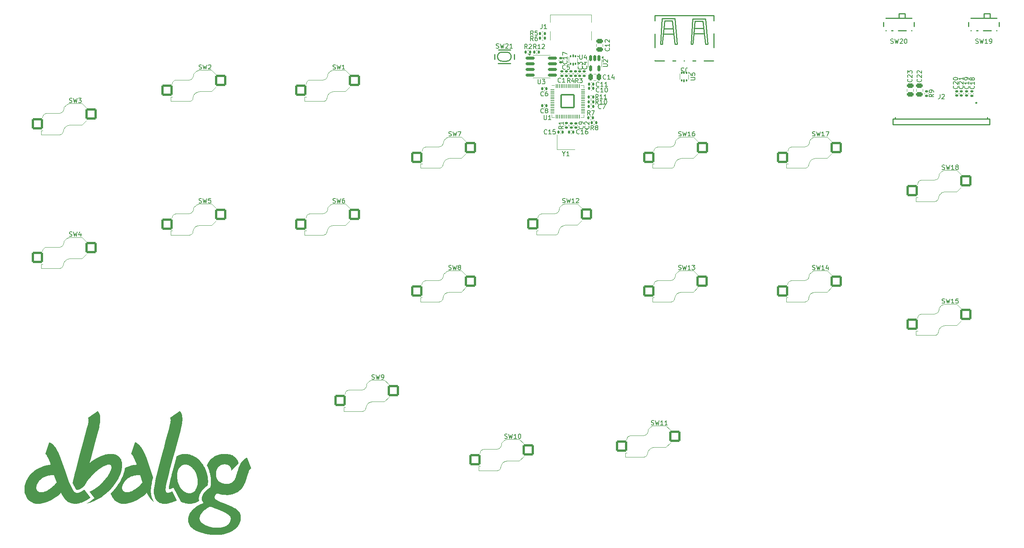
<source format=gto>
G04 #@! TF.GenerationSoftware,KiCad,Pcbnew,8.0.1*
G04 #@! TF.CreationDate,2024-03-30T21:55:45-07:00*
G04 #@! TF.ProjectId,proj,70726f6a-2e6b-4696-9361-645f70636258,rev?*
G04 #@! TF.SameCoordinates,Original*
G04 #@! TF.FileFunction,Legend,Top*
G04 #@! TF.FilePolarity,Positive*
%FSLAX46Y46*%
G04 Gerber Fmt 4.6, Leading zero omitted, Abs format (unit mm)*
G04 Created by KiCad (PCBNEW 8.0.1) date 2024-03-30 21:55:45*
%MOMM*%
%LPD*%
G01*
G04 APERTURE LIST*
G04 Aperture macros list*
%AMRoundRect*
0 Rectangle with rounded corners*
0 $1 Rounding radius*
0 $2 $3 $4 $5 $6 $7 $8 $9 X,Y pos of 4 corners*
0 Add a 4 corners polygon primitive as box body*
4,1,4,$2,$3,$4,$5,$6,$7,$8,$9,$2,$3,0*
0 Add four circle primitives for the rounded corners*
1,1,$1+$1,$2,$3*
1,1,$1+$1,$4,$5*
1,1,$1+$1,$6,$7*
1,1,$1+$1,$8,$9*
0 Add four rect primitives between the rounded corners*
20,1,$1+$1,$2,$3,$4,$5,0*
20,1,$1+$1,$4,$5,$6,$7,0*
20,1,$1+$1,$6,$7,$8,$9,0*
20,1,$1+$1,$8,$9,$2,$3,0*%
G04 Aperture macros list end*
%ADD10C,0.000000*%
%ADD11C,0.150000*%
%ADD12C,0.120000*%
%ADD13C,0.254000*%
%ADD14RoundRect,0.140000X0.140000X0.170000X-0.140000X0.170000X-0.140000X-0.170000X0.140000X-0.170000X0*%
%ADD15RoundRect,0.135000X0.185000X-0.135000X0.185000X0.135000X-0.185000X0.135000X-0.185000X-0.135000X0*%
%ADD16R,1.400000X2.800000*%
%ADD17O,1.400000X2.500000*%
%ADD18RoundRect,0.135000X-0.135000X-0.185000X0.135000X-0.185000X0.135000X0.185000X-0.135000X0.185000X0*%
%ADD19RoundRect,0.093750X-0.093750X0.156250X-0.093750X-0.156250X0.093750X-0.156250X0.093750X0.156250X0*%
%ADD20RoundRect,0.075000X-0.075000X0.250000X-0.075000X-0.250000X0.075000X-0.250000X0.075000X0.250000X0*%
%ADD21RoundRect,0.140000X0.170000X-0.140000X0.170000X0.140000X-0.170000X0.140000X-0.170000X-0.140000X0*%
%ADD22RoundRect,0.140000X-0.170000X0.140000X-0.170000X-0.140000X0.170000X-0.140000X0.170000X0.140000X0*%
%ADD23RoundRect,0.150000X-0.825000X-0.150000X0.825000X-0.150000X0.825000X0.150000X-0.825000X0.150000X0*%
%ADD24RoundRect,0.250000X-0.475000X0.250000X-0.475000X-0.250000X0.475000X-0.250000X0.475000X0.250000X0*%
%ADD25R,1.050000X0.700000*%
%ADD26RoundRect,0.050000X-0.387500X-0.050000X0.387500X-0.050000X0.387500X0.050000X-0.387500X0.050000X0*%
%ADD27RoundRect,0.050000X-0.050000X-0.387500X0.050000X-0.387500X0.050000X0.387500X-0.050000X0.387500X0*%
%ADD28RoundRect,0.144000X-1.456000X-1.456000X1.456000X-1.456000X1.456000X1.456000X-1.456000X1.456000X0*%
%ADD29RoundRect,0.250000X-0.250000X-0.475000X0.250000X-0.475000X0.250000X0.475000X-0.250000X0.475000X0*%
%ADD30R,1.400000X1.200000*%
%ADD31R,0.700000X1.800000*%
%ADD32R,1.000000X0.800000*%
%ADD33RoundRect,0.140000X-0.140000X-0.170000X0.140000X-0.170000X0.140000X0.170000X-0.140000X0.170000X0*%
%ADD34C,0.650000*%
%ADD35R,0.300000X1.150000*%
%ADD36O,1.000000X2.100000*%
%ADD37O,1.000000X1.600000*%
%ADD38RoundRect,0.135000X-0.185000X0.135000X-0.185000X-0.135000X0.185000X-0.135000X0.185000X0.135000X0*%
%ADD39RoundRect,0.135000X0.135000X0.185000X-0.135000X0.185000X-0.135000X-0.185000X0.135000X-0.185000X0*%
%ADD40R,0.300000X1.200000*%
%ADD41R,3.000000X2.500000*%
%ADD42RoundRect,0.250000X0.475000X-0.250000X0.475000X0.250000X-0.475000X0.250000X-0.475000X-0.250000X0*%
%ADD43RoundRect,0.150000X-0.150000X0.512500X-0.150000X-0.512500X0.150000X-0.512500X0.150000X0.512500X0*%
%ADD44C,1.900000*%
%ADD45C,1.600000*%
%ADD46C,5.050000*%
%ADD47C,3.050000*%
%ADD48RoundRect,0.250000X1.025000X1.000000X-1.025000X1.000000X-1.025000X-1.000000X1.025000X-1.000000X0*%
G04 APERTURE END LIST*
D10*
G36*
X89060914Y-141321823D02*
G01*
X89039369Y-141557297D01*
X88999600Y-141786629D01*
X88942290Y-142009646D01*
X88868121Y-142226175D01*
X88777775Y-142436041D01*
X88671936Y-142639074D01*
X88551286Y-142835098D01*
X88416506Y-143023942D01*
X88268279Y-143205432D01*
X88107289Y-143379395D01*
X87934216Y-143545659D01*
X87749744Y-143704049D01*
X87554555Y-143854393D01*
X87349332Y-143996518D01*
X87134756Y-144130251D01*
X86680279Y-144371847D01*
X86196581Y-144577797D01*
X85689124Y-144746717D01*
X85163367Y-144877222D01*
X84624767Y-144967927D01*
X84078787Y-145017447D01*
X83530883Y-145024399D01*
X82967845Y-144998061D01*
X82397361Y-144948694D01*
X81825919Y-144875570D01*
X81260009Y-144777963D01*
X80706120Y-144655144D01*
X80435710Y-144584053D01*
X80170738Y-144506386D01*
X79912016Y-144422052D01*
X79660354Y-144330961D01*
X79416563Y-144233021D01*
X79181455Y-144128141D01*
X78955841Y-144016232D01*
X78740531Y-143897200D01*
X78536336Y-143770957D01*
X78344069Y-143637410D01*
X78164539Y-143496468D01*
X77998558Y-143348042D01*
X77846937Y-143192039D01*
X77710488Y-143028370D01*
X77590020Y-142856942D01*
X77486345Y-142677665D01*
X77400275Y-142490449D01*
X77332620Y-142295201D01*
X77284191Y-142091832D01*
X77255800Y-141880250D01*
X77248257Y-141660364D01*
X77262374Y-141432083D01*
X77272249Y-141359326D01*
X79833847Y-141359326D01*
X79845299Y-141470071D01*
X79868728Y-141579073D01*
X79903682Y-141686206D01*
X79949710Y-141791341D01*
X80006362Y-141894352D01*
X80073186Y-141995111D01*
X80149730Y-142093492D01*
X80235544Y-142189366D01*
X80433176Y-142373086D01*
X80662473Y-142545254D01*
X80919824Y-142704851D01*
X81201621Y-142850859D01*
X81504254Y-142982260D01*
X81824113Y-143098036D01*
X82157590Y-143197168D01*
X82501075Y-143278637D01*
X82850957Y-143341427D01*
X83203629Y-143384517D01*
X83555480Y-143406891D01*
X83725252Y-143410502D01*
X83891727Y-143409901D01*
X84054793Y-143405082D01*
X84214337Y-143396035D01*
X84370247Y-143382753D01*
X84522411Y-143365227D01*
X84670717Y-143343449D01*
X84815051Y-143317411D01*
X84955302Y-143287105D01*
X85091357Y-143252523D01*
X85223103Y-143213656D01*
X85350429Y-143170497D01*
X85473223Y-143123036D01*
X85591370Y-143071267D01*
X85704760Y-143015181D01*
X85813280Y-142954769D01*
X85916817Y-142890024D01*
X86015259Y-142820937D01*
X86108493Y-142747501D01*
X86196408Y-142669706D01*
X86278891Y-142587546D01*
X86355829Y-142501011D01*
X86427110Y-142410093D01*
X86492622Y-142314786D01*
X86552252Y-142215079D01*
X86605887Y-142110965D01*
X86653417Y-142002436D01*
X86694727Y-141889484D01*
X86729706Y-141772101D01*
X86758242Y-141650278D01*
X86780221Y-141524007D01*
X86795532Y-141393280D01*
X86797600Y-141280974D01*
X86783815Y-141171491D01*
X86754836Y-141064721D01*
X86711322Y-140960558D01*
X86653933Y-140858892D01*
X86583330Y-140759616D01*
X86500170Y-140662622D01*
X86405115Y-140567801D01*
X86181955Y-140384249D01*
X85919127Y-140208094D01*
X85621908Y-140038472D01*
X85295576Y-139874517D01*
X84945406Y-139715367D01*
X84576677Y-139560155D01*
X83804648Y-139258089D01*
X83021705Y-138961403D01*
X82270065Y-138663178D01*
X82143552Y-138712883D01*
X82019803Y-138765784D01*
X81780803Y-138880601D01*
X81553478Y-139006490D01*
X81338242Y-139142316D01*
X81135507Y-139286939D01*
X80945687Y-139439222D01*
X80769194Y-139598029D01*
X80606443Y-139762220D01*
X80457845Y-139930660D01*
X80323815Y-140102209D01*
X80204765Y-140275732D01*
X80101108Y-140450089D01*
X80013258Y-140624144D01*
X79941628Y-140796758D01*
X79886630Y-140966796D01*
X79865497Y-141050492D01*
X79848678Y-141133118D01*
X79834823Y-141246966D01*
X79833847Y-141359326D01*
X77272249Y-141359326D01*
X77288756Y-141237703D01*
X77324751Y-141049679D01*
X77369934Y-140867904D01*
X77423876Y-140692267D01*
X77486152Y-140522660D01*
X77556332Y-140358973D01*
X77633992Y-140201098D01*
X77718702Y-140048925D01*
X77810037Y-139902346D01*
X77907570Y-139761252D01*
X78010872Y-139625533D01*
X78119516Y-139495080D01*
X78233077Y-139369784D01*
X78351126Y-139249537D01*
X78598981Y-139023750D01*
X78859665Y-138816848D01*
X79129761Y-138627958D01*
X79405851Y-138456206D01*
X79684519Y-138300722D01*
X79962346Y-138160632D01*
X80235918Y-138035065D01*
X80501815Y-137923146D01*
X80756622Y-137824005D01*
X80727157Y-137796760D01*
X80698696Y-137769365D01*
X80671308Y-137741811D01*
X80645063Y-137714090D01*
X80620030Y-137686193D01*
X80596279Y-137658109D01*
X80584906Y-137643995D01*
X80573880Y-137629831D01*
X80563209Y-137615616D01*
X80552902Y-137601349D01*
X80471048Y-137472256D01*
X80406678Y-137341799D01*
X80358914Y-137210279D01*
X80326882Y-137077999D01*
X80309707Y-136945260D01*
X80306513Y-136812364D01*
X80316426Y-136679614D01*
X80338570Y-136547312D01*
X80372069Y-136415759D01*
X80416049Y-136285258D01*
X80469634Y-136156110D01*
X80531950Y-136028619D01*
X80602120Y-135903084D01*
X80679270Y-135779810D01*
X80762525Y-135659097D01*
X80851009Y-135541248D01*
X81040163Y-135315350D01*
X81239732Y-135104531D01*
X81442714Y-134911208D01*
X81642106Y-134737797D01*
X81830907Y-134586714D01*
X82002116Y-134460375D01*
X82148730Y-134361197D01*
X82263748Y-134291595D01*
X82295169Y-134101184D01*
X82321400Y-133908867D01*
X82342389Y-133714786D01*
X82358088Y-133519083D01*
X82368445Y-133321900D01*
X82373411Y-133123377D01*
X82372935Y-132923658D01*
X82366968Y-132722883D01*
X82355459Y-132521195D01*
X82338358Y-132318735D01*
X82315616Y-132115645D01*
X82287182Y-131912066D01*
X82253005Y-131708141D01*
X82213037Y-131504011D01*
X82167227Y-131299818D01*
X82115524Y-131095703D01*
X82053271Y-130876541D01*
X81984965Y-130660772D01*
X81910766Y-130448509D01*
X81830837Y-130239868D01*
X81745338Y-130034964D01*
X81654433Y-129833910D01*
X81558281Y-129636823D01*
X81457046Y-129443817D01*
X81521451Y-129285803D01*
X81590536Y-129132829D01*
X81742279Y-128841969D01*
X81911341Y-128571170D01*
X82096785Y-128320361D01*
X82297675Y-128089474D01*
X82513077Y-127878441D01*
X82742055Y-127687192D01*
X82983673Y-127515659D01*
X83236995Y-127363774D01*
X83501086Y-127231466D01*
X83775010Y-127118668D01*
X84057832Y-127025310D01*
X84348616Y-126951324D01*
X84646426Y-126896641D01*
X84950327Y-126861193D01*
X85259384Y-126844910D01*
X85307106Y-126844080D01*
X85354919Y-126843685D01*
X85402824Y-126843742D01*
X85450820Y-126844269D01*
X85619483Y-126849675D01*
X85789054Y-126860550D01*
X85959386Y-126876880D01*
X86130331Y-126898647D01*
X86301741Y-126925838D01*
X86473469Y-126958437D01*
X86645369Y-126996427D01*
X86817291Y-127039795D01*
X86900675Y-127064289D01*
X86983606Y-127092885D01*
X87065942Y-127125430D01*
X87147543Y-127161768D01*
X87307971Y-127245211D01*
X87463758Y-127341982D01*
X87613773Y-127450849D01*
X87756884Y-127570581D01*
X87891960Y-127699945D01*
X88017869Y-127837709D01*
X88133481Y-127982642D01*
X88237663Y-128133512D01*
X88329284Y-128289086D01*
X88407212Y-128448133D01*
X88440688Y-128528573D01*
X88470316Y-128609420D01*
X88495956Y-128690519D01*
X88517465Y-128771716D01*
X88534703Y-128852857D01*
X88547528Y-128933789D01*
X88555798Y-129014356D01*
X88559371Y-129094406D01*
X86963623Y-130590485D01*
X86957380Y-130518270D01*
X86948706Y-130448077D01*
X86937697Y-130379905D01*
X86924451Y-130313749D01*
X86909066Y-130249608D01*
X86891638Y-130187480D01*
X86872264Y-130127362D01*
X86851043Y-130069251D01*
X86828072Y-130013146D01*
X86803448Y-129959044D01*
X86777268Y-129906942D01*
X86749629Y-129856838D01*
X86720630Y-129808730D01*
X86690367Y-129762616D01*
X86658938Y-129718492D01*
X86626440Y-129676357D01*
X86592970Y-129636208D01*
X86558626Y-129598043D01*
X86523505Y-129561860D01*
X86487705Y-129527655D01*
X86451323Y-129495427D01*
X86414456Y-129465173D01*
X86377202Y-129436891D01*
X86339657Y-129410579D01*
X86264087Y-129363852D01*
X86188526Y-129324975D01*
X86113751Y-129293928D01*
X86040542Y-129270691D01*
X85934691Y-129244591D01*
X85829672Y-129223197D01*
X85725595Y-129206468D01*
X85622567Y-129194362D01*
X85520697Y-129186840D01*
X85420094Y-129183861D01*
X85320866Y-129185383D01*
X85223122Y-129191366D01*
X85126970Y-129201770D01*
X85032520Y-129216553D01*
X84939879Y-129235676D01*
X84849156Y-129259097D01*
X84760459Y-129286775D01*
X84673898Y-129318670D01*
X84589581Y-129354742D01*
X84507616Y-129394949D01*
X84428111Y-129439251D01*
X84351177Y-129487607D01*
X84276920Y-129539976D01*
X84205450Y-129596318D01*
X84136875Y-129656592D01*
X84071303Y-129720757D01*
X84008844Y-129788773D01*
X83949606Y-129860599D01*
X83893697Y-129936194D01*
X83841226Y-130015517D01*
X83792301Y-130098528D01*
X83747031Y-130185186D01*
X83705525Y-130275450D01*
X83667892Y-130369280D01*
X83634239Y-130466635D01*
X83604675Y-130567474D01*
X83571140Y-130703061D01*
X83543689Y-130836537D01*
X83522239Y-130967823D01*
X83506707Y-131096842D01*
X83497009Y-131223516D01*
X83493062Y-131347767D01*
X83494782Y-131469516D01*
X83502085Y-131588686D01*
X83514889Y-131705199D01*
X83533109Y-131818977D01*
X83556663Y-131929942D01*
X83585467Y-132038016D01*
X83619437Y-132143120D01*
X83658490Y-132245178D01*
X83702542Y-132344111D01*
X83751510Y-132439840D01*
X83805311Y-132532289D01*
X83863860Y-132621379D01*
X83927075Y-132707032D01*
X83994872Y-132789170D01*
X84067168Y-132867716D01*
X84143879Y-132942590D01*
X84224921Y-133013716D01*
X84310212Y-133081015D01*
X84399667Y-133144410D01*
X84493203Y-133203822D01*
X84590737Y-133259173D01*
X84692185Y-133310385D01*
X84797465Y-133357381D01*
X84906491Y-133400083D01*
X85019181Y-133438412D01*
X85135452Y-133472290D01*
X85253328Y-133501580D01*
X85370807Y-133526142D01*
X85487758Y-133545893D01*
X85604052Y-133560749D01*
X85719557Y-133570625D01*
X85834145Y-133575439D01*
X85947683Y-133575105D01*
X86060044Y-133569540D01*
X86171095Y-133558660D01*
X86280708Y-133542382D01*
X86388751Y-133520621D01*
X86495095Y-133493293D01*
X86599609Y-133460315D01*
X86702163Y-133421602D01*
X86802627Y-133377071D01*
X86900871Y-133326637D01*
X86996764Y-133270218D01*
X87090177Y-133207728D01*
X87180978Y-133139085D01*
X87269039Y-133064203D01*
X87354228Y-132983000D01*
X87436416Y-132895391D01*
X87515471Y-132801293D01*
X87591265Y-132700621D01*
X87663667Y-132593291D01*
X87732546Y-132479221D01*
X87797773Y-132358324D01*
X87859217Y-132230519D01*
X87916747Y-132095721D01*
X87970235Y-131953846D01*
X88019549Y-131804810D01*
X88064559Y-131648529D01*
X88177544Y-131239053D01*
X88292753Y-130848166D01*
X88410720Y-130476528D01*
X88531977Y-130124799D01*
X88657055Y-129793640D01*
X88786487Y-129483711D01*
X88920806Y-129195673D01*
X88989964Y-129060069D01*
X89060543Y-128930185D01*
X89132609Y-128806104D01*
X89206230Y-128687909D01*
X89281471Y-128575681D01*
X89358400Y-128469503D01*
X89437083Y-128369458D01*
X89517585Y-128275629D01*
X89599975Y-128188098D01*
X89684318Y-128106947D01*
X89770680Y-128032259D01*
X89859129Y-127964117D01*
X89949731Y-127902602D01*
X90042552Y-127847799D01*
X90137660Y-127799789D01*
X90235119Y-127758654D01*
X90334998Y-127724478D01*
X90437362Y-127697342D01*
X91369583Y-130069824D01*
X91285067Y-130124558D01*
X91206497Y-130192072D01*
X91133314Y-130271949D01*
X91064961Y-130363768D01*
X91000882Y-130467109D01*
X90940520Y-130581553D01*
X90883317Y-130706679D01*
X90828716Y-130842068D01*
X90776160Y-130987300D01*
X90725093Y-131141955D01*
X90625194Y-131477855D01*
X90418746Y-132244263D01*
X90334100Y-132538219D01*
X90240704Y-132819736D01*
X90138783Y-133088899D01*
X90028562Y-133345794D01*
X89910264Y-133590506D01*
X89784115Y-133823122D01*
X89650338Y-134043726D01*
X89509159Y-134252405D01*
X89360800Y-134449244D01*
X89205488Y-134634329D01*
X89043445Y-134807745D01*
X88874897Y-134969578D01*
X88700068Y-135119913D01*
X88519181Y-135258837D01*
X88332463Y-135386434D01*
X88140136Y-135502791D01*
X87942426Y-135607992D01*
X87739556Y-135702124D01*
X87531751Y-135785273D01*
X87319236Y-135857523D01*
X87102234Y-135918961D01*
X86880971Y-135969672D01*
X86655669Y-136009742D01*
X86426555Y-136039256D01*
X86193852Y-136058300D01*
X85957785Y-136066960D01*
X85476454Y-136053468D01*
X84984358Y-135999467D01*
X84483291Y-135905640D01*
X84385256Y-135882527D01*
X84288510Y-135857599D01*
X84193027Y-135830914D01*
X84098781Y-135802532D01*
X84005747Y-135772512D01*
X83913899Y-135740913D01*
X83823211Y-135707796D01*
X83733657Y-135673218D01*
X83517705Y-135872439D01*
X83357110Y-136059211D01*
X83248793Y-136234482D01*
X83189677Y-136399202D01*
X83176681Y-136554320D01*
X83206727Y-136700784D01*
X83276737Y-136839544D01*
X83383630Y-136971549D01*
X83524330Y-137097747D01*
X83695756Y-137219087D01*
X84118473Y-137450991D01*
X84627150Y-137674851D01*
X85197156Y-137898260D01*
X86422636Y-138374091D01*
X87028847Y-138641695D01*
X87597864Y-138939215D01*
X87860728Y-139101565D01*
X88105058Y-139274241D01*
X88327773Y-139458192D01*
X88525796Y-139654366D01*
X88696047Y-139863713D01*
X88835448Y-140087180D01*
X88940920Y-140325719D01*
X89009384Y-140580277D01*
X89046604Y-140833139D01*
X89063553Y-141080379D01*
X89061360Y-141280974D01*
X89060914Y-141321823D01*
G37*
G36*
X75495357Y-117295378D02*
G01*
X75564418Y-117376317D01*
X75627691Y-117462932D01*
X75685291Y-117555124D01*
X75737332Y-117652792D01*
X75783927Y-117755837D01*
X75825191Y-117864160D01*
X75861237Y-117977660D01*
X75892180Y-118096239D01*
X75918134Y-118219796D01*
X75939213Y-118348233D01*
X75955530Y-118481449D01*
X75974339Y-118761819D01*
X75975471Y-119060112D01*
X75959840Y-119375529D01*
X75928358Y-119707274D01*
X75881937Y-120054550D01*
X75821490Y-120416558D01*
X75747929Y-120792504D01*
X75662166Y-121181588D01*
X75565115Y-121583015D01*
X75457687Y-121995987D01*
X74807413Y-124449764D01*
X74379338Y-126051238D01*
X73915451Y-127751709D01*
X73247189Y-130187981D01*
X72943071Y-131337402D01*
X72676321Y-132400177D01*
X72459958Y-133345679D01*
X72307003Y-134143280D01*
X72258371Y-134477047D01*
X72230474Y-134762353D01*
X72224939Y-134995371D01*
X72243392Y-135172272D01*
X72262202Y-135242452D01*
X72287043Y-135304246D01*
X72317481Y-135358057D01*
X72353082Y-135404289D01*
X72393411Y-135443346D01*
X72438033Y-135475632D01*
X72486513Y-135501551D01*
X72538417Y-135521506D01*
X72593310Y-135535902D01*
X72650756Y-135545143D01*
X72710323Y-135549632D01*
X72771573Y-135549773D01*
X72834074Y-135545970D01*
X72897390Y-135538627D01*
X73024728Y-135514936D01*
X73150111Y-135481933D01*
X73270059Y-135442846D01*
X73381096Y-135400909D01*
X73479743Y-135359350D01*
X73625956Y-135290297D01*
X73680877Y-135261536D01*
X74706832Y-137243759D01*
X74521211Y-137342174D01*
X74306246Y-137446125D01*
X74025012Y-137569625D01*
X73688885Y-137699961D01*
X73309239Y-137824423D01*
X72897450Y-137930299D01*
X72683057Y-137972296D01*
X72464893Y-138004879D01*
X72244381Y-138026460D01*
X72022942Y-138035451D01*
X71801999Y-138030261D01*
X71582974Y-138009303D01*
X71367288Y-137970988D01*
X71156363Y-137913726D01*
X70951621Y-137835928D01*
X70754484Y-137736007D01*
X70566374Y-137612372D01*
X70388712Y-137463435D01*
X70222922Y-137287607D01*
X70070424Y-137083300D01*
X69932640Y-136848924D01*
X69810993Y-136582890D01*
X69706904Y-136283609D01*
X69621795Y-135949493D01*
X69581754Y-135662062D01*
X69570971Y-135320477D01*
X69587529Y-134928410D01*
X69629507Y-134489529D01*
X69694990Y-134007506D01*
X69782058Y-133486011D01*
X69888794Y-132928713D01*
X70013278Y-132339283D01*
X70307823Y-131078708D01*
X70650347Y-129733648D01*
X71417953Y-126907517D01*
X71830754Y-125391641D01*
X72225334Y-123907700D01*
X72922439Y-121281509D01*
X72922424Y-121281509D01*
X73134421Y-120488682D01*
X73222611Y-120121033D01*
X73259439Y-119946425D01*
X73290349Y-119778732D01*
X73314539Y-119618533D01*
X73331202Y-119466406D01*
X73339536Y-119322930D01*
X73338735Y-119188683D01*
X73327995Y-119064243D01*
X73306513Y-118950189D01*
X73273484Y-118847100D01*
X73252388Y-118799848D01*
X73228103Y-118755554D01*
X75420394Y-117220215D01*
X75495357Y-117295378D01*
G37*
G36*
X50845148Y-133731113D02*
G01*
X51156545Y-134402199D01*
X51472046Y-134945809D01*
X51632081Y-135162366D01*
X51794036Y-135338120D01*
X51870448Y-135403088D01*
X51950056Y-135456942D01*
X52032492Y-135500276D01*
X52117388Y-135533683D01*
X52204375Y-135557758D01*
X52293084Y-135573092D01*
X52383146Y-135580281D01*
X52474193Y-135579917D01*
X52565856Y-135572595D01*
X52657765Y-135558907D01*
X52749553Y-135539448D01*
X52840851Y-135514810D01*
X53020500Y-135452376D01*
X53193763Y-135376352D01*
X53357690Y-135291488D01*
X53509330Y-135202533D01*
X53645735Y-135114234D01*
X53763954Y-135031341D01*
X53934034Y-134900767D01*
X53995971Y-134848801D01*
X55382369Y-136642960D01*
X55242926Y-136746516D01*
X55077926Y-136861367D01*
X54857677Y-137005293D01*
X54588381Y-137168563D01*
X54276242Y-137341449D01*
X53927460Y-137514219D01*
X53548240Y-137677143D01*
X53349154Y-137751873D01*
X53144784Y-137820492D01*
X52935905Y-137881785D01*
X52723293Y-137934536D01*
X52507723Y-137977527D01*
X52289971Y-138009544D01*
X52070812Y-138029368D01*
X51851020Y-138035786D01*
X51631372Y-138027579D01*
X51412643Y-138003532D01*
X51195608Y-137962429D01*
X50981042Y-137903053D01*
X50769721Y-137824188D01*
X50562420Y-137724617D01*
X50359914Y-137603126D01*
X50162979Y-137458496D01*
X50064566Y-137375479D01*
X49967628Y-137286726D01*
X49872140Y-137192408D01*
X49778082Y-137092696D01*
X49685429Y-136987763D01*
X49594159Y-136877780D01*
X49504249Y-136762918D01*
X49415676Y-136643349D01*
X49328417Y-136519244D01*
X49242450Y-136390776D01*
X49157751Y-136258116D01*
X49074298Y-136121434D01*
X48992068Y-135980904D01*
X48911038Y-135836696D01*
X48831185Y-135688982D01*
X48752487Y-135537933D01*
X48613579Y-135718359D01*
X48368956Y-135959926D01*
X48031084Y-136245403D01*
X47612428Y-136557560D01*
X47125455Y-136879169D01*
X46582631Y-137192998D01*
X45996423Y-137481818D01*
X45690946Y-137611465D01*
X45379297Y-137728399D01*
X45063035Y-137830466D01*
X44743718Y-137915512D01*
X44422905Y-137981383D01*
X44102154Y-138025926D01*
X43783023Y-138046987D01*
X43467071Y-138042412D01*
X43155855Y-138010047D01*
X42850934Y-137947739D01*
X42553866Y-137853334D01*
X42266210Y-137724679D01*
X41989524Y-137559619D01*
X41725365Y-137356000D01*
X41475294Y-137111670D01*
X41240867Y-136824474D01*
X41023642Y-136492258D01*
X40825180Y-136112869D01*
X40749499Y-135930508D01*
X40686585Y-135735037D01*
X40636788Y-135527558D01*
X40600461Y-135309171D01*
X40577956Y-135080976D01*
X40569626Y-134844075D01*
X40575822Y-134599569D01*
X40588829Y-134444653D01*
X43239807Y-134444653D01*
X43244733Y-134557053D01*
X43259220Y-134662401D01*
X43283204Y-134759913D01*
X43316619Y-134848801D01*
X43389353Y-134985794D01*
X43474335Y-135103665D01*
X43570766Y-135203108D01*
X43677851Y-135284814D01*
X43794791Y-135349476D01*
X43920790Y-135397787D01*
X44055050Y-135430439D01*
X44196773Y-135448124D01*
X44345163Y-135451536D01*
X44499422Y-135441367D01*
X44658753Y-135418309D01*
X44822358Y-135383054D01*
X44989441Y-135336296D01*
X45159203Y-135278727D01*
X45330848Y-135211040D01*
X45503578Y-135133926D01*
X45676595Y-135048079D01*
X45849104Y-134954192D01*
X46189403Y-134745063D01*
X46518097Y-134512082D01*
X46828807Y-134260788D01*
X47115154Y-133996721D01*
X47370760Y-133725422D01*
X47485042Y-133588792D01*
X47589247Y-133452431D01*
X47682578Y-133317032D01*
X47764236Y-133183289D01*
X47622333Y-132777291D01*
X47498201Y-132403994D01*
X47248474Y-131625900D01*
X46959214Y-131616611D01*
X46681342Y-131622278D01*
X46414790Y-131642117D01*
X46159495Y-131675342D01*
X45915391Y-131721165D01*
X45682413Y-131778802D01*
X45460496Y-131847466D01*
X45249574Y-131926371D01*
X45049582Y-132014731D01*
X44860456Y-132111761D01*
X44682129Y-132216673D01*
X44514537Y-132328683D01*
X44357615Y-132447004D01*
X44211297Y-132570849D01*
X44075518Y-132699434D01*
X43950214Y-132831972D01*
X43835318Y-132967677D01*
X43730766Y-133105763D01*
X43636492Y-133245444D01*
X43552432Y-133385934D01*
X43478520Y-133526447D01*
X43414691Y-133666196D01*
X43317020Y-133940263D01*
X43283049Y-134073007D01*
X43258899Y-134201844D01*
X43244507Y-134325988D01*
X43239807Y-134444653D01*
X40588829Y-134444653D01*
X40596897Y-134348559D01*
X40633203Y-134092144D01*
X40685093Y-133831427D01*
X40752917Y-133567508D01*
X40837030Y-133301487D01*
X40937783Y-133034466D01*
X41055527Y-132767545D01*
X41190617Y-132501826D01*
X41343402Y-132238409D01*
X41514237Y-131978395D01*
X41703473Y-131722885D01*
X41911462Y-131472979D01*
X42138556Y-131229779D01*
X42385109Y-130994385D01*
X42651471Y-130767898D01*
X42937995Y-130551419D01*
X43245034Y-130346049D01*
X43572940Y-130152889D01*
X43922064Y-129973039D01*
X44292760Y-129807600D01*
X44685378Y-129657674D01*
X45100273Y-129524361D01*
X45537795Y-129408761D01*
X45998297Y-129311977D01*
X46482131Y-129235107D01*
X46337926Y-128834673D01*
X46187346Y-128443992D01*
X46032531Y-128072918D01*
X45875619Y-127731308D01*
X45797046Y-127574632D01*
X45718752Y-127429017D01*
X45641003Y-127295696D01*
X45564067Y-127175900D01*
X45488212Y-127070863D01*
X45413705Y-126981814D01*
X45340814Y-126909987D01*
X45269805Y-126856613D01*
X46085342Y-124246918D01*
X46326390Y-124302763D01*
X46560414Y-124407147D01*
X46787714Y-124557093D01*
X47008586Y-124749621D01*
X47223330Y-124981754D01*
X47432242Y-125250514D01*
X47635622Y-125552923D01*
X47833768Y-125886002D01*
X48215547Y-126632261D01*
X48579967Y-127465465D01*
X48929410Y-128361791D01*
X49266263Y-129297413D01*
X49911738Y-131191249D01*
X50535472Y-132956377D01*
X50626173Y-133183289D01*
X50845148Y-133731113D01*
G37*
G36*
X57081692Y-117320373D02*
G01*
X57150754Y-117401311D01*
X57271627Y-117580113D01*
X57370260Y-117780817D01*
X57447566Y-118002627D01*
X57504457Y-118244748D01*
X57541847Y-118506382D01*
X57560648Y-118786733D01*
X57561773Y-119085005D01*
X57546134Y-119400401D01*
X57514644Y-119732126D01*
X57468216Y-120079382D01*
X57407762Y-120441374D01*
X57334195Y-120817305D01*
X57248428Y-121206378D01*
X57043945Y-122020767D01*
X56393718Y-124474545D01*
X55501815Y-127776489D01*
X55202529Y-128867020D01*
X55682801Y-128496576D01*
X56165823Y-128161793D01*
X56649083Y-127863189D01*
X57130069Y-127601281D01*
X57606271Y-127376588D01*
X58075176Y-127189628D01*
X58306107Y-127110460D01*
X58534273Y-127040919D01*
X58759358Y-126981071D01*
X58981050Y-126930981D01*
X59199034Y-126890712D01*
X59412996Y-126860330D01*
X59622622Y-126839899D01*
X59827598Y-126829485D01*
X60027611Y-126829152D01*
X60222347Y-126838965D01*
X60411490Y-126858989D01*
X60594729Y-126889287D01*
X60771748Y-126929927D01*
X60942233Y-126980971D01*
X61105871Y-127042485D01*
X61262348Y-127114533D01*
X61411349Y-127197181D01*
X61552562Y-127290493D01*
X61685671Y-127394534D01*
X61810363Y-127509369D01*
X61941651Y-127653271D01*
X62058585Y-127807920D01*
X62161305Y-127972840D01*
X62249952Y-128147555D01*
X62324665Y-128331588D01*
X62385584Y-128524463D01*
X62432849Y-128725702D01*
X62466599Y-128934830D01*
X62486975Y-129151371D01*
X62494116Y-129374847D01*
X62488161Y-129604782D01*
X62469252Y-129840699D01*
X62393127Y-130328576D01*
X62266859Y-130834665D01*
X62091566Y-131355155D01*
X61868367Y-131886233D01*
X61598381Y-132424088D01*
X61282726Y-132964907D01*
X60922520Y-133504879D01*
X60518882Y-134040191D01*
X60072931Y-134567031D01*
X59585784Y-135081589D01*
X59294613Y-135362726D01*
X58996926Y-135631000D01*
X58693575Y-135886207D01*
X58385408Y-136128144D01*
X58073276Y-136356608D01*
X57758030Y-136571396D01*
X57440519Y-136772305D01*
X57121595Y-136959131D01*
X56802107Y-137131672D01*
X56482905Y-137289724D01*
X56164840Y-137433084D01*
X55848761Y-137561549D01*
X55535520Y-137674915D01*
X55225966Y-137772980D01*
X54920950Y-137855541D01*
X54621322Y-137922394D01*
X54609816Y-137924544D01*
X54598167Y-137926501D01*
X54574611Y-137930077D01*
X54550992Y-137933595D01*
X54539265Y-137935481D01*
X54527648Y-137937531D01*
X54665743Y-137864429D01*
X54797600Y-137791743D01*
X54922850Y-137720065D01*
X55041125Y-137649989D01*
X55152055Y-137582108D01*
X55255273Y-137517015D01*
X55350410Y-137455306D01*
X55437097Y-137397572D01*
X55583648Y-137296405D01*
X55691978Y-137218265D01*
X55782180Y-137150055D01*
X56284545Y-136753967D01*
X55200332Y-135350906D01*
X55346905Y-135283947D01*
X55497972Y-135208630D01*
X55653172Y-135125138D01*
X55812149Y-135033654D01*
X55974542Y-134934363D01*
X56139993Y-134827446D01*
X56308143Y-134713089D01*
X56478633Y-134591473D01*
X56651106Y-134462782D01*
X56825201Y-134327199D01*
X57000560Y-134184908D01*
X57176824Y-134036092D01*
X57353635Y-133880934D01*
X57530633Y-133719617D01*
X57707461Y-133552326D01*
X57883758Y-133379242D01*
X58186355Y-133066614D01*
X58470362Y-132753165D01*
X58734753Y-132440897D01*
X58978506Y-132131809D01*
X59200597Y-131827902D01*
X59400001Y-131531177D01*
X59575695Y-131243634D01*
X59726654Y-130967274D01*
X59851854Y-130704097D01*
X59904475Y-130578077D01*
X59950272Y-130456104D01*
X59989117Y-130338426D01*
X60020883Y-130225295D01*
X60045442Y-130116959D01*
X60062664Y-130013670D01*
X60072424Y-129915678D01*
X60074591Y-129823232D01*
X60069039Y-129736582D01*
X60055639Y-129655979D01*
X60034264Y-129581672D01*
X60004785Y-129513912D01*
X59967075Y-129452949D01*
X59921005Y-129399033D01*
X59904104Y-129383011D01*
X59886354Y-129367864D01*
X59867759Y-129353596D01*
X59848325Y-129340208D01*
X59828055Y-129327702D01*
X59806956Y-129316080D01*
X59785031Y-129305344D01*
X59762287Y-129295496D01*
X59738727Y-129286538D01*
X59714357Y-129278472D01*
X59689183Y-129271299D01*
X59663208Y-129265023D01*
X59636438Y-129259645D01*
X59608878Y-129255166D01*
X59580532Y-129251589D01*
X59551406Y-129248917D01*
X59396824Y-129248879D01*
X59227156Y-129270470D01*
X59043603Y-129312962D01*
X58847367Y-129375628D01*
X58639649Y-129457741D01*
X58421650Y-129558571D01*
X58194571Y-129677392D01*
X57959613Y-129813477D01*
X57717979Y-129966096D01*
X57470868Y-130134523D01*
X57219482Y-130318030D01*
X56965023Y-130515889D01*
X56708691Y-130727373D01*
X56451689Y-130951754D01*
X56195216Y-131188303D01*
X55940475Y-131436295D01*
X55781015Y-131598499D01*
X55626503Y-131761153D01*
X55477072Y-131923979D01*
X55332858Y-132086701D01*
X55193997Y-132249045D01*
X55060623Y-132410733D01*
X54932871Y-132571489D01*
X54810876Y-132731037D01*
X54694774Y-132889102D01*
X54584700Y-133045407D01*
X54480788Y-133199675D01*
X54383174Y-133351632D01*
X54291992Y-133501001D01*
X54207378Y-133647505D01*
X54129468Y-133790869D01*
X54058395Y-133930817D01*
X53568008Y-134365387D01*
X53515237Y-134408654D01*
X53453733Y-134456566D01*
X53372779Y-134516508D01*
X53275349Y-134584366D01*
X53164415Y-134656025D01*
X53104813Y-134691993D01*
X53042949Y-134727368D01*
X52979196Y-134761636D01*
X52913925Y-134794281D01*
X52880959Y-134809723D01*
X52848031Y-134824369D01*
X52815237Y-134838200D01*
X52782678Y-134851196D01*
X52750451Y-134863338D01*
X52718657Y-134874606D01*
X52687394Y-134884981D01*
X52656761Y-134894444D01*
X52626856Y-134902973D01*
X52597780Y-134910552D01*
X52569630Y-134917158D01*
X52542505Y-134922774D01*
X52516505Y-134927379D01*
X52491729Y-134930954D01*
X52468275Y-134933480D01*
X52446243Y-134934937D01*
X52425922Y-134935694D01*
X52407412Y-134936088D01*
X52390534Y-134936058D01*
X52375109Y-134935542D01*
X52360958Y-134934481D01*
X52354304Y-134933727D01*
X52347901Y-134932813D01*
X52341727Y-134931732D01*
X52335759Y-134930477D01*
X52329976Y-134929039D01*
X52324354Y-134927412D01*
X52318871Y-134925587D01*
X52313505Y-134923557D01*
X52308234Y-134921315D01*
X52303034Y-134918852D01*
X52297885Y-134916161D01*
X52292762Y-134913235D01*
X52287645Y-134910065D01*
X52282510Y-134906645D01*
X52272098Y-134899021D01*
X52261347Y-134890303D01*
X52250079Y-134880429D01*
X52238113Y-134869339D01*
X52199791Y-134829988D01*
X52158755Y-134782013D01*
X52115180Y-134725695D01*
X52069239Y-134661315D01*
X51970955Y-134509499D01*
X51865295Y-134328819D01*
X51753649Y-134121529D01*
X51637410Y-133889882D01*
X51517967Y-133636132D01*
X51396713Y-133362534D01*
X51534797Y-132669502D01*
X51697658Y-131931762D01*
X51881887Y-131155847D01*
X52084072Y-130348288D01*
X52528661Y-128664366D01*
X53004135Y-126932251D01*
X53416948Y-125416411D01*
X53811569Y-123932549D01*
X54508728Y-121306473D01*
X54618523Y-120902008D01*
X54720725Y-120513626D01*
X54808903Y-120145959D01*
X54845723Y-119971340D01*
X54876625Y-119803637D01*
X54900804Y-119643427D01*
X54917458Y-119491290D01*
X54925782Y-119347804D01*
X54924972Y-119213549D01*
X54914224Y-119089104D01*
X54904873Y-119030740D01*
X54892735Y-118975046D01*
X54877711Y-118922094D01*
X54859700Y-118871956D01*
X54838602Y-118824704D01*
X54814315Y-118780411D01*
X57006729Y-117245209D01*
X57081692Y-117320373D01*
G37*
G36*
X81719001Y-133252304D02*
G01*
X81711287Y-133416877D01*
X81699439Y-133580744D01*
X81683451Y-133743794D01*
X81663314Y-133905914D01*
X81515334Y-134009795D01*
X81358318Y-134128368D01*
X81194356Y-134261507D01*
X81110423Y-134333498D01*
X81025537Y-134409082D01*
X80939960Y-134488244D01*
X80853952Y-134570967D01*
X80767776Y-134657235D01*
X80681692Y-134747031D01*
X80595962Y-134840341D01*
X80510847Y-134937149D01*
X80426607Y-135037437D01*
X80343505Y-135141190D01*
X80239706Y-135278880D01*
X80189314Y-135349824D01*
X80140151Y-135422202D01*
X80092384Y-135496038D01*
X80046182Y-135571358D01*
X80001712Y-135648188D01*
X79959142Y-135726553D01*
X79918640Y-135806478D01*
X79880373Y-135887990D01*
X79844509Y-135971113D01*
X79811216Y-136055872D01*
X79780661Y-136142294D01*
X79753013Y-136230404D01*
X79728439Y-136320227D01*
X79707107Y-136411789D01*
X79696289Y-136466893D01*
X79687130Y-136522675D01*
X79679640Y-136579079D01*
X79673830Y-136636049D01*
X79669707Y-136693529D01*
X79667284Y-136751462D01*
X79666569Y-136809793D01*
X79667572Y-136868465D01*
X79670303Y-136927423D01*
X79674771Y-136986609D01*
X79680988Y-137045967D01*
X79688962Y-137105443D01*
X79698704Y-137164978D01*
X79710223Y-137224517D01*
X79723529Y-137284005D01*
X79738632Y-137343384D01*
X79669917Y-137391282D01*
X79600399Y-137437554D01*
X79530095Y-137482191D01*
X79459024Y-137525185D01*
X79387204Y-137566526D01*
X79314652Y-137606206D01*
X79241387Y-137644217D01*
X79167427Y-137680550D01*
X79092789Y-137715196D01*
X79017491Y-137748147D01*
X78941553Y-137779394D01*
X78864991Y-137808929D01*
X78787824Y-137836744D01*
X78710070Y-137862828D01*
X78631746Y-137887175D01*
X78552871Y-137909775D01*
X78369890Y-137953771D01*
X78185286Y-137988291D01*
X77999298Y-138013366D01*
X77812165Y-138029031D01*
X77624128Y-138035318D01*
X77435426Y-138032261D01*
X77246297Y-138019893D01*
X77056982Y-137998247D01*
X76867719Y-137967357D01*
X76678748Y-137927256D01*
X76490310Y-137877976D01*
X76302642Y-137819552D01*
X76115984Y-137752016D01*
X75930576Y-137675402D01*
X75746658Y-137589743D01*
X75564468Y-137495071D01*
X73948547Y-134373901D01*
X73733547Y-134500860D01*
X73639834Y-134554218D01*
X73543203Y-134607556D01*
X73450188Y-134656541D01*
X73367324Y-134696838D01*
X73338471Y-134709868D01*
X73310997Y-134721916D01*
X73284527Y-134733055D01*
X73258682Y-134743357D01*
X73233086Y-134752892D01*
X73207362Y-134761733D01*
X73181133Y-134769951D01*
X73154022Y-134777618D01*
X73123136Y-134784261D01*
X73093886Y-134787136D01*
X73079914Y-134787122D01*
X73066400Y-134786118D01*
X73053360Y-134784109D01*
X73040809Y-134781079D01*
X73028764Y-134777012D01*
X73017242Y-134771892D01*
X73006258Y-134765703D01*
X72995828Y-134758429D01*
X72985970Y-134750055D01*
X72976698Y-134740564D01*
X72968030Y-134729940D01*
X72959981Y-134718168D01*
X72952568Y-134705232D01*
X72945807Y-134691116D01*
X72939714Y-134675803D01*
X72934305Y-134659279D01*
X72929596Y-134641526D01*
X72925604Y-134622530D01*
X72919835Y-134580742D01*
X72917127Y-134533788D01*
X72917609Y-134481541D01*
X72921412Y-134423873D01*
X72928665Y-134360657D01*
X72935846Y-134306084D01*
X72939722Y-134278143D01*
X72944412Y-134247757D01*
X72974385Y-134073424D01*
X73009071Y-133887045D01*
X73091730Y-133480715D01*
X73190688Y-133033899D01*
X73304244Y-132551727D01*
X73508340Y-131738668D01*
X74776221Y-131738668D01*
X74782024Y-132049507D01*
X74810512Y-132367728D01*
X74862338Y-132691449D01*
X74938156Y-133018784D01*
X74984691Y-133181296D01*
X75036158Y-133340190D01*
X75092368Y-133495302D01*
X75153132Y-133646470D01*
X75218263Y-133793529D01*
X75287571Y-133936318D01*
X75360867Y-134074673D01*
X75437964Y-134208430D01*
X75518673Y-134337426D01*
X75602805Y-134461499D01*
X75690172Y-134580486D01*
X75780585Y-134694222D01*
X75873856Y-134802545D01*
X75969796Y-134905291D01*
X76068217Y-135002298D01*
X76168930Y-135093403D01*
X76271746Y-135178442D01*
X76376477Y-135257251D01*
X76482935Y-135329669D01*
X76590931Y-135395531D01*
X76700276Y-135454675D01*
X76810782Y-135506937D01*
X76922261Y-135552154D01*
X77034523Y-135590164D01*
X77147381Y-135620802D01*
X77260645Y-135643906D01*
X77374128Y-135659313D01*
X77487640Y-135666859D01*
X77600994Y-135666381D01*
X77714000Y-135657716D01*
X77826471Y-135640701D01*
X77938217Y-135615173D01*
X78047735Y-135581388D01*
X78153624Y-135539870D01*
X78255802Y-135490855D01*
X78354188Y-135434579D01*
X78448700Y-135371276D01*
X78539257Y-135301182D01*
X78625776Y-135224534D01*
X78708177Y-135141566D01*
X78786377Y-135052514D01*
X78860295Y-134957613D01*
X78994958Y-134751208D01*
X79111512Y-134524234D01*
X79209304Y-134278576D01*
X79287682Y-134016118D01*
X79345991Y-133738743D01*
X79383579Y-133448336D01*
X79399793Y-133146781D01*
X79393979Y-132835962D01*
X79365484Y-132517763D01*
X79313655Y-132194068D01*
X79237838Y-131866760D01*
X79197170Y-131723703D01*
X79152589Y-131583252D01*
X79104221Y-131445536D01*
X79052195Y-131310682D01*
X78937670Y-131050078D01*
X78810029Y-130802466D01*
X78670286Y-130568875D01*
X78519455Y-130350333D01*
X78440198Y-130247026D01*
X78358550Y-130147866D01*
X78274636Y-130052983D01*
X78188585Y-129962503D01*
X78100522Y-129876557D01*
X78010574Y-129795272D01*
X77918868Y-129718776D01*
X77825532Y-129647199D01*
X77730691Y-129580668D01*
X77634472Y-129519312D01*
X77537002Y-129463260D01*
X77438409Y-129412640D01*
X77338818Y-129367580D01*
X77238356Y-129328209D01*
X77137151Y-129294656D01*
X77035328Y-129267048D01*
X76933016Y-129245514D01*
X76830340Y-129230183D01*
X76727427Y-129221183D01*
X76624404Y-129218643D01*
X76575079Y-129219754D01*
X76526014Y-129222400D01*
X76477228Y-129226577D01*
X76428737Y-129232285D01*
X76380560Y-129239520D01*
X76332713Y-129248281D01*
X76285215Y-129258565D01*
X76238082Y-129270371D01*
X76128550Y-129304137D01*
X76022647Y-129345637D01*
X75920454Y-129394636D01*
X75822053Y-129450898D01*
X75727527Y-129514187D01*
X75636956Y-129584269D01*
X75550422Y-129660907D01*
X75468008Y-129743867D01*
X75389794Y-129832911D01*
X75315863Y-129927806D01*
X75181174Y-130134202D01*
X75064595Y-130361172D01*
X74966779Y-130606831D01*
X74888380Y-130869294D01*
X74830052Y-131146677D01*
X74792448Y-131437097D01*
X74776221Y-131738668D01*
X73508340Y-131738668D01*
X73568383Y-131499476D01*
X73870822Y-130356325D01*
X74537948Y-127923767D01*
X74683654Y-127384796D01*
X74795391Y-127319240D01*
X74908895Y-127257746D01*
X75024097Y-127200345D01*
X75140926Y-127147066D01*
X75259313Y-127097939D01*
X75379188Y-127052994D01*
X75500481Y-127012261D01*
X75623123Y-126975769D01*
X75768151Y-126940042D01*
X75914478Y-126910242D01*
X76061984Y-126886380D01*
X76210548Y-126868469D01*
X76360051Y-126856521D01*
X76510372Y-126850546D01*
X76661391Y-126850558D01*
X76812988Y-126856567D01*
X77009010Y-126873157D01*
X77203794Y-126899420D01*
X77397140Y-126935169D01*
X77588852Y-126980218D01*
X77778732Y-127034383D01*
X77966584Y-127097476D01*
X78152208Y-127169312D01*
X78335409Y-127249705D01*
X78515988Y-127338469D01*
X78693749Y-127435419D01*
X79040023Y-127653129D01*
X79372654Y-127901349D01*
X79690061Y-128178591D01*
X79990665Y-128483367D01*
X80272887Y-128814191D01*
X80535147Y-129169575D01*
X80775866Y-129548031D01*
X80993464Y-129948072D01*
X81186363Y-130368211D01*
X81352983Y-130806961D01*
X81491744Y-131262833D01*
X81533076Y-131427204D01*
X81570360Y-131592203D01*
X81603589Y-131757721D01*
X81632756Y-131923644D01*
X81657854Y-132089862D01*
X81678876Y-132256264D01*
X81695814Y-132422739D01*
X81708662Y-132589174D01*
X81717411Y-132755460D01*
X81722055Y-132921484D01*
X81722588Y-133087136D01*
X81721292Y-133146781D01*
X81719001Y-133252304D01*
G37*
G36*
X69140745Y-133362828D02*
G01*
X69046341Y-133895234D01*
X69007416Y-134149422D01*
X68974637Y-134395655D01*
X68948477Y-134633974D01*
X68929406Y-134864422D01*
X68917897Y-135087039D01*
X68914419Y-135301867D01*
X68919446Y-135508948D01*
X68933448Y-135708323D01*
X68956897Y-135900034D01*
X68990264Y-136084122D01*
X69017732Y-136205178D01*
X69047822Y-136323397D01*
X69080482Y-136438771D01*
X69115658Y-136551292D01*
X69153297Y-136660953D01*
X69193346Y-136767744D01*
X69235751Y-136871658D01*
X69280460Y-136972687D01*
X69327418Y-137070823D01*
X69376573Y-137166057D01*
X69427871Y-137258382D01*
X69481259Y-137347790D01*
X69536684Y-137434272D01*
X69594092Y-137517821D01*
X69653430Y-137598429D01*
X69714645Y-137676086D01*
X69674142Y-137651918D01*
X69633807Y-137627020D01*
X69593661Y-137601324D01*
X69553724Y-137574762D01*
X69514014Y-137547265D01*
X69474553Y-137518765D01*
X69435359Y-137489193D01*
X69396453Y-137458481D01*
X69298039Y-137375466D01*
X69201096Y-137286715D01*
X69105602Y-137192398D01*
X69011535Y-137092687D01*
X68918872Y-136987755D01*
X68827590Y-136877771D01*
X68737667Y-136762909D01*
X68649082Y-136643339D01*
X68561810Y-136519234D01*
X68475830Y-136390765D01*
X68391120Y-136258103D01*
X68307657Y-136121421D01*
X68144381Y-135836681D01*
X67985824Y-135537918D01*
X67846917Y-135718346D01*
X67602293Y-135959914D01*
X67264420Y-136245390D01*
X66845763Y-136557547D01*
X66358789Y-136879153D01*
X65815965Y-137192979D01*
X65229756Y-137481797D01*
X64612628Y-137728375D01*
X64296366Y-137830440D01*
X63977049Y-137915484D01*
X63656236Y-137981353D01*
X63335485Y-138025894D01*
X63016354Y-138046953D01*
X62700401Y-138042376D01*
X62389185Y-138010010D01*
X62084265Y-137947701D01*
X61787197Y-137853294D01*
X61499542Y-137724637D01*
X61222856Y-137559576D01*
X60958699Y-137355956D01*
X60708628Y-137111625D01*
X60474201Y-136824428D01*
X60256978Y-136492212D01*
X60058517Y-136112824D01*
X60035484Y-136061630D01*
X60013607Y-136009197D01*
X59992856Y-135955577D01*
X59973199Y-135900827D01*
X59954608Y-135845003D01*
X59937051Y-135788158D01*
X59920500Y-135730349D01*
X59904922Y-135671631D01*
X59973855Y-135605425D01*
X60008260Y-135572211D01*
X60042434Y-135538544D01*
X60303601Y-135270303D01*
X60554343Y-134998267D01*
X60794510Y-134722840D01*
X61011851Y-134459109D01*
X62473169Y-134459109D01*
X62478954Y-134567288D01*
X62493706Y-134668780D01*
X62517368Y-134762871D01*
X62549880Y-134848846D01*
X62622614Y-134985840D01*
X62707595Y-135103712D01*
X62804027Y-135203156D01*
X62911111Y-135284863D01*
X63028051Y-135349527D01*
X63154049Y-135397840D01*
X63288307Y-135430494D01*
X63430030Y-135448182D01*
X63578419Y-135451597D01*
X63732676Y-135441430D01*
X63892006Y-135418375D01*
X64055610Y-135383124D01*
X64222691Y-135336370D01*
X64392452Y-135278804D01*
X64564095Y-135211120D01*
X64736824Y-135134010D01*
X65082347Y-134954283D01*
X65422643Y-134745161D01*
X65751335Y-134512186D01*
X66062042Y-134260898D01*
X66348388Y-133996836D01*
X66603992Y-133725541D01*
X66718274Y-133588912D01*
X66822478Y-133452552D01*
X66915808Y-133317154D01*
X66997467Y-133183411D01*
X66855587Y-132777382D01*
X66731508Y-132404017D01*
X66481857Y-131625824D01*
X66408480Y-131622078D01*
X66335832Y-131619331D01*
X66263896Y-131617546D01*
X66192657Y-131616684D01*
X65923297Y-131621955D01*
X65664563Y-131640549D01*
X65416395Y-131671751D01*
X65178734Y-131714846D01*
X64951522Y-131769119D01*
X64734698Y-131833856D01*
X64528204Y-131908343D01*
X64331981Y-131991865D01*
X64145969Y-132083706D01*
X63970109Y-132183154D01*
X63804342Y-132289492D01*
X63648609Y-132402006D01*
X63502850Y-132519983D01*
X63367007Y-132642706D01*
X63241020Y-132769462D01*
X63124830Y-132899536D01*
X63018377Y-133032213D01*
X62921604Y-133166780D01*
X62834450Y-133302520D01*
X62756856Y-133438720D01*
X62688763Y-133574664D01*
X62630111Y-133709639D01*
X62580843Y-133842930D01*
X62540898Y-133973822D01*
X62510217Y-134101601D01*
X62488742Y-134225551D01*
X62476412Y-134344959D01*
X62473169Y-134459109D01*
X61011851Y-134459109D01*
X61023953Y-134444424D01*
X61242523Y-134163421D01*
X61450069Y-133880235D01*
X61646443Y-133595267D01*
X61831495Y-133308922D01*
X62005075Y-133021601D01*
X62167035Y-132733706D01*
X62317224Y-132445642D01*
X62455493Y-132157810D01*
X62581693Y-131870614D01*
X62695674Y-131584455D01*
X62797287Y-131299736D01*
X62886383Y-131016861D01*
X62922538Y-130889163D01*
X62955949Y-130761589D01*
X62986606Y-130634203D01*
X63014503Y-130507069D01*
X63039630Y-130380251D01*
X63061979Y-130253813D01*
X63081543Y-130127820D01*
X63098312Y-130002335D01*
X63379191Y-129871648D01*
X63672903Y-129749848D01*
X63979642Y-129637459D01*
X64299602Y-129535006D01*
X64632976Y-129443013D01*
X64979957Y-129362006D01*
X65340738Y-129292508D01*
X65715515Y-129235046D01*
X65571316Y-128834613D01*
X65420745Y-128443933D01*
X65343738Y-128255330D01*
X65265940Y-128072862D01*
X65187618Y-127897759D01*
X65109039Y-127731255D01*
X65030471Y-127574580D01*
X64952181Y-127428966D01*
X64874436Y-127295647D01*
X64797504Y-127175852D01*
X64721652Y-127070815D01*
X64647147Y-126981768D01*
X64610484Y-126943625D01*
X64574257Y-126909941D01*
X64538502Y-126880871D01*
X64503250Y-126856567D01*
X65318786Y-124246933D01*
X65483770Y-124279556D01*
X65645449Y-124335133D01*
X65803917Y-124412723D01*
X65959270Y-124511386D01*
X66111600Y-124630180D01*
X66261004Y-124768166D01*
X66551406Y-125097948D01*
X66831231Y-125493207D01*
X67101233Y-125946417D01*
X67362167Y-126450053D01*
X67614788Y-126996590D01*
X67859850Y-127578501D01*
X68098109Y-128188263D01*
X68557234Y-129461233D01*
X69427047Y-132010254D01*
X69382568Y-132200729D01*
X69254078Y-132798103D01*
X69176752Y-133183411D01*
X69140745Y-133362828D01*
G37*
D11*
X164920142Y-54977780D02*
X164872523Y-55025400D01*
X164872523Y-55025400D02*
X164729666Y-55073019D01*
X164729666Y-55073019D02*
X164634428Y-55073019D01*
X164634428Y-55073019D02*
X164491571Y-55025400D01*
X164491571Y-55025400D02*
X164396333Y-54930161D01*
X164396333Y-54930161D02*
X164348714Y-54834923D01*
X164348714Y-54834923D02*
X164301095Y-54644447D01*
X164301095Y-54644447D02*
X164301095Y-54501590D01*
X164301095Y-54501590D02*
X164348714Y-54311114D01*
X164348714Y-54311114D02*
X164396333Y-54215876D01*
X164396333Y-54215876D02*
X164491571Y-54120638D01*
X164491571Y-54120638D02*
X164634428Y-54073019D01*
X164634428Y-54073019D02*
X164729666Y-54073019D01*
X164729666Y-54073019D02*
X164872523Y-54120638D01*
X164872523Y-54120638D02*
X164920142Y-54168257D01*
X165872523Y-55073019D02*
X165301095Y-55073019D01*
X165586809Y-55073019D02*
X165586809Y-54073019D01*
X165586809Y-54073019D02*
X165491571Y-54215876D01*
X165491571Y-54215876D02*
X165396333Y-54311114D01*
X165396333Y-54311114D02*
X165301095Y-54358733D01*
X166729666Y-54073019D02*
X166539190Y-54073019D01*
X166539190Y-54073019D02*
X166443952Y-54120638D01*
X166443952Y-54120638D02*
X166396333Y-54168257D01*
X166396333Y-54168257D02*
X166301095Y-54311114D01*
X166301095Y-54311114D02*
X166253476Y-54501590D01*
X166253476Y-54501590D02*
X166253476Y-54882542D01*
X166253476Y-54882542D02*
X166301095Y-54977780D01*
X166301095Y-54977780D02*
X166348714Y-55025400D01*
X166348714Y-55025400D02*
X166443952Y-55073019D01*
X166443952Y-55073019D02*
X166634428Y-55073019D01*
X166634428Y-55073019D02*
X166729666Y-55025400D01*
X166729666Y-55025400D02*
X166777285Y-54977780D01*
X166777285Y-54977780D02*
X166824904Y-54882542D01*
X166824904Y-54882542D02*
X166824904Y-54644447D01*
X166824904Y-54644447D02*
X166777285Y-54549209D01*
X166777285Y-54549209D02*
X166729666Y-54501590D01*
X166729666Y-54501590D02*
X166634428Y-54453971D01*
X166634428Y-54453971D02*
X166443952Y-54453971D01*
X166443952Y-54453971D02*
X166348714Y-54501590D01*
X166348714Y-54501590D02*
X166301095Y-54549209D01*
X166301095Y-54549209D02*
X166253476Y-54644447D01*
X161338969Y-53316716D02*
X160862778Y-53650049D01*
X161338969Y-53888144D02*
X160338969Y-53888144D01*
X160338969Y-53888144D02*
X160338969Y-53507192D01*
X160338969Y-53507192D02*
X160386588Y-53411954D01*
X160386588Y-53411954D02*
X160434207Y-53364335D01*
X160434207Y-53364335D02*
X160529445Y-53316716D01*
X160529445Y-53316716D02*
X160672302Y-53316716D01*
X160672302Y-53316716D02*
X160767540Y-53364335D01*
X160767540Y-53364335D02*
X160815159Y-53411954D01*
X160815159Y-53411954D02*
X160862778Y-53507192D01*
X160862778Y-53507192D02*
X160862778Y-53888144D01*
X161338969Y-52364335D02*
X161338969Y-52935763D01*
X161338969Y-52650049D02*
X160338969Y-52650049D01*
X160338969Y-52650049D02*
X160481826Y-52745287D01*
X160481826Y-52745287D02*
X160577064Y-52840525D01*
X160577064Y-52840525D02*
X160624683Y-52935763D01*
X188735533Y-41248964D02*
X188735533Y-40534679D01*
X188735533Y-40534679D02*
X188783152Y-40391822D01*
X188783152Y-40391822D02*
X188878390Y-40296584D01*
X188878390Y-40296584D02*
X189021247Y-40248964D01*
X189021247Y-40248964D02*
X189116485Y-40248964D01*
X188354580Y-41248964D02*
X187735533Y-41248964D01*
X187735533Y-41248964D02*
X188068866Y-40868012D01*
X188068866Y-40868012D02*
X187926009Y-40868012D01*
X187926009Y-40868012D02*
X187830771Y-40820393D01*
X187830771Y-40820393D02*
X187783152Y-40772774D01*
X187783152Y-40772774D02*
X187735533Y-40677536D01*
X187735533Y-40677536D02*
X187735533Y-40439441D01*
X187735533Y-40439441D02*
X187783152Y-40344203D01*
X187783152Y-40344203D02*
X187830771Y-40296584D01*
X187830771Y-40296584D02*
X187926009Y-40248964D01*
X187926009Y-40248964D02*
X188211723Y-40248964D01*
X188211723Y-40248964D02*
X188306961Y-40296584D01*
X188306961Y-40296584D02*
X188354580Y-40344203D01*
X153253133Y-35945219D02*
X152919800Y-35469028D01*
X152681705Y-35945219D02*
X152681705Y-34945219D01*
X152681705Y-34945219D02*
X153062657Y-34945219D01*
X153062657Y-34945219D02*
X153157895Y-34992838D01*
X153157895Y-34992838D02*
X153205514Y-35040457D01*
X153205514Y-35040457D02*
X153253133Y-35135695D01*
X153253133Y-35135695D02*
X153253133Y-35278552D01*
X153253133Y-35278552D02*
X153205514Y-35373790D01*
X153205514Y-35373790D02*
X153157895Y-35421409D01*
X153157895Y-35421409D02*
X153062657Y-35469028D01*
X153062657Y-35469028D02*
X152681705Y-35469028D01*
X153634086Y-35040457D02*
X153681705Y-34992838D01*
X153681705Y-34992838D02*
X153776943Y-34945219D01*
X153776943Y-34945219D02*
X154015038Y-34945219D01*
X154015038Y-34945219D02*
X154110276Y-34992838D01*
X154110276Y-34992838D02*
X154157895Y-35040457D01*
X154157895Y-35040457D02*
X154205514Y-35135695D01*
X154205514Y-35135695D02*
X154205514Y-35230933D01*
X154205514Y-35230933D02*
X154157895Y-35373790D01*
X154157895Y-35373790D02*
X153586467Y-35945219D01*
X153586467Y-35945219D02*
X154205514Y-35945219D01*
X165004295Y-37309019D02*
X165004295Y-38118542D01*
X165004295Y-38118542D02*
X165051914Y-38213780D01*
X165051914Y-38213780D02*
X165099533Y-38261400D01*
X165099533Y-38261400D02*
X165194771Y-38309019D01*
X165194771Y-38309019D02*
X165385247Y-38309019D01*
X165385247Y-38309019D02*
X165480485Y-38261400D01*
X165480485Y-38261400D02*
X165528104Y-38213780D01*
X165528104Y-38213780D02*
X165575723Y-38118542D01*
X165575723Y-38118542D02*
X165575723Y-37309019D01*
X166480485Y-37642352D02*
X166480485Y-38309019D01*
X166242390Y-37261400D02*
X166004295Y-37975685D01*
X166004295Y-37975685D02*
X166623342Y-37975685D01*
X160742333Y-43420780D02*
X160694714Y-43468400D01*
X160694714Y-43468400D02*
X160551857Y-43516019D01*
X160551857Y-43516019D02*
X160456619Y-43516019D01*
X160456619Y-43516019D02*
X160313762Y-43468400D01*
X160313762Y-43468400D02*
X160218524Y-43373161D01*
X160218524Y-43373161D02*
X160170905Y-43277923D01*
X160170905Y-43277923D02*
X160123286Y-43087447D01*
X160123286Y-43087447D02*
X160123286Y-42944590D01*
X160123286Y-42944590D02*
X160170905Y-42754114D01*
X160170905Y-42754114D02*
X160218524Y-42658876D01*
X160218524Y-42658876D02*
X160313762Y-42563638D01*
X160313762Y-42563638D02*
X160456619Y-42516019D01*
X160456619Y-42516019D02*
X160551857Y-42516019D01*
X160551857Y-42516019D02*
X160694714Y-42563638D01*
X160694714Y-42563638D02*
X160742333Y-42611257D01*
X161694714Y-43516019D02*
X161123286Y-43516019D01*
X161409000Y-43516019D02*
X161409000Y-42516019D01*
X161409000Y-42516019D02*
X161313762Y-42658876D01*
X161313762Y-42658876D02*
X161218524Y-42754114D01*
X161218524Y-42754114D02*
X161123286Y-42801733D01*
X168108333Y-54175819D02*
X167775000Y-53699628D01*
X167536905Y-54175819D02*
X167536905Y-53175819D01*
X167536905Y-53175819D02*
X167917857Y-53175819D01*
X167917857Y-53175819D02*
X168013095Y-53223438D01*
X168013095Y-53223438D02*
X168060714Y-53271057D01*
X168060714Y-53271057D02*
X168108333Y-53366295D01*
X168108333Y-53366295D02*
X168108333Y-53509152D01*
X168108333Y-53509152D02*
X168060714Y-53604390D01*
X168060714Y-53604390D02*
X168013095Y-53652009D01*
X168013095Y-53652009D02*
X167917857Y-53699628D01*
X167917857Y-53699628D02*
X167536905Y-53699628D01*
X168679762Y-53604390D02*
X168584524Y-53556771D01*
X168584524Y-53556771D02*
X168536905Y-53509152D01*
X168536905Y-53509152D02*
X168489286Y-53413914D01*
X168489286Y-53413914D02*
X168489286Y-53366295D01*
X168489286Y-53366295D02*
X168536905Y-53271057D01*
X168536905Y-53271057D02*
X168584524Y-53223438D01*
X168584524Y-53223438D02*
X168679762Y-53175819D01*
X168679762Y-53175819D02*
X168870238Y-53175819D01*
X168870238Y-53175819D02*
X168965476Y-53223438D01*
X168965476Y-53223438D02*
X169013095Y-53271057D01*
X169013095Y-53271057D02*
X169060714Y-53366295D01*
X169060714Y-53366295D02*
X169060714Y-53413914D01*
X169060714Y-53413914D02*
X169013095Y-53509152D01*
X169013095Y-53509152D02*
X168965476Y-53556771D01*
X168965476Y-53556771D02*
X168870238Y-53604390D01*
X168870238Y-53604390D02*
X168679762Y-53604390D01*
X168679762Y-53604390D02*
X168584524Y-53652009D01*
X168584524Y-53652009D02*
X168536905Y-53699628D01*
X168536905Y-53699628D02*
X168489286Y-53794866D01*
X168489286Y-53794866D02*
X168489286Y-53985342D01*
X168489286Y-53985342D02*
X168536905Y-54080580D01*
X168536905Y-54080580D02*
X168584524Y-54128200D01*
X168584524Y-54128200D02*
X168679762Y-54175819D01*
X168679762Y-54175819D02*
X168870238Y-54175819D01*
X168870238Y-54175819D02*
X168965476Y-54128200D01*
X168965476Y-54128200D02*
X169013095Y-54080580D01*
X169013095Y-54080580D02*
X169060714Y-53985342D01*
X169060714Y-53985342D02*
X169060714Y-53794866D01*
X169060714Y-53794866D02*
X169013095Y-53699628D01*
X169013095Y-53699628D02*
X168965476Y-53652009D01*
X168965476Y-53652009D02*
X168870238Y-53604390D01*
X252098980Y-44280057D02*
X252146600Y-44327676D01*
X252146600Y-44327676D02*
X252194219Y-44470533D01*
X252194219Y-44470533D02*
X252194219Y-44565771D01*
X252194219Y-44565771D02*
X252146600Y-44708628D01*
X252146600Y-44708628D02*
X252051361Y-44803866D01*
X252051361Y-44803866D02*
X251956123Y-44851485D01*
X251956123Y-44851485D02*
X251765647Y-44899104D01*
X251765647Y-44899104D02*
X251622790Y-44899104D01*
X251622790Y-44899104D02*
X251432314Y-44851485D01*
X251432314Y-44851485D02*
X251337076Y-44803866D01*
X251337076Y-44803866D02*
X251241838Y-44708628D01*
X251241838Y-44708628D02*
X251194219Y-44565771D01*
X251194219Y-44565771D02*
X251194219Y-44470533D01*
X251194219Y-44470533D02*
X251241838Y-44327676D01*
X251241838Y-44327676D02*
X251289457Y-44280057D01*
X252194219Y-43327676D02*
X252194219Y-43899104D01*
X252194219Y-43613390D02*
X251194219Y-43613390D01*
X251194219Y-43613390D02*
X251337076Y-43708628D01*
X251337076Y-43708628D02*
X251432314Y-43803866D01*
X251432314Y-43803866D02*
X251479933Y-43899104D01*
X252194219Y-42851485D02*
X252194219Y-42661009D01*
X252194219Y-42661009D02*
X252146600Y-42565771D01*
X252146600Y-42565771D02*
X252098980Y-42518152D01*
X252098980Y-42518152D02*
X251956123Y-42422914D01*
X251956123Y-42422914D02*
X251765647Y-42375295D01*
X251765647Y-42375295D02*
X251384695Y-42375295D01*
X251384695Y-42375295D02*
X251289457Y-42422914D01*
X251289457Y-42422914D02*
X251241838Y-42470533D01*
X251241838Y-42470533D02*
X251194219Y-42565771D01*
X251194219Y-42565771D02*
X251194219Y-42756247D01*
X251194219Y-42756247D02*
X251241838Y-42851485D01*
X251241838Y-42851485D02*
X251289457Y-42899104D01*
X251289457Y-42899104D02*
X251384695Y-42946723D01*
X251384695Y-42946723D02*
X251622790Y-42946723D01*
X251622790Y-42946723D02*
X251718028Y-42899104D01*
X251718028Y-42899104D02*
X251765647Y-42851485D01*
X251765647Y-42851485D02*
X251813266Y-42756247D01*
X251813266Y-42756247D02*
X251813266Y-42565771D01*
X251813266Y-42565771D02*
X251765647Y-42470533D01*
X251765647Y-42470533D02*
X251718028Y-42422914D01*
X251718028Y-42422914D02*
X251622790Y-42375295D01*
X155643895Y-42820819D02*
X155643895Y-43630342D01*
X155643895Y-43630342D02*
X155691514Y-43725580D01*
X155691514Y-43725580D02*
X155739133Y-43773200D01*
X155739133Y-43773200D02*
X155834371Y-43820819D01*
X155834371Y-43820819D02*
X156024847Y-43820819D01*
X156024847Y-43820819D02*
X156120085Y-43773200D01*
X156120085Y-43773200D02*
X156167704Y-43725580D01*
X156167704Y-43725580D02*
X156215323Y-43630342D01*
X156215323Y-43630342D02*
X156215323Y-42820819D01*
X156596276Y-42820819D02*
X157215323Y-42820819D01*
X157215323Y-42820819D02*
X156881990Y-43201771D01*
X156881990Y-43201771D02*
X157024847Y-43201771D01*
X157024847Y-43201771D02*
X157120085Y-43249390D01*
X157120085Y-43249390D02*
X157167704Y-43297009D01*
X157167704Y-43297009D02*
X157215323Y-43392247D01*
X157215323Y-43392247D02*
X157215323Y-43630342D01*
X157215323Y-43630342D02*
X157167704Y-43725580D01*
X157167704Y-43725580D02*
X157120085Y-43773200D01*
X157120085Y-43773200D02*
X157024847Y-43820819D01*
X157024847Y-43820819D02*
X156739133Y-43820819D01*
X156739133Y-43820819D02*
X156643895Y-43773200D01*
X156643895Y-43773200D02*
X156596276Y-43725580D01*
X241481780Y-42756057D02*
X241529400Y-42803676D01*
X241529400Y-42803676D02*
X241577019Y-42946533D01*
X241577019Y-42946533D02*
X241577019Y-43041771D01*
X241577019Y-43041771D02*
X241529400Y-43184628D01*
X241529400Y-43184628D02*
X241434161Y-43279866D01*
X241434161Y-43279866D02*
X241338923Y-43327485D01*
X241338923Y-43327485D02*
X241148447Y-43375104D01*
X241148447Y-43375104D02*
X241005590Y-43375104D01*
X241005590Y-43375104D02*
X240815114Y-43327485D01*
X240815114Y-43327485D02*
X240719876Y-43279866D01*
X240719876Y-43279866D02*
X240624638Y-43184628D01*
X240624638Y-43184628D02*
X240577019Y-43041771D01*
X240577019Y-43041771D02*
X240577019Y-42946533D01*
X240577019Y-42946533D02*
X240624638Y-42803676D01*
X240624638Y-42803676D02*
X240672257Y-42756057D01*
X240672257Y-42375104D02*
X240624638Y-42327485D01*
X240624638Y-42327485D02*
X240577019Y-42232247D01*
X240577019Y-42232247D02*
X240577019Y-41994152D01*
X240577019Y-41994152D02*
X240624638Y-41898914D01*
X240624638Y-41898914D02*
X240672257Y-41851295D01*
X240672257Y-41851295D02*
X240767495Y-41803676D01*
X240767495Y-41803676D02*
X240862733Y-41803676D01*
X240862733Y-41803676D02*
X241005590Y-41851295D01*
X241005590Y-41851295D02*
X241577019Y-42422723D01*
X241577019Y-42422723D02*
X241577019Y-41803676D01*
X240672257Y-41422723D02*
X240624638Y-41375104D01*
X240624638Y-41375104D02*
X240577019Y-41279866D01*
X240577019Y-41279866D02*
X240577019Y-41041771D01*
X240577019Y-41041771D02*
X240624638Y-40946533D01*
X240624638Y-40946533D02*
X240672257Y-40898914D01*
X240672257Y-40898914D02*
X240767495Y-40851295D01*
X240767495Y-40851295D02*
X240862733Y-40851295D01*
X240862733Y-40851295D02*
X241005590Y-40898914D01*
X241005590Y-40898914D02*
X241577019Y-41470342D01*
X241577019Y-41470342D02*
X241577019Y-40851295D01*
X156885333Y-46460380D02*
X156837714Y-46508000D01*
X156837714Y-46508000D02*
X156694857Y-46555619D01*
X156694857Y-46555619D02*
X156599619Y-46555619D01*
X156599619Y-46555619D02*
X156456762Y-46508000D01*
X156456762Y-46508000D02*
X156361524Y-46412761D01*
X156361524Y-46412761D02*
X156313905Y-46317523D01*
X156313905Y-46317523D02*
X156266286Y-46127047D01*
X156266286Y-46127047D02*
X156266286Y-45984190D01*
X156266286Y-45984190D02*
X156313905Y-45793714D01*
X156313905Y-45793714D02*
X156361524Y-45698476D01*
X156361524Y-45698476D02*
X156456762Y-45603238D01*
X156456762Y-45603238D02*
X156599619Y-45555619D01*
X156599619Y-45555619D02*
X156694857Y-45555619D01*
X156694857Y-45555619D02*
X156837714Y-45603238D01*
X156837714Y-45603238D02*
X156885333Y-45650857D01*
X157742476Y-45555619D02*
X157552000Y-45555619D01*
X157552000Y-45555619D02*
X157456762Y-45603238D01*
X157456762Y-45603238D02*
X157409143Y-45650857D01*
X157409143Y-45650857D02*
X157313905Y-45793714D01*
X157313905Y-45793714D02*
X157266286Y-45984190D01*
X157266286Y-45984190D02*
X157266286Y-46365142D01*
X157266286Y-46365142D02*
X157313905Y-46460380D01*
X157313905Y-46460380D02*
X157361524Y-46508000D01*
X157361524Y-46508000D02*
X157456762Y-46555619D01*
X157456762Y-46555619D02*
X157647238Y-46555619D01*
X157647238Y-46555619D02*
X157742476Y-46508000D01*
X157742476Y-46508000D02*
X157790095Y-46460380D01*
X157790095Y-46460380D02*
X157837714Y-46365142D01*
X157837714Y-46365142D02*
X157837714Y-46127047D01*
X157837714Y-46127047D02*
X157790095Y-46031809D01*
X157790095Y-46031809D02*
X157742476Y-45984190D01*
X157742476Y-45984190D02*
X157647238Y-45936571D01*
X157647238Y-45936571D02*
X157456762Y-45936571D01*
X157456762Y-45936571D02*
X157361524Y-45984190D01*
X157361524Y-45984190D02*
X157313905Y-46031809D01*
X157313905Y-46031809D02*
X157266286Y-46127047D01*
X146301676Y-35774400D02*
X146444533Y-35822019D01*
X146444533Y-35822019D02*
X146682628Y-35822019D01*
X146682628Y-35822019D02*
X146777866Y-35774400D01*
X146777866Y-35774400D02*
X146825485Y-35726780D01*
X146825485Y-35726780D02*
X146873104Y-35631542D01*
X146873104Y-35631542D02*
X146873104Y-35536304D01*
X146873104Y-35536304D02*
X146825485Y-35441066D01*
X146825485Y-35441066D02*
X146777866Y-35393447D01*
X146777866Y-35393447D02*
X146682628Y-35345828D01*
X146682628Y-35345828D02*
X146492152Y-35298209D01*
X146492152Y-35298209D02*
X146396914Y-35250590D01*
X146396914Y-35250590D02*
X146349295Y-35202971D01*
X146349295Y-35202971D02*
X146301676Y-35107733D01*
X146301676Y-35107733D02*
X146301676Y-35012495D01*
X146301676Y-35012495D02*
X146349295Y-34917257D01*
X146349295Y-34917257D02*
X146396914Y-34869638D01*
X146396914Y-34869638D02*
X146492152Y-34822019D01*
X146492152Y-34822019D02*
X146730247Y-34822019D01*
X146730247Y-34822019D02*
X146873104Y-34869638D01*
X147206438Y-34822019D02*
X147444533Y-35822019D01*
X147444533Y-35822019D02*
X147635009Y-35107733D01*
X147635009Y-35107733D02*
X147825485Y-35822019D01*
X147825485Y-35822019D02*
X148063581Y-34822019D01*
X148396914Y-34917257D02*
X148444533Y-34869638D01*
X148444533Y-34869638D02*
X148539771Y-34822019D01*
X148539771Y-34822019D02*
X148777866Y-34822019D01*
X148777866Y-34822019D02*
X148873104Y-34869638D01*
X148873104Y-34869638D02*
X148920723Y-34917257D01*
X148920723Y-34917257D02*
X148968342Y-35012495D01*
X148968342Y-35012495D02*
X148968342Y-35107733D01*
X148968342Y-35107733D02*
X148920723Y-35250590D01*
X148920723Y-35250590D02*
X148349295Y-35822019D01*
X148349295Y-35822019D02*
X148968342Y-35822019D01*
X149920723Y-35822019D02*
X149349295Y-35822019D01*
X149635009Y-35822019D02*
X149635009Y-34822019D01*
X149635009Y-34822019D02*
X149539771Y-34964876D01*
X149539771Y-34964876D02*
X149444533Y-35060114D01*
X149444533Y-35060114D02*
X149349295Y-35107733D01*
X253343580Y-44330857D02*
X253391200Y-44378476D01*
X253391200Y-44378476D02*
X253438819Y-44521333D01*
X253438819Y-44521333D02*
X253438819Y-44616571D01*
X253438819Y-44616571D02*
X253391200Y-44759428D01*
X253391200Y-44759428D02*
X253295961Y-44854666D01*
X253295961Y-44854666D02*
X253200723Y-44902285D01*
X253200723Y-44902285D02*
X253010247Y-44949904D01*
X253010247Y-44949904D02*
X252867390Y-44949904D01*
X252867390Y-44949904D02*
X252676914Y-44902285D01*
X252676914Y-44902285D02*
X252581676Y-44854666D01*
X252581676Y-44854666D02*
X252486438Y-44759428D01*
X252486438Y-44759428D02*
X252438819Y-44616571D01*
X252438819Y-44616571D02*
X252438819Y-44521333D01*
X252438819Y-44521333D02*
X252486438Y-44378476D01*
X252486438Y-44378476D02*
X252534057Y-44330857D01*
X253438819Y-43378476D02*
X253438819Y-43949904D01*
X253438819Y-43664190D02*
X252438819Y-43664190D01*
X252438819Y-43664190D02*
X252581676Y-43759428D01*
X252581676Y-43759428D02*
X252676914Y-43854666D01*
X252676914Y-43854666D02*
X252724533Y-43949904D01*
X252867390Y-42807047D02*
X252819771Y-42902285D01*
X252819771Y-42902285D02*
X252772152Y-42949904D01*
X252772152Y-42949904D02*
X252676914Y-42997523D01*
X252676914Y-42997523D02*
X252629295Y-42997523D01*
X252629295Y-42997523D02*
X252534057Y-42949904D01*
X252534057Y-42949904D02*
X252486438Y-42902285D01*
X252486438Y-42902285D02*
X252438819Y-42807047D01*
X252438819Y-42807047D02*
X252438819Y-42616571D01*
X252438819Y-42616571D02*
X252486438Y-42521333D01*
X252486438Y-42521333D02*
X252534057Y-42473714D01*
X252534057Y-42473714D02*
X252629295Y-42426095D01*
X252629295Y-42426095D02*
X252676914Y-42426095D01*
X252676914Y-42426095D02*
X252772152Y-42473714D01*
X252772152Y-42473714D02*
X252819771Y-42521333D01*
X252819771Y-42521333D02*
X252867390Y-42616571D01*
X252867390Y-42616571D02*
X252867390Y-42807047D01*
X252867390Y-42807047D02*
X252915009Y-42902285D01*
X252915009Y-42902285D02*
X252962628Y-42949904D01*
X252962628Y-42949904D02*
X253057866Y-42997523D01*
X253057866Y-42997523D02*
X253248342Y-42997523D01*
X253248342Y-42997523D02*
X253343580Y-42949904D01*
X253343580Y-42949904D02*
X253391200Y-42902285D01*
X253391200Y-42902285D02*
X253438819Y-42807047D01*
X253438819Y-42807047D02*
X253438819Y-42616571D01*
X253438819Y-42616571D02*
X253391200Y-42521333D01*
X253391200Y-42521333D02*
X253343580Y-42473714D01*
X253343580Y-42473714D02*
X253248342Y-42426095D01*
X253248342Y-42426095D02*
X253057866Y-42426095D01*
X253057866Y-42426095D02*
X252962628Y-42473714D01*
X252962628Y-42473714D02*
X252915009Y-42521333D01*
X252915009Y-42521333D02*
X252867390Y-42616571D01*
X161783733Y-40491580D02*
X161736114Y-40539200D01*
X161736114Y-40539200D02*
X161593257Y-40586819D01*
X161593257Y-40586819D02*
X161498019Y-40586819D01*
X161498019Y-40586819D02*
X161355162Y-40539200D01*
X161355162Y-40539200D02*
X161259924Y-40443961D01*
X161259924Y-40443961D02*
X161212305Y-40348723D01*
X161212305Y-40348723D02*
X161164686Y-40158247D01*
X161164686Y-40158247D02*
X161164686Y-40015390D01*
X161164686Y-40015390D02*
X161212305Y-39824914D01*
X161212305Y-39824914D02*
X161259924Y-39729676D01*
X161259924Y-39729676D02*
X161355162Y-39634438D01*
X161355162Y-39634438D02*
X161498019Y-39586819D01*
X161498019Y-39586819D02*
X161593257Y-39586819D01*
X161593257Y-39586819D02*
X161736114Y-39634438D01*
X161736114Y-39634438D02*
X161783733Y-39682057D01*
X162688495Y-39586819D02*
X162212305Y-39586819D01*
X162212305Y-39586819D02*
X162164686Y-40063009D01*
X162164686Y-40063009D02*
X162212305Y-40015390D01*
X162212305Y-40015390D02*
X162307543Y-39967771D01*
X162307543Y-39967771D02*
X162545638Y-39967771D01*
X162545638Y-39967771D02*
X162640876Y-40015390D01*
X162640876Y-40015390D02*
X162688495Y-40063009D01*
X162688495Y-40063009D02*
X162736114Y-40158247D01*
X162736114Y-40158247D02*
X162736114Y-40396342D01*
X162736114Y-40396342D02*
X162688495Y-40491580D01*
X162688495Y-40491580D02*
X162640876Y-40539200D01*
X162640876Y-40539200D02*
X162545638Y-40586819D01*
X162545638Y-40586819D02*
X162307543Y-40586819D01*
X162307543Y-40586819D02*
X162212305Y-40539200D01*
X162212305Y-40539200D02*
X162164686Y-40491580D01*
X156997495Y-50864419D02*
X156997495Y-51673942D01*
X156997495Y-51673942D02*
X157045114Y-51769180D01*
X157045114Y-51769180D02*
X157092733Y-51816800D01*
X157092733Y-51816800D02*
X157187971Y-51864419D01*
X157187971Y-51864419D02*
X157378447Y-51864419D01*
X157378447Y-51864419D02*
X157473685Y-51816800D01*
X157473685Y-51816800D02*
X157521304Y-51769180D01*
X157521304Y-51769180D02*
X157568923Y-51673942D01*
X157568923Y-51673942D02*
X157568923Y-50864419D01*
X158568923Y-51864419D02*
X157997495Y-51864419D01*
X158283209Y-51864419D02*
X158283209Y-50864419D01*
X158283209Y-50864419D02*
X158187971Y-51007276D01*
X158187971Y-51007276D02*
X158092733Y-51102514D01*
X158092733Y-51102514D02*
X157997495Y-51150133D01*
X170863742Y-42684180D02*
X170816123Y-42731800D01*
X170816123Y-42731800D02*
X170673266Y-42779419D01*
X170673266Y-42779419D02*
X170578028Y-42779419D01*
X170578028Y-42779419D02*
X170435171Y-42731800D01*
X170435171Y-42731800D02*
X170339933Y-42636561D01*
X170339933Y-42636561D02*
X170292314Y-42541323D01*
X170292314Y-42541323D02*
X170244695Y-42350847D01*
X170244695Y-42350847D02*
X170244695Y-42207990D01*
X170244695Y-42207990D02*
X170292314Y-42017514D01*
X170292314Y-42017514D02*
X170339933Y-41922276D01*
X170339933Y-41922276D02*
X170435171Y-41827038D01*
X170435171Y-41827038D02*
X170578028Y-41779419D01*
X170578028Y-41779419D02*
X170673266Y-41779419D01*
X170673266Y-41779419D02*
X170816123Y-41827038D01*
X170816123Y-41827038D02*
X170863742Y-41874657D01*
X171816123Y-42779419D02*
X171244695Y-42779419D01*
X171530409Y-42779419D02*
X171530409Y-41779419D01*
X171530409Y-41779419D02*
X171435171Y-41922276D01*
X171435171Y-41922276D02*
X171339933Y-42017514D01*
X171339933Y-42017514D02*
X171244695Y-42065133D01*
X172673266Y-42112752D02*
X172673266Y-42779419D01*
X172435171Y-41731800D02*
X172197076Y-42446085D01*
X172197076Y-42446085D02*
X172816123Y-42446085D01*
X161454609Y-59499028D02*
X161454609Y-59975219D01*
X161121276Y-58975219D02*
X161454609Y-59499028D01*
X161454609Y-59499028D02*
X161787942Y-58975219D01*
X162645085Y-59975219D02*
X162073657Y-59975219D01*
X162359371Y-59975219D02*
X162359371Y-58975219D01*
X162359371Y-58975219D02*
X162264133Y-59118076D01*
X162264133Y-59118076D02*
X162168895Y-59213314D01*
X162168895Y-59213314D02*
X162073657Y-59260933D01*
X167320933Y-50823019D02*
X166987600Y-50346828D01*
X166749505Y-50823019D02*
X166749505Y-49823019D01*
X166749505Y-49823019D02*
X167130457Y-49823019D01*
X167130457Y-49823019D02*
X167225695Y-49870638D01*
X167225695Y-49870638D02*
X167273314Y-49918257D01*
X167273314Y-49918257D02*
X167320933Y-50013495D01*
X167320933Y-50013495D02*
X167320933Y-50156352D01*
X167320933Y-50156352D02*
X167273314Y-50251590D01*
X167273314Y-50251590D02*
X167225695Y-50299209D01*
X167225695Y-50299209D02*
X167130457Y-50346828D01*
X167130457Y-50346828D02*
X166749505Y-50346828D01*
X167654267Y-49823019D02*
X168320933Y-49823019D01*
X168320933Y-49823019D02*
X167892362Y-50823019D01*
X253745276Y-34693000D02*
X253888133Y-34740619D01*
X253888133Y-34740619D02*
X254126228Y-34740619D01*
X254126228Y-34740619D02*
X254221466Y-34693000D01*
X254221466Y-34693000D02*
X254269085Y-34645380D01*
X254269085Y-34645380D02*
X254316704Y-34550142D01*
X254316704Y-34550142D02*
X254316704Y-34454904D01*
X254316704Y-34454904D02*
X254269085Y-34359666D01*
X254269085Y-34359666D02*
X254221466Y-34312047D01*
X254221466Y-34312047D02*
X254126228Y-34264428D01*
X254126228Y-34264428D02*
X253935752Y-34216809D01*
X253935752Y-34216809D02*
X253840514Y-34169190D01*
X253840514Y-34169190D02*
X253792895Y-34121571D01*
X253792895Y-34121571D02*
X253745276Y-34026333D01*
X253745276Y-34026333D02*
X253745276Y-33931095D01*
X253745276Y-33931095D02*
X253792895Y-33835857D01*
X253792895Y-33835857D02*
X253840514Y-33788238D01*
X253840514Y-33788238D02*
X253935752Y-33740619D01*
X253935752Y-33740619D02*
X254173847Y-33740619D01*
X254173847Y-33740619D02*
X254316704Y-33788238D01*
X254650038Y-33740619D02*
X254888133Y-34740619D01*
X254888133Y-34740619D02*
X255078609Y-34026333D01*
X255078609Y-34026333D02*
X255269085Y-34740619D01*
X255269085Y-34740619D02*
X255507181Y-33740619D01*
X256411942Y-34740619D02*
X255840514Y-34740619D01*
X256126228Y-34740619D02*
X256126228Y-33740619D01*
X256126228Y-33740619D02*
X256030990Y-33883476D01*
X256030990Y-33883476D02*
X255935752Y-33978714D01*
X255935752Y-33978714D02*
X255840514Y-34026333D01*
X256888133Y-34740619D02*
X257078609Y-34740619D01*
X257078609Y-34740619D02*
X257173847Y-34693000D01*
X257173847Y-34693000D02*
X257221466Y-34645380D01*
X257221466Y-34645380D02*
X257316704Y-34502523D01*
X257316704Y-34502523D02*
X257364323Y-34312047D01*
X257364323Y-34312047D02*
X257364323Y-33931095D01*
X257364323Y-33931095D02*
X257316704Y-33835857D01*
X257316704Y-33835857D02*
X257269085Y-33788238D01*
X257269085Y-33788238D02*
X257173847Y-33740619D01*
X257173847Y-33740619D02*
X256983371Y-33740619D01*
X256983371Y-33740619D02*
X256888133Y-33788238D01*
X256888133Y-33788238D02*
X256840514Y-33835857D01*
X256840514Y-33835857D02*
X256792895Y-33931095D01*
X256792895Y-33931095D02*
X256792895Y-34169190D01*
X256792895Y-34169190D02*
X256840514Y-34264428D01*
X256840514Y-34264428D02*
X256888133Y-34312047D01*
X256888133Y-34312047D02*
X256983371Y-34359666D01*
X256983371Y-34359666D02*
X257173847Y-34359666D01*
X257173847Y-34359666D02*
X257269085Y-34312047D01*
X257269085Y-34312047D02*
X257316704Y-34264428D01*
X257316704Y-34264428D02*
X257364323Y-34169190D01*
X169784733Y-49330780D02*
X169737114Y-49378400D01*
X169737114Y-49378400D02*
X169594257Y-49426019D01*
X169594257Y-49426019D02*
X169499019Y-49426019D01*
X169499019Y-49426019D02*
X169356162Y-49378400D01*
X169356162Y-49378400D02*
X169260924Y-49283161D01*
X169260924Y-49283161D02*
X169213305Y-49187923D01*
X169213305Y-49187923D02*
X169165686Y-48997447D01*
X169165686Y-48997447D02*
X169165686Y-48854590D01*
X169165686Y-48854590D02*
X169213305Y-48664114D01*
X169213305Y-48664114D02*
X169260924Y-48568876D01*
X169260924Y-48568876D02*
X169356162Y-48473638D01*
X169356162Y-48473638D02*
X169499019Y-48426019D01*
X169499019Y-48426019D02*
X169594257Y-48426019D01*
X169594257Y-48426019D02*
X169737114Y-48473638D01*
X169737114Y-48473638D02*
X169784733Y-48521257D01*
X170118067Y-48426019D02*
X170784733Y-48426019D01*
X170784733Y-48426019D02*
X170356162Y-49426019D01*
X169314342Y-44335180D02*
X169266723Y-44382800D01*
X169266723Y-44382800D02*
X169123866Y-44430419D01*
X169123866Y-44430419D02*
X169028628Y-44430419D01*
X169028628Y-44430419D02*
X168885771Y-44382800D01*
X168885771Y-44382800D02*
X168790533Y-44287561D01*
X168790533Y-44287561D02*
X168742914Y-44192323D01*
X168742914Y-44192323D02*
X168695295Y-44001847D01*
X168695295Y-44001847D02*
X168695295Y-43858990D01*
X168695295Y-43858990D02*
X168742914Y-43668514D01*
X168742914Y-43668514D02*
X168790533Y-43573276D01*
X168790533Y-43573276D02*
X168885771Y-43478038D01*
X168885771Y-43478038D02*
X169028628Y-43430419D01*
X169028628Y-43430419D02*
X169123866Y-43430419D01*
X169123866Y-43430419D02*
X169266723Y-43478038D01*
X169266723Y-43478038D02*
X169314342Y-43525657D01*
X170266723Y-44430419D02*
X169695295Y-44430419D01*
X169981009Y-44430419D02*
X169981009Y-43430419D01*
X169981009Y-43430419D02*
X169885771Y-43573276D01*
X169885771Y-43573276D02*
X169790533Y-43668514D01*
X169790533Y-43668514D02*
X169695295Y-43716133D01*
X171219104Y-44430419D02*
X170647676Y-44430419D01*
X170933390Y-44430419D02*
X170933390Y-43430419D01*
X170933390Y-43430419D02*
X170838152Y-43573276D01*
X170838152Y-43573276D02*
X170742914Y-43668514D01*
X170742914Y-43668514D02*
X170647676Y-43716133D01*
X234695276Y-34693000D02*
X234838133Y-34740619D01*
X234838133Y-34740619D02*
X235076228Y-34740619D01*
X235076228Y-34740619D02*
X235171466Y-34693000D01*
X235171466Y-34693000D02*
X235219085Y-34645380D01*
X235219085Y-34645380D02*
X235266704Y-34550142D01*
X235266704Y-34550142D02*
X235266704Y-34454904D01*
X235266704Y-34454904D02*
X235219085Y-34359666D01*
X235219085Y-34359666D02*
X235171466Y-34312047D01*
X235171466Y-34312047D02*
X235076228Y-34264428D01*
X235076228Y-34264428D02*
X234885752Y-34216809D01*
X234885752Y-34216809D02*
X234790514Y-34169190D01*
X234790514Y-34169190D02*
X234742895Y-34121571D01*
X234742895Y-34121571D02*
X234695276Y-34026333D01*
X234695276Y-34026333D02*
X234695276Y-33931095D01*
X234695276Y-33931095D02*
X234742895Y-33835857D01*
X234742895Y-33835857D02*
X234790514Y-33788238D01*
X234790514Y-33788238D02*
X234885752Y-33740619D01*
X234885752Y-33740619D02*
X235123847Y-33740619D01*
X235123847Y-33740619D02*
X235266704Y-33788238D01*
X235600038Y-33740619D02*
X235838133Y-34740619D01*
X235838133Y-34740619D02*
X236028609Y-34026333D01*
X236028609Y-34026333D02*
X236219085Y-34740619D01*
X236219085Y-34740619D02*
X236457181Y-33740619D01*
X236790514Y-33835857D02*
X236838133Y-33788238D01*
X236838133Y-33788238D02*
X236933371Y-33740619D01*
X236933371Y-33740619D02*
X237171466Y-33740619D01*
X237171466Y-33740619D02*
X237266704Y-33788238D01*
X237266704Y-33788238D02*
X237314323Y-33835857D01*
X237314323Y-33835857D02*
X237361942Y-33931095D01*
X237361942Y-33931095D02*
X237361942Y-34026333D01*
X237361942Y-34026333D02*
X237314323Y-34169190D01*
X237314323Y-34169190D02*
X236742895Y-34740619D01*
X236742895Y-34740619D02*
X237361942Y-34740619D01*
X237980990Y-33740619D02*
X238076228Y-33740619D01*
X238076228Y-33740619D02*
X238171466Y-33788238D01*
X238171466Y-33788238D02*
X238219085Y-33835857D01*
X238219085Y-33835857D02*
X238266704Y-33931095D01*
X238266704Y-33931095D02*
X238314323Y-34121571D01*
X238314323Y-34121571D02*
X238314323Y-34359666D01*
X238314323Y-34359666D02*
X238266704Y-34550142D01*
X238266704Y-34550142D02*
X238219085Y-34645380D01*
X238219085Y-34645380D02*
X238171466Y-34693000D01*
X238171466Y-34693000D02*
X238076228Y-34740619D01*
X238076228Y-34740619D02*
X237980990Y-34740619D01*
X237980990Y-34740619D02*
X237885752Y-34693000D01*
X237885752Y-34693000D02*
X237838133Y-34645380D01*
X237838133Y-34645380D02*
X237790514Y-34550142D01*
X237790514Y-34550142D02*
X237742895Y-34359666D01*
X237742895Y-34359666D02*
X237742895Y-34121571D01*
X237742895Y-34121571D02*
X237790514Y-33931095D01*
X237790514Y-33931095D02*
X237838133Y-33835857D01*
X237838133Y-33835857D02*
X237885752Y-33788238D01*
X237885752Y-33788238D02*
X237980990Y-33740619D01*
X169314342Y-45579780D02*
X169266723Y-45627400D01*
X169266723Y-45627400D02*
X169123866Y-45675019D01*
X169123866Y-45675019D02*
X169028628Y-45675019D01*
X169028628Y-45675019D02*
X168885771Y-45627400D01*
X168885771Y-45627400D02*
X168790533Y-45532161D01*
X168790533Y-45532161D02*
X168742914Y-45436923D01*
X168742914Y-45436923D02*
X168695295Y-45246447D01*
X168695295Y-45246447D02*
X168695295Y-45103590D01*
X168695295Y-45103590D02*
X168742914Y-44913114D01*
X168742914Y-44913114D02*
X168790533Y-44817876D01*
X168790533Y-44817876D02*
X168885771Y-44722638D01*
X168885771Y-44722638D02*
X169028628Y-44675019D01*
X169028628Y-44675019D02*
X169123866Y-44675019D01*
X169123866Y-44675019D02*
X169266723Y-44722638D01*
X169266723Y-44722638D02*
X169314342Y-44770257D01*
X170266723Y-45675019D02*
X169695295Y-45675019D01*
X169981009Y-45675019D02*
X169981009Y-44675019D01*
X169981009Y-44675019D02*
X169885771Y-44817876D01*
X169885771Y-44817876D02*
X169790533Y-44913114D01*
X169790533Y-44913114D02*
X169695295Y-44960733D01*
X170885771Y-44675019D02*
X170981009Y-44675019D01*
X170981009Y-44675019D02*
X171076247Y-44722638D01*
X171076247Y-44722638D02*
X171123866Y-44770257D01*
X171123866Y-44770257D02*
X171171485Y-44865495D01*
X171171485Y-44865495D02*
X171219104Y-45055971D01*
X171219104Y-45055971D02*
X171219104Y-45294066D01*
X171219104Y-45294066D02*
X171171485Y-45484542D01*
X171171485Y-45484542D02*
X171123866Y-45579780D01*
X171123866Y-45579780D02*
X171076247Y-45627400D01*
X171076247Y-45627400D02*
X170981009Y-45675019D01*
X170981009Y-45675019D02*
X170885771Y-45675019D01*
X170885771Y-45675019D02*
X170790533Y-45627400D01*
X170790533Y-45627400D02*
X170742914Y-45579780D01*
X170742914Y-45579780D02*
X170695295Y-45484542D01*
X170695295Y-45484542D02*
X170647676Y-45294066D01*
X170647676Y-45294066D02*
X170647676Y-45055971D01*
X170647676Y-45055971D02*
X170695295Y-44865495D01*
X170695295Y-44865495D02*
X170742914Y-44770257D01*
X170742914Y-44770257D02*
X170790533Y-44722638D01*
X170790533Y-44722638D02*
X170885771Y-44675019D01*
X155242742Y-35945219D02*
X154909409Y-35469028D01*
X154671314Y-35945219D02*
X154671314Y-34945219D01*
X154671314Y-34945219D02*
X155052266Y-34945219D01*
X155052266Y-34945219D02*
X155147504Y-34992838D01*
X155147504Y-34992838D02*
X155195123Y-35040457D01*
X155195123Y-35040457D02*
X155242742Y-35135695D01*
X155242742Y-35135695D02*
X155242742Y-35278552D01*
X155242742Y-35278552D02*
X155195123Y-35373790D01*
X155195123Y-35373790D02*
X155147504Y-35421409D01*
X155147504Y-35421409D02*
X155052266Y-35469028D01*
X155052266Y-35469028D02*
X154671314Y-35469028D01*
X156195123Y-35945219D02*
X155623695Y-35945219D01*
X155909409Y-35945219D02*
X155909409Y-34945219D01*
X155909409Y-34945219D02*
X155814171Y-35088076D01*
X155814171Y-35088076D02*
X155718933Y-35183314D01*
X155718933Y-35183314D02*
X155623695Y-35230933D01*
X156576076Y-35040457D02*
X156623695Y-34992838D01*
X156623695Y-34992838D02*
X156718933Y-34945219D01*
X156718933Y-34945219D02*
X156957028Y-34945219D01*
X156957028Y-34945219D02*
X157052266Y-34992838D01*
X157052266Y-34992838D02*
X157099885Y-35040457D01*
X157099885Y-35040457D02*
X157147504Y-35135695D01*
X157147504Y-35135695D02*
X157147504Y-35230933D01*
X157147504Y-35230933D02*
X157099885Y-35373790D01*
X157099885Y-35373790D02*
X156528457Y-35945219D01*
X156528457Y-35945219D02*
X157147504Y-35945219D01*
X162112580Y-38674857D02*
X162160200Y-38722476D01*
X162160200Y-38722476D02*
X162207819Y-38865333D01*
X162207819Y-38865333D02*
X162207819Y-38960571D01*
X162207819Y-38960571D02*
X162160200Y-39103428D01*
X162160200Y-39103428D02*
X162064961Y-39198666D01*
X162064961Y-39198666D02*
X161969723Y-39246285D01*
X161969723Y-39246285D02*
X161779247Y-39293904D01*
X161779247Y-39293904D02*
X161636390Y-39293904D01*
X161636390Y-39293904D02*
X161445914Y-39246285D01*
X161445914Y-39246285D02*
X161350676Y-39198666D01*
X161350676Y-39198666D02*
X161255438Y-39103428D01*
X161255438Y-39103428D02*
X161207819Y-38960571D01*
X161207819Y-38960571D02*
X161207819Y-38865333D01*
X161207819Y-38865333D02*
X161255438Y-38722476D01*
X161255438Y-38722476D02*
X161303057Y-38674857D01*
X162207819Y-37722476D02*
X162207819Y-38293904D01*
X162207819Y-38008190D02*
X161207819Y-38008190D01*
X161207819Y-38008190D02*
X161350676Y-38103428D01*
X161350676Y-38103428D02*
X161445914Y-38198666D01*
X161445914Y-38198666D02*
X161493533Y-38293904D01*
X161207819Y-37389142D02*
X161207819Y-36722476D01*
X161207819Y-36722476D02*
X162207819Y-37151047D01*
X156587866Y-30468219D02*
X156587866Y-31182504D01*
X156587866Y-31182504D02*
X156540247Y-31325361D01*
X156540247Y-31325361D02*
X156445009Y-31420600D01*
X156445009Y-31420600D02*
X156302152Y-31468219D01*
X156302152Y-31468219D02*
X156206914Y-31468219D01*
X157587866Y-31468219D02*
X157016438Y-31468219D01*
X157302152Y-31468219D02*
X157302152Y-30468219D01*
X157302152Y-30468219D02*
X157206914Y-30611076D01*
X157206914Y-30611076D02*
X157111676Y-30706314D01*
X157111676Y-30706314D02*
X157016438Y-30753933D01*
X164608933Y-43592219D02*
X164275600Y-43116028D01*
X164037505Y-43592219D02*
X164037505Y-42592219D01*
X164037505Y-42592219D02*
X164418457Y-42592219D01*
X164418457Y-42592219D02*
X164513695Y-42639838D01*
X164513695Y-42639838D02*
X164561314Y-42687457D01*
X164561314Y-42687457D02*
X164608933Y-42782695D01*
X164608933Y-42782695D02*
X164608933Y-42925552D01*
X164608933Y-42925552D02*
X164561314Y-43020790D01*
X164561314Y-43020790D02*
X164513695Y-43068409D01*
X164513695Y-43068409D02*
X164418457Y-43116028D01*
X164418457Y-43116028D02*
X164037505Y-43116028D01*
X164942267Y-42592219D02*
X165561314Y-42592219D01*
X165561314Y-42592219D02*
X165227981Y-42973171D01*
X165227981Y-42973171D02*
X165370838Y-42973171D01*
X165370838Y-42973171D02*
X165466076Y-43020790D01*
X165466076Y-43020790D02*
X165513695Y-43068409D01*
X165513695Y-43068409D02*
X165561314Y-43163647D01*
X165561314Y-43163647D02*
X165561314Y-43401742D01*
X165561314Y-43401742D02*
X165513695Y-43496980D01*
X165513695Y-43496980D02*
X165466076Y-43544600D01*
X165466076Y-43544600D02*
X165370838Y-43592219D01*
X165370838Y-43592219D02*
X165085124Y-43592219D01*
X165085124Y-43592219D02*
X164989886Y-43544600D01*
X164989886Y-43544600D02*
X164942267Y-43496980D01*
X154575933Y-34143419D02*
X154242600Y-33667228D01*
X154004505Y-34143419D02*
X154004505Y-33143419D01*
X154004505Y-33143419D02*
X154385457Y-33143419D01*
X154385457Y-33143419D02*
X154480695Y-33191038D01*
X154480695Y-33191038D02*
X154528314Y-33238657D01*
X154528314Y-33238657D02*
X154575933Y-33333895D01*
X154575933Y-33333895D02*
X154575933Y-33476752D01*
X154575933Y-33476752D02*
X154528314Y-33571990D01*
X154528314Y-33571990D02*
X154480695Y-33619609D01*
X154480695Y-33619609D02*
X154385457Y-33667228D01*
X154385457Y-33667228D02*
X154004505Y-33667228D01*
X155433076Y-33143419D02*
X155242600Y-33143419D01*
X155242600Y-33143419D02*
X155147362Y-33191038D01*
X155147362Y-33191038D02*
X155099743Y-33238657D01*
X155099743Y-33238657D02*
X155004505Y-33381514D01*
X155004505Y-33381514D02*
X154956886Y-33571990D01*
X154956886Y-33571990D02*
X154956886Y-33952942D01*
X154956886Y-33952942D02*
X155004505Y-34048180D01*
X155004505Y-34048180D02*
X155052124Y-34095800D01*
X155052124Y-34095800D02*
X155147362Y-34143419D01*
X155147362Y-34143419D02*
X155337838Y-34143419D01*
X155337838Y-34143419D02*
X155433076Y-34095800D01*
X155433076Y-34095800D02*
X155480695Y-34048180D01*
X155480695Y-34048180D02*
X155528314Y-33952942D01*
X155528314Y-33952942D02*
X155528314Y-33714847D01*
X155528314Y-33714847D02*
X155480695Y-33619609D01*
X155480695Y-33619609D02*
X155433076Y-33571990D01*
X155433076Y-33571990D02*
X155337838Y-33524371D01*
X155337838Y-33524371D02*
X155147362Y-33524371D01*
X155147362Y-33524371D02*
X155052124Y-33571990D01*
X155052124Y-33571990D02*
X155004505Y-33619609D01*
X155004505Y-33619609D02*
X154956886Y-33714847D01*
X162830933Y-43566819D02*
X162497600Y-43090628D01*
X162259505Y-43566819D02*
X162259505Y-42566819D01*
X162259505Y-42566819D02*
X162640457Y-42566819D01*
X162640457Y-42566819D02*
X162735695Y-42614438D01*
X162735695Y-42614438D02*
X162783314Y-42662057D01*
X162783314Y-42662057D02*
X162830933Y-42757295D01*
X162830933Y-42757295D02*
X162830933Y-42900152D01*
X162830933Y-42900152D02*
X162783314Y-42995390D01*
X162783314Y-42995390D02*
X162735695Y-43043009D01*
X162735695Y-43043009D02*
X162640457Y-43090628D01*
X162640457Y-43090628D02*
X162259505Y-43090628D01*
X163688076Y-42900152D02*
X163688076Y-43566819D01*
X163449981Y-42519200D02*
X163211886Y-43233485D01*
X163211886Y-43233485D02*
X163830933Y-43233485D01*
X169156142Y-48359219D02*
X168822809Y-47883028D01*
X168584714Y-48359219D02*
X168584714Y-47359219D01*
X168584714Y-47359219D02*
X168965666Y-47359219D01*
X168965666Y-47359219D02*
X169060904Y-47406838D01*
X169060904Y-47406838D02*
X169108523Y-47454457D01*
X169108523Y-47454457D02*
X169156142Y-47549695D01*
X169156142Y-47549695D02*
X169156142Y-47692552D01*
X169156142Y-47692552D02*
X169108523Y-47787790D01*
X169108523Y-47787790D02*
X169060904Y-47835409D01*
X169060904Y-47835409D02*
X168965666Y-47883028D01*
X168965666Y-47883028D02*
X168584714Y-47883028D01*
X170108523Y-48359219D02*
X169537095Y-48359219D01*
X169822809Y-48359219D02*
X169822809Y-47359219D01*
X169822809Y-47359219D02*
X169727571Y-47502076D01*
X169727571Y-47502076D02*
X169632333Y-47597314D01*
X169632333Y-47597314D02*
X169537095Y-47644933D01*
X170727571Y-47359219D02*
X170822809Y-47359219D01*
X170822809Y-47359219D02*
X170918047Y-47406838D01*
X170918047Y-47406838D02*
X170965666Y-47454457D01*
X170965666Y-47454457D02*
X171013285Y-47549695D01*
X171013285Y-47549695D02*
X171060904Y-47740171D01*
X171060904Y-47740171D02*
X171060904Y-47978266D01*
X171060904Y-47978266D02*
X171013285Y-48168742D01*
X171013285Y-48168742D02*
X170965666Y-48263980D01*
X170965666Y-48263980D02*
X170918047Y-48311600D01*
X170918047Y-48311600D02*
X170822809Y-48359219D01*
X170822809Y-48359219D02*
X170727571Y-48359219D01*
X170727571Y-48359219D02*
X170632333Y-48311600D01*
X170632333Y-48311600D02*
X170584714Y-48263980D01*
X170584714Y-48263980D02*
X170537095Y-48168742D01*
X170537095Y-48168742D02*
X170489476Y-47978266D01*
X170489476Y-47978266D02*
X170489476Y-47740171D01*
X170489476Y-47740171D02*
X170537095Y-47549695D01*
X170537095Y-47549695D02*
X170584714Y-47454457D01*
X170584714Y-47454457D02*
X170632333Y-47406838D01*
X170632333Y-47406838D02*
X170727571Y-47359219D01*
X250854380Y-44254657D02*
X250902000Y-44302276D01*
X250902000Y-44302276D02*
X250949619Y-44445133D01*
X250949619Y-44445133D02*
X250949619Y-44540371D01*
X250949619Y-44540371D02*
X250902000Y-44683228D01*
X250902000Y-44683228D02*
X250806761Y-44778466D01*
X250806761Y-44778466D02*
X250711523Y-44826085D01*
X250711523Y-44826085D02*
X250521047Y-44873704D01*
X250521047Y-44873704D02*
X250378190Y-44873704D01*
X250378190Y-44873704D02*
X250187714Y-44826085D01*
X250187714Y-44826085D02*
X250092476Y-44778466D01*
X250092476Y-44778466D02*
X249997238Y-44683228D01*
X249997238Y-44683228D02*
X249949619Y-44540371D01*
X249949619Y-44540371D02*
X249949619Y-44445133D01*
X249949619Y-44445133D02*
X249997238Y-44302276D01*
X249997238Y-44302276D02*
X250044857Y-44254657D01*
X250044857Y-43873704D02*
X249997238Y-43826085D01*
X249997238Y-43826085D02*
X249949619Y-43730847D01*
X249949619Y-43730847D02*
X249949619Y-43492752D01*
X249949619Y-43492752D02*
X249997238Y-43397514D01*
X249997238Y-43397514D02*
X250044857Y-43349895D01*
X250044857Y-43349895D02*
X250140095Y-43302276D01*
X250140095Y-43302276D02*
X250235333Y-43302276D01*
X250235333Y-43302276D02*
X250378190Y-43349895D01*
X250378190Y-43349895D02*
X250949619Y-43921323D01*
X250949619Y-43921323D02*
X250949619Y-43302276D01*
X250949619Y-42349895D02*
X250949619Y-42921323D01*
X250949619Y-42635609D02*
X249949619Y-42635609D01*
X249949619Y-42635609D02*
X250092476Y-42730847D01*
X250092476Y-42730847D02*
X250187714Y-42826085D01*
X250187714Y-42826085D02*
X250235333Y-42921323D01*
X165719380Y-53286266D02*
X165767000Y-53333885D01*
X165767000Y-53333885D02*
X165814619Y-53476742D01*
X165814619Y-53476742D02*
X165814619Y-53571980D01*
X165814619Y-53571980D02*
X165767000Y-53714837D01*
X165767000Y-53714837D02*
X165671761Y-53810075D01*
X165671761Y-53810075D02*
X165576523Y-53857694D01*
X165576523Y-53857694D02*
X165386047Y-53905313D01*
X165386047Y-53905313D02*
X165243190Y-53905313D01*
X165243190Y-53905313D02*
X165052714Y-53857694D01*
X165052714Y-53857694D02*
X164957476Y-53810075D01*
X164957476Y-53810075D02*
X164862238Y-53714837D01*
X164862238Y-53714837D02*
X164814619Y-53571980D01*
X164814619Y-53571980D02*
X164814619Y-53476742D01*
X164814619Y-53476742D02*
X164862238Y-53333885D01*
X164862238Y-53333885D02*
X164909857Y-53286266D01*
X165814619Y-52810075D02*
X165814619Y-52619599D01*
X165814619Y-52619599D02*
X165767000Y-52524361D01*
X165767000Y-52524361D02*
X165719380Y-52476742D01*
X165719380Y-52476742D02*
X165576523Y-52381504D01*
X165576523Y-52381504D02*
X165386047Y-52333885D01*
X165386047Y-52333885D02*
X165005095Y-52333885D01*
X165005095Y-52333885D02*
X164909857Y-52381504D01*
X164909857Y-52381504D02*
X164862238Y-52429123D01*
X164862238Y-52429123D02*
X164814619Y-52524361D01*
X164814619Y-52524361D02*
X164814619Y-52714837D01*
X164814619Y-52714837D02*
X164862238Y-52810075D01*
X164862238Y-52810075D02*
X164909857Y-52857694D01*
X164909857Y-52857694D02*
X165005095Y-52905313D01*
X165005095Y-52905313D02*
X165243190Y-52905313D01*
X165243190Y-52905313D02*
X165338428Y-52857694D01*
X165338428Y-52857694D02*
X165386047Y-52810075D01*
X165386047Y-52810075D02*
X165433666Y-52714837D01*
X165433666Y-52714837D02*
X165433666Y-52524361D01*
X165433666Y-52524361D02*
X165386047Y-52429123D01*
X165386047Y-52429123D02*
X165338428Y-52381504D01*
X165338428Y-52381504D02*
X165243190Y-52333885D01*
X165516180Y-39925866D02*
X165563800Y-39973485D01*
X165563800Y-39973485D02*
X165611419Y-40116342D01*
X165611419Y-40116342D02*
X165611419Y-40211580D01*
X165611419Y-40211580D02*
X165563800Y-40354437D01*
X165563800Y-40354437D02*
X165468561Y-40449675D01*
X165468561Y-40449675D02*
X165373323Y-40497294D01*
X165373323Y-40497294D02*
X165182847Y-40544913D01*
X165182847Y-40544913D02*
X165039990Y-40544913D01*
X165039990Y-40544913D02*
X164849514Y-40497294D01*
X164849514Y-40497294D02*
X164754276Y-40449675D01*
X164754276Y-40449675D02*
X164659038Y-40354437D01*
X164659038Y-40354437D02*
X164611419Y-40211580D01*
X164611419Y-40211580D02*
X164611419Y-40116342D01*
X164611419Y-40116342D02*
X164659038Y-39973485D01*
X164659038Y-39973485D02*
X164706657Y-39925866D01*
X164611419Y-39592532D02*
X164611419Y-38973485D01*
X164611419Y-38973485D02*
X164992371Y-39306818D01*
X164992371Y-39306818D02*
X164992371Y-39163961D01*
X164992371Y-39163961D02*
X165039990Y-39068723D01*
X165039990Y-39068723D02*
X165087609Y-39021104D01*
X165087609Y-39021104D02*
X165182847Y-38973485D01*
X165182847Y-38973485D02*
X165420942Y-38973485D01*
X165420942Y-38973485D02*
X165516180Y-39021104D01*
X165516180Y-39021104D02*
X165563800Y-39068723D01*
X165563800Y-39068723D02*
X165611419Y-39163961D01*
X165611419Y-39163961D02*
X165611419Y-39449675D01*
X165611419Y-39449675D02*
X165563800Y-39544913D01*
X165563800Y-39544913D02*
X165516180Y-39592532D01*
X244296419Y-46151866D02*
X243820228Y-46485199D01*
X244296419Y-46723294D02*
X243296419Y-46723294D01*
X243296419Y-46723294D02*
X243296419Y-46342342D01*
X243296419Y-46342342D02*
X243344038Y-46247104D01*
X243344038Y-46247104D02*
X243391657Y-46199485D01*
X243391657Y-46199485D02*
X243486895Y-46151866D01*
X243486895Y-46151866D02*
X243629752Y-46151866D01*
X243629752Y-46151866D02*
X243724990Y-46199485D01*
X243724990Y-46199485D02*
X243772609Y-46247104D01*
X243772609Y-46247104D02*
X243820228Y-46342342D01*
X243820228Y-46342342D02*
X243820228Y-46723294D01*
X244296419Y-45675675D02*
X244296419Y-45485199D01*
X244296419Y-45485199D02*
X244248800Y-45389961D01*
X244248800Y-45389961D02*
X244201180Y-45342342D01*
X244201180Y-45342342D02*
X244058323Y-45247104D01*
X244058323Y-45247104D02*
X243867847Y-45199485D01*
X243867847Y-45199485D02*
X243486895Y-45199485D01*
X243486895Y-45199485D02*
X243391657Y-45247104D01*
X243391657Y-45247104D02*
X243344038Y-45294723D01*
X243344038Y-45294723D02*
X243296419Y-45389961D01*
X243296419Y-45389961D02*
X243296419Y-45580437D01*
X243296419Y-45580437D02*
X243344038Y-45675675D01*
X243344038Y-45675675D02*
X243391657Y-45723294D01*
X243391657Y-45723294D02*
X243486895Y-45770913D01*
X243486895Y-45770913D02*
X243724990Y-45770913D01*
X243724990Y-45770913D02*
X243820228Y-45723294D01*
X243820228Y-45723294D02*
X243867847Y-45675675D01*
X243867847Y-45675675D02*
X243915466Y-45580437D01*
X243915466Y-45580437D02*
X243915466Y-45389961D01*
X243915466Y-45389961D02*
X243867847Y-45294723D01*
X243867847Y-45294723D02*
X243820228Y-45247104D01*
X243820228Y-45247104D02*
X243724990Y-45199485D01*
X245716466Y-46165419D02*
X245716466Y-46879704D01*
X245716466Y-46879704D02*
X245668847Y-47022561D01*
X245668847Y-47022561D02*
X245573609Y-47117800D01*
X245573609Y-47117800D02*
X245430752Y-47165419D01*
X245430752Y-47165419D02*
X245335514Y-47165419D01*
X246145038Y-46260657D02*
X246192657Y-46213038D01*
X246192657Y-46213038D02*
X246287895Y-46165419D01*
X246287895Y-46165419D02*
X246525990Y-46165419D01*
X246525990Y-46165419D02*
X246621228Y-46213038D01*
X246621228Y-46213038D02*
X246668847Y-46260657D01*
X246668847Y-46260657D02*
X246716466Y-46355895D01*
X246716466Y-46355895D02*
X246716466Y-46451133D01*
X246716466Y-46451133D02*
X246668847Y-46593990D01*
X246668847Y-46593990D02*
X246097419Y-47165419D01*
X246097419Y-47165419D02*
X246716466Y-47165419D01*
X239373580Y-42756057D02*
X239421200Y-42803676D01*
X239421200Y-42803676D02*
X239468819Y-42946533D01*
X239468819Y-42946533D02*
X239468819Y-43041771D01*
X239468819Y-43041771D02*
X239421200Y-43184628D01*
X239421200Y-43184628D02*
X239325961Y-43279866D01*
X239325961Y-43279866D02*
X239230723Y-43327485D01*
X239230723Y-43327485D02*
X239040247Y-43375104D01*
X239040247Y-43375104D02*
X238897390Y-43375104D01*
X238897390Y-43375104D02*
X238706914Y-43327485D01*
X238706914Y-43327485D02*
X238611676Y-43279866D01*
X238611676Y-43279866D02*
X238516438Y-43184628D01*
X238516438Y-43184628D02*
X238468819Y-43041771D01*
X238468819Y-43041771D02*
X238468819Y-42946533D01*
X238468819Y-42946533D02*
X238516438Y-42803676D01*
X238516438Y-42803676D02*
X238564057Y-42756057D01*
X238564057Y-42375104D02*
X238516438Y-42327485D01*
X238516438Y-42327485D02*
X238468819Y-42232247D01*
X238468819Y-42232247D02*
X238468819Y-41994152D01*
X238468819Y-41994152D02*
X238516438Y-41898914D01*
X238516438Y-41898914D02*
X238564057Y-41851295D01*
X238564057Y-41851295D02*
X238659295Y-41803676D01*
X238659295Y-41803676D02*
X238754533Y-41803676D01*
X238754533Y-41803676D02*
X238897390Y-41851295D01*
X238897390Y-41851295D02*
X239468819Y-42422723D01*
X239468819Y-42422723D02*
X239468819Y-41803676D01*
X238468819Y-41470342D02*
X238468819Y-40851295D01*
X238468819Y-40851295D02*
X238849771Y-41184628D01*
X238849771Y-41184628D02*
X238849771Y-41041771D01*
X238849771Y-41041771D02*
X238897390Y-40946533D01*
X238897390Y-40946533D02*
X238945009Y-40898914D01*
X238945009Y-40898914D02*
X239040247Y-40851295D01*
X239040247Y-40851295D02*
X239278342Y-40851295D01*
X239278342Y-40851295D02*
X239373580Y-40898914D01*
X239373580Y-40898914D02*
X239421200Y-40946533D01*
X239421200Y-40946533D02*
X239468819Y-41041771D01*
X239468819Y-41041771D02*
X239468819Y-41327485D01*
X239468819Y-41327485D02*
X239421200Y-41422723D01*
X239421200Y-41422723D02*
X239373580Y-41470342D01*
X157655742Y-55003180D02*
X157608123Y-55050800D01*
X157608123Y-55050800D02*
X157465266Y-55098419D01*
X157465266Y-55098419D02*
X157370028Y-55098419D01*
X157370028Y-55098419D02*
X157227171Y-55050800D01*
X157227171Y-55050800D02*
X157131933Y-54955561D01*
X157131933Y-54955561D02*
X157084314Y-54860323D01*
X157084314Y-54860323D02*
X157036695Y-54669847D01*
X157036695Y-54669847D02*
X157036695Y-54526990D01*
X157036695Y-54526990D02*
X157084314Y-54336514D01*
X157084314Y-54336514D02*
X157131933Y-54241276D01*
X157131933Y-54241276D02*
X157227171Y-54146038D01*
X157227171Y-54146038D02*
X157370028Y-54098419D01*
X157370028Y-54098419D02*
X157465266Y-54098419D01*
X157465266Y-54098419D02*
X157608123Y-54146038D01*
X157608123Y-54146038D02*
X157655742Y-54193657D01*
X158608123Y-55098419D02*
X158036695Y-55098419D01*
X158322409Y-55098419D02*
X158322409Y-54098419D01*
X158322409Y-54098419D02*
X158227171Y-54241276D01*
X158227171Y-54241276D02*
X158131933Y-54336514D01*
X158131933Y-54336514D02*
X158036695Y-54384133D01*
X159512885Y-54098419D02*
X159036695Y-54098419D01*
X159036695Y-54098419D02*
X158989076Y-54574609D01*
X158989076Y-54574609D02*
X159036695Y-54526990D01*
X159036695Y-54526990D02*
X159131933Y-54479371D01*
X159131933Y-54479371D02*
X159370028Y-54479371D01*
X159370028Y-54479371D02*
X159465266Y-54526990D01*
X159465266Y-54526990D02*
X159512885Y-54574609D01*
X159512885Y-54574609D02*
X159560504Y-54669847D01*
X159560504Y-54669847D02*
X159560504Y-54907942D01*
X159560504Y-54907942D02*
X159512885Y-55003180D01*
X159512885Y-55003180D02*
X159465266Y-55050800D01*
X159465266Y-55050800D02*
X159370028Y-55098419D01*
X159370028Y-55098419D02*
X159131933Y-55098419D01*
X159131933Y-55098419D02*
X159036695Y-55050800D01*
X159036695Y-55050800D02*
X158989076Y-55003180D01*
X169156142Y-47216219D02*
X168822809Y-46740028D01*
X168584714Y-47216219D02*
X168584714Y-46216219D01*
X168584714Y-46216219D02*
X168965666Y-46216219D01*
X168965666Y-46216219D02*
X169060904Y-46263838D01*
X169060904Y-46263838D02*
X169108523Y-46311457D01*
X169108523Y-46311457D02*
X169156142Y-46406695D01*
X169156142Y-46406695D02*
X169156142Y-46549552D01*
X169156142Y-46549552D02*
X169108523Y-46644790D01*
X169108523Y-46644790D02*
X169060904Y-46692409D01*
X169060904Y-46692409D02*
X168965666Y-46740028D01*
X168965666Y-46740028D02*
X168584714Y-46740028D01*
X170108523Y-47216219D02*
X169537095Y-47216219D01*
X169822809Y-47216219D02*
X169822809Y-46216219D01*
X169822809Y-46216219D02*
X169727571Y-46359076D01*
X169727571Y-46359076D02*
X169632333Y-46454314D01*
X169632333Y-46454314D02*
X169537095Y-46501933D01*
X171060904Y-47216219D02*
X170489476Y-47216219D01*
X170775190Y-47216219D02*
X170775190Y-46216219D01*
X170775190Y-46216219D02*
X170679952Y-46359076D01*
X170679952Y-46359076D02*
X170584714Y-46454314D01*
X170584714Y-46454314D02*
X170489476Y-46501933D01*
X249609780Y-44280057D02*
X249657400Y-44327676D01*
X249657400Y-44327676D02*
X249705019Y-44470533D01*
X249705019Y-44470533D02*
X249705019Y-44565771D01*
X249705019Y-44565771D02*
X249657400Y-44708628D01*
X249657400Y-44708628D02*
X249562161Y-44803866D01*
X249562161Y-44803866D02*
X249466923Y-44851485D01*
X249466923Y-44851485D02*
X249276447Y-44899104D01*
X249276447Y-44899104D02*
X249133590Y-44899104D01*
X249133590Y-44899104D02*
X248943114Y-44851485D01*
X248943114Y-44851485D02*
X248847876Y-44803866D01*
X248847876Y-44803866D02*
X248752638Y-44708628D01*
X248752638Y-44708628D02*
X248705019Y-44565771D01*
X248705019Y-44565771D02*
X248705019Y-44470533D01*
X248705019Y-44470533D02*
X248752638Y-44327676D01*
X248752638Y-44327676D02*
X248800257Y-44280057D01*
X248800257Y-43899104D02*
X248752638Y-43851485D01*
X248752638Y-43851485D02*
X248705019Y-43756247D01*
X248705019Y-43756247D02*
X248705019Y-43518152D01*
X248705019Y-43518152D02*
X248752638Y-43422914D01*
X248752638Y-43422914D02*
X248800257Y-43375295D01*
X248800257Y-43375295D02*
X248895495Y-43327676D01*
X248895495Y-43327676D02*
X248990733Y-43327676D01*
X248990733Y-43327676D02*
X249133590Y-43375295D01*
X249133590Y-43375295D02*
X249705019Y-43946723D01*
X249705019Y-43946723D02*
X249705019Y-43327676D01*
X248705019Y-42708628D02*
X248705019Y-42613390D01*
X248705019Y-42613390D02*
X248752638Y-42518152D01*
X248752638Y-42518152D02*
X248800257Y-42470533D01*
X248800257Y-42470533D02*
X248895495Y-42422914D01*
X248895495Y-42422914D02*
X249085971Y-42375295D01*
X249085971Y-42375295D02*
X249324066Y-42375295D01*
X249324066Y-42375295D02*
X249514542Y-42422914D01*
X249514542Y-42422914D02*
X249609780Y-42470533D01*
X249609780Y-42470533D02*
X249657400Y-42518152D01*
X249657400Y-42518152D02*
X249705019Y-42613390D01*
X249705019Y-42613390D02*
X249705019Y-42708628D01*
X249705019Y-42708628D02*
X249657400Y-42803866D01*
X249657400Y-42803866D02*
X249609780Y-42851485D01*
X249609780Y-42851485D02*
X249514542Y-42899104D01*
X249514542Y-42899104D02*
X249324066Y-42946723D01*
X249324066Y-42946723D02*
X249085971Y-42946723D01*
X249085971Y-42946723D02*
X248895495Y-42899104D01*
X248895495Y-42899104D02*
X248800257Y-42851485D01*
X248800257Y-42851485D02*
X248752638Y-42803866D01*
X248752638Y-42803866D02*
X248705019Y-42708628D01*
X171586780Y-35804657D02*
X171634400Y-35852276D01*
X171634400Y-35852276D02*
X171682019Y-35995133D01*
X171682019Y-35995133D02*
X171682019Y-36090371D01*
X171682019Y-36090371D02*
X171634400Y-36233228D01*
X171634400Y-36233228D02*
X171539161Y-36328466D01*
X171539161Y-36328466D02*
X171443923Y-36376085D01*
X171443923Y-36376085D02*
X171253447Y-36423704D01*
X171253447Y-36423704D02*
X171110590Y-36423704D01*
X171110590Y-36423704D02*
X170920114Y-36376085D01*
X170920114Y-36376085D02*
X170824876Y-36328466D01*
X170824876Y-36328466D02*
X170729638Y-36233228D01*
X170729638Y-36233228D02*
X170682019Y-36090371D01*
X170682019Y-36090371D02*
X170682019Y-35995133D01*
X170682019Y-35995133D02*
X170729638Y-35852276D01*
X170729638Y-35852276D02*
X170777257Y-35804657D01*
X171682019Y-34852276D02*
X171682019Y-35423704D01*
X171682019Y-35137990D02*
X170682019Y-35137990D01*
X170682019Y-35137990D02*
X170824876Y-35233228D01*
X170824876Y-35233228D02*
X170920114Y-35328466D01*
X170920114Y-35328466D02*
X170967733Y-35423704D01*
X170777257Y-34471323D02*
X170729638Y-34423704D01*
X170729638Y-34423704D02*
X170682019Y-34328466D01*
X170682019Y-34328466D02*
X170682019Y-34090371D01*
X170682019Y-34090371D02*
X170729638Y-33995133D01*
X170729638Y-33995133D02*
X170777257Y-33947514D01*
X170777257Y-33947514D02*
X170872495Y-33899895D01*
X170872495Y-33899895D02*
X170967733Y-33899895D01*
X170967733Y-33899895D02*
X171110590Y-33947514D01*
X171110590Y-33947514D02*
X171682019Y-34518942D01*
X171682019Y-34518942D02*
X171682019Y-33899895D01*
X154575933Y-32924219D02*
X154242600Y-32448028D01*
X154004505Y-32924219D02*
X154004505Y-31924219D01*
X154004505Y-31924219D02*
X154385457Y-31924219D01*
X154385457Y-31924219D02*
X154480695Y-31971838D01*
X154480695Y-31971838D02*
X154528314Y-32019457D01*
X154528314Y-32019457D02*
X154575933Y-32114695D01*
X154575933Y-32114695D02*
X154575933Y-32257552D01*
X154575933Y-32257552D02*
X154528314Y-32352790D01*
X154528314Y-32352790D02*
X154480695Y-32400409D01*
X154480695Y-32400409D02*
X154385457Y-32448028D01*
X154385457Y-32448028D02*
X154004505Y-32448028D01*
X155480695Y-31924219D02*
X155004505Y-31924219D01*
X155004505Y-31924219D02*
X154956886Y-32400409D01*
X154956886Y-32400409D02*
X155004505Y-32352790D01*
X155004505Y-32352790D02*
X155099743Y-32305171D01*
X155099743Y-32305171D02*
X155337838Y-32305171D01*
X155337838Y-32305171D02*
X155433076Y-32352790D01*
X155433076Y-32352790D02*
X155480695Y-32400409D01*
X155480695Y-32400409D02*
X155528314Y-32495647D01*
X155528314Y-32495647D02*
X155528314Y-32733742D01*
X155528314Y-32733742D02*
X155480695Y-32828980D01*
X155480695Y-32828980D02*
X155433076Y-32876600D01*
X155433076Y-32876600D02*
X155337838Y-32924219D01*
X155337838Y-32924219D02*
X155099743Y-32924219D01*
X155099743Y-32924219D02*
X155004505Y-32876600D01*
X155004505Y-32876600D02*
X154956886Y-32828980D01*
X167026830Y-53281216D02*
X167074450Y-53328835D01*
X167074450Y-53328835D02*
X167122069Y-53471692D01*
X167122069Y-53471692D02*
X167122069Y-53566930D01*
X167122069Y-53566930D02*
X167074450Y-53709787D01*
X167074450Y-53709787D02*
X166979211Y-53805025D01*
X166979211Y-53805025D02*
X166883973Y-53852644D01*
X166883973Y-53852644D02*
X166693497Y-53900263D01*
X166693497Y-53900263D02*
X166550640Y-53900263D01*
X166550640Y-53900263D02*
X166360164Y-53852644D01*
X166360164Y-53852644D02*
X166264926Y-53805025D01*
X166264926Y-53805025D02*
X166169688Y-53709787D01*
X166169688Y-53709787D02*
X166122069Y-53566930D01*
X166122069Y-53566930D02*
X166122069Y-53471692D01*
X166122069Y-53471692D02*
X166169688Y-53328835D01*
X166169688Y-53328835D02*
X166217307Y-53281216D01*
X166217307Y-52900263D02*
X166169688Y-52852644D01*
X166169688Y-52852644D02*
X166122069Y-52757406D01*
X166122069Y-52757406D02*
X166122069Y-52519311D01*
X166122069Y-52519311D02*
X166169688Y-52424073D01*
X166169688Y-52424073D02*
X166217307Y-52376454D01*
X166217307Y-52376454D02*
X166312545Y-52328835D01*
X166312545Y-52328835D02*
X166407783Y-52328835D01*
X166407783Y-52328835D02*
X166550640Y-52376454D01*
X166550640Y-52376454D02*
X167122069Y-52947882D01*
X167122069Y-52947882D02*
X167122069Y-52328835D01*
X166532180Y-39875066D02*
X166579800Y-39922685D01*
X166579800Y-39922685D02*
X166627419Y-40065542D01*
X166627419Y-40065542D02*
X166627419Y-40160780D01*
X166627419Y-40160780D02*
X166579800Y-40303637D01*
X166579800Y-40303637D02*
X166484561Y-40398875D01*
X166484561Y-40398875D02*
X166389323Y-40446494D01*
X166389323Y-40446494D02*
X166198847Y-40494113D01*
X166198847Y-40494113D02*
X166055990Y-40494113D01*
X166055990Y-40494113D02*
X165865514Y-40446494D01*
X165865514Y-40446494D02*
X165770276Y-40398875D01*
X165770276Y-40398875D02*
X165675038Y-40303637D01*
X165675038Y-40303637D02*
X165627419Y-40160780D01*
X165627419Y-40160780D02*
X165627419Y-40065542D01*
X165627419Y-40065542D02*
X165675038Y-39922685D01*
X165675038Y-39922685D02*
X165722657Y-39875066D01*
X165960752Y-39017923D02*
X166627419Y-39017923D01*
X165579800Y-39256018D02*
X166294085Y-39494113D01*
X166294085Y-39494113D02*
X166294085Y-38875066D01*
X156885333Y-50270380D02*
X156837714Y-50318000D01*
X156837714Y-50318000D02*
X156694857Y-50365619D01*
X156694857Y-50365619D02*
X156599619Y-50365619D01*
X156599619Y-50365619D02*
X156456762Y-50318000D01*
X156456762Y-50318000D02*
X156361524Y-50222761D01*
X156361524Y-50222761D02*
X156313905Y-50127523D01*
X156313905Y-50127523D02*
X156266286Y-49937047D01*
X156266286Y-49937047D02*
X156266286Y-49794190D01*
X156266286Y-49794190D02*
X156313905Y-49603714D01*
X156313905Y-49603714D02*
X156361524Y-49508476D01*
X156361524Y-49508476D02*
X156456762Y-49413238D01*
X156456762Y-49413238D02*
X156599619Y-49365619D01*
X156599619Y-49365619D02*
X156694857Y-49365619D01*
X156694857Y-49365619D02*
X156837714Y-49413238D01*
X156837714Y-49413238D02*
X156885333Y-49460857D01*
X157456762Y-49794190D02*
X157361524Y-49746571D01*
X157361524Y-49746571D02*
X157313905Y-49698952D01*
X157313905Y-49698952D02*
X157266286Y-49603714D01*
X157266286Y-49603714D02*
X157266286Y-49556095D01*
X157266286Y-49556095D02*
X157313905Y-49460857D01*
X157313905Y-49460857D02*
X157361524Y-49413238D01*
X157361524Y-49413238D02*
X157456762Y-49365619D01*
X157456762Y-49365619D02*
X157647238Y-49365619D01*
X157647238Y-49365619D02*
X157742476Y-49413238D01*
X157742476Y-49413238D02*
X157790095Y-49460857D01*
X157790095Y-49460857D02*
X157837714Y-49556095D01*
X157837714Y-49556095D02*
X157837714Y-49603714D01*
X157837714Y-49603714D02*
X157790095Y-49698952D01*
X157790095Y-49698952D02*
X157742476Y-49746571D01*
X157742476Y-49746571D02*
X157647238Y-49794190D01*
X157647238Y-49794190D02*
X157456762Y-49794190D01*
X157456762Y-49794190D02*
X157361524Y-49841809D01*
X157361524Y-49841809D02*
X157313905Y-49889428D01*
X157313905Y-49889428D02*
X157266286Y-49984666D01*
X157266286Y-49984666D02*
X157266286Y-50175142D01*
X157266286Y-50175142D02*
X157313905Y-50270380D01*
X157313905Y-50270380D02*
X157361524Y-50318000D01*
X157361524Y-50318000D02*
X157456762Y-50365619D01*
X157456762Y-50365619D02*
X157647238Y-50365619D01*
X157647238Y-50365619D02*
X157742476Y-50318000D01*
X157742476Y-50318000D02*
X157790095Y-50270380D01*
X157790095Y-50270380D02*
X157837714Y-50175142D01*
X157837714Y-50175142D02*
X157837714Y-49984666D01*
X157837714Y-49984666D02*
X157790095Y-49889428D01*
X157790095Y-49889428D02*
X157742476Y-49841809D01*
X157742476Y-49841809D02*
X157647238Y-49794190D01*
X170223919Y-39936904D02*
X171033442Y-39936904D01*
X171033442Y-39936904D02*
X171128680Y-39889285D01*
X171128680Y-39889285D02*
X171176300Y-39841666D01*
X171176300Y-39841666D02*
X171223919Y-39746428D01*
X171223919Y-39746428D02*
X171223919Y-39555952D01*
X171223919Y-39555952D02*
X171176300Y-39460714D01*
X171176300Y-39460714D02*
X171128680Y-39413095D01*
X171128680Y-39413095D02*
X171033442Y-39365476D01*
X171033442Y-39365476D02*
X170223919Y-39365476D01*
X170319157Y-38936904D02*
X170271538Y-38889285D01*
X170271538Y-38889285D02*
X170223919Y-38794047D01*
X170223919Y-38794047D02*
X170223919Y-38555952D01*
X170223919Y-38555952D02*
X170271538Y-38460714D01*
X170271538Y-38460714D02*
X170319157Y-38413095D01*
X170319157Y-38413095D02*
X170414395Y-38365476D01*
X170414395Y-38365476D02*
X170509633Y-38365476D01*
X170509633Y-38365476D02*
X170652490Y-38413095D01*
X170652490Y-38413095D02*
X171223919Y-38984523D01*
X171223919Y-38984523D02*
X171223919Y-38365476D01*
X189846619Y-42936488D02*
X190656142Y-42936488D01*
X190656142Y-42936488D02*
X190751380Y-42888869D01*
X190751380Y-42888869D02*
X190799000Y-42841250D01*
X190799000Y-42841250D02*
X190846619Y-42746012D01*
X190846619Y-42746012D02*
X190846619Y-42555536D01*
X190846619Y-42555536D02*
X190799000Y-42460298D01*
X190799000Y-42460298D02*
X190751380Y-42412679D01*
X190751380Y-42412679D02*
X190656142Y-42365060D01*
X190656142Y-42365060D02*
X189846619Y-42365060D01*
X189846619Y-41412679D02*
X189846619Y-41888869D01*
X189846619Y-41888869D02*
X190322809Y-41936488D01*
X190322809Y-41936488D02*
X190275190Y-41888869D01*
X190275190Y-41888869D02*
X190227571Y-41793631D01*
X190227571Y-41793631D02*
X190227571Y-41555536D01*
X190227571Y-41555536D02*
X190275190Y-41460298D01*
X190275190Y-41460298D02*
X190322809Y-41412679D01*
X190322809Y-41412679D02*
X190418047Y-41365060D01*
X190418047Y-41365060D02*
X190656142Y-41365060D01*
X190656142Y-41365060D02*
X190751380Y-41412679D01*
X190751380Y-41412679D02*
X190799000Y-41460298D01*
X190799000Y-41460298D02*
X190846619Y-41555536D01*
X190846619Y-41555536D02*
X190846619Y-41793631D01*
X190846619Y-41793631D02*
X190799000Y-41888869D01*
X190799000Y-41888869D02*
X190751380Y-41936488D01*
X109695667Y-70491300D02*
X109838524Y-70538919D01*
X109838524Y-70538919D02*
X110076619Y-70538919D01*
X110076619Y-70538919D02*
X110171857Y-70491300D01*
X110171857Y-70491300D02*
X110219476Y-70443680D01*
X110219476Y-70443680D02*
X110267095Y-70348442D01*
X110267095Y-70348442D02*
X110267095Y-70253204D01*
X110267095Y-70253204D02*
X110219476Y-70157966D01*
X110219476Y-70157966D02*
X110171857Y-70110347D01*
X110171857Y-70110347D02*
X110076619Y-70062728D01*
X110076619Y-70062728D02*
X109886143Y-70015109D01*
X109886143Y-70015109D02*
X109790905Y-69967490D01*
X109790905Y-69967490D02*
X109743286Y-69919871D01*
X109743286Y-69919871D02*
X109695667Y-69824633D01*
X109695667Y-69824633D02*
X109695667Y-69729395D01*
X109695667Y-69729395D02*
X109743286Y-69634157D01*
X109743286Y-69634157D02*
X109790905Y-69586538D01*
X109790905Y-69586538D02*
X109886143Y-69538919D01*
X109886143Y-69538919D02*
X110124238Y-69538919D01*
X110124238Y-69538919D02*
X110267095Y-69586538D01*
X110600429Y-69538919D02*
X110838524Y-70538919D01*
X110838524Y-70538919D02*
X111029000Y-69824633D01*
X111029000Y-69824633D02*
X111219476Y-70538919D01*
X111219476Y-70538919D02*
X111457572Y-69538919D01*
X112267095Y-69538919D02*
X112076619Y-69538919D01*
X112076619Y-69538919D02*
X111981381Y-69586538D01*
X111981381Y-69586538D02*
X111933762Y-69634157D01*
X111933762Y-69634157D02*
X111838524Y-69777014D01*
X111838524Y-69777014D02*
X111790905Y-69967490D01*
X111790905Y-69967490D02*
X111790905Y-70348442D01*
X111790905Y-70348442D02*
X111838524Y-70443680D01*
X111838524Y-70443680D02*
X111886143Y-70491300D01*
X111886143Y-70491300D02*
X111981381Y-70538919D01*
X111981381Y-70538919D02*
X112171857Y-70538919D01*
X112171857Y-70538919D02*
X112267095Y-70491300D01*
X112267095Y-70491300D02*
X112314714Y-70443680D01*
X112314714Y-70443680D02*
X112362333Y-70348442D01*
X112362333Y-70348442D02*
X112362333Y-70110347D01*
X112362333Y-70110347D02*
X112314714Y-70015109D01*
X112314714Y-70015109D02*
X112267095Y-69967490D01*
X112267095Y-69967490D02*
X112171857Y-69919871D01*
X112171857Y-69919871D02*
X111981381Y-69919871D01*
X111981381Y-69919871D02*
X111886143Y-69967490D01*
X111886143Y-69967490D02*
X111838524Y-70015109D01*
X111838524Y-70015109D02*
X111790905Y-70110347D01*
X79695667Y-40491200D02*
X79838524Y-40538819D01*
X79838524Y-40538819D02*
X80076619Y-40538819D01*
X80076619Y-40538819D02*
X80171857Y-40491200D01*
X80171857Y-40491200D02*
X80219476Y-40443580D01*
X80219476Y-40443580D02*
X80267095Y-40348342D01*
X80267095Y-40348342D02*
X80267095Y-40253104D01*
X80267095Y-40253104D02*
X80219476Y-40157866D01*
X80219476Y-40157866D02*
X80171857Y-40110247D01*
X80171857Y-40110247D02*
X80076619Y-40062628D01*
X80076619Y-40062628D02*
X79886143Y-40015009D01*
X79886143Y-40015009D02*
X79790905Y-39967390D01*
X79790905Y-39967390D02*
X79743286Y-39919771D01*
X79743286Y-39919771D02*
X79695667Y-39824533D01*
X79695667Y-39824533D02*
X79695667Y-39729295D01*
X79695667Y-39729295D02*
X79743286Y-39634057D01*
X79743286Y-39634057D02*
X79790905Y-39586438D01*
X79790905Y-39586438D02*
X79886143Y-39538819D01*
X79886143Y-39538819D02*
X80124238Y-39538819D01*
X80124238Y-39538819D02*
X80267095Y-39586438D01*
X80600429Y-39538819D02*
X80838524Y-40538819D01*
X80838524Y-40538819D02*
X81029000Y-39824533D01*
X81029000Y-39824533D02*
X81219476Y-40538819D01*
X81219476Y-40538819D02*
X81457572Y-39538819D01*
X81790905Y-39634057D02*
X81838524Y-39586438D01*
X81838524Y-39586438D02*
X81933762Y-39538819D01*
X81933762Y-39538819D02*
X82171857Y-39538819D01*
X82171857Y-39538819D02*
X82267095Y-39586438D01*
X82267095Y-39586438D02*
X82314714Y-39634057D01*
X82314714Y-39634057D02*
X82362333Y-39729295D01*
X82362333Y-39729295D02*
X82362333Y-39824533D01*
X82362333Y-39824533D02*
X82314714Y-39967390D01*
X82314714Y-39967390D02*
X81743286Y-40538819D01*
X81743286Y-40538819D02*
X82362333Y-40538819D01*
X109695667Y-40491200D02*
X109838524Y-40538819D01*
X109838524Y-40538819D02*
X110076619Y-40538819D01*
X110076619Y-40538819D02*
X110171857Y-40491200D01*
X110171857Y-40491200D02*
X110219476Y-40443580D01*
X110219476Y-40443580D02*
X110267095Y-40348342D01*
X110267095Y-40348342D02*
X110267095Y-40253104D01*
X110267095Y-40253104D02*
X110219476Y-40157866D01*
X110219476Y-40157866D02*
X110171857Y-40110247D01*
X110171857Y-40110247D02*
X110076619Y-40062628D01*
X110076619Y-40062628D02*
X109886143Y-40015009D01*
X109886143Y-40015009D02*
X109790905Y-39967390D01*
X109790905Y-39967390D02*
X109743286Y-39919771D01*
X109743286Y-39919771D02*
X109695667Y-39824533D01*
X109695667Y-39824533D02*
X109695667Y-39729295D01*
X109695667Y-39729295D02*
X109743286Y-39634057D01*
X109743286Y-39634057D02*
X109790905Y-39586438D01*
X109790905Y-39586438D02*
X109886143Y-39538819D01*
X109886143Y-39538819D02*
X110124238Y-39538819D01*
X110124238Y-39538819D02*
X110267095Y-39586438D01*
X110600429Y-39538819D02*
X110838524Y-40538819D01*
X110838524Y-40538819D02*
X111029000Y-39824533D01*
X111029000Y-39824533D02*
X111219476Y-40538819D01*
X111219476Y-40538819D02*
X111457572Y-39538819D01*
X112362333Y-40538819D02*
X111790905Y-40538819D01*
X112076619Y-40538819D02*
X112076619Y-39538819D01*
X112076619Y-39538819D02*
X111981381Y-39681676D01*
X111981381Y-39681676D02*
X111886143Y-39776914D01*
X111886143Y-39776914D02*
X111790905Y-39824533D01*
X148190476Y-123323100D02*
X148333333Y-123370719D01*
X148333333Y-123370719D02*
X148571428Y-123370719D01*
X148571428Y-123370719D02*
X148666666Y-123323100D01*
X148666666Y-123323100D02*
X148714285Y-123275480D01*
X148714285Y-123275480D02*
X148761904Y-123180242D01*
X148761904Y-123180242D02*
X148761904Y-123085004D01*
X148761904Y-123085004D02*
X148714285Y-122989766D01*
X148714285Y-122989766D02*
X148666666Y-122942147D01*
X148666666Y-122942147D02*
X148571428Y-122894528D01*
X148571428Y-122894528D02*
X148380952Y-122846909D01*
X148380952Y-122846909D02*
X148285714Y-122799290D01*
X148285714Y-122799290D02*
X148238095Y-122751671D01*
X148238095Y-122751671D02*
X148190476Y-122656433D01*
X148190476Y-122656433D02*
X148190476Y-122561195D01*
X148190476Y-122561195D02*
X148238095Y-122465957D01*
X148238095Y-122465957D02*
X148285714Y-122418338D01*
X148285714Y-122418338D02*
X148380952Y-122370719D01*
X148380952Y-122370719D02*
X148619047Y-122370719D01*
X148619047Y-122370719D02*
X148761904Y-122418338D01*
X149095238Y-122370719D02*
X149333333Y-123370719D01*
X149333333Y-123370719D02*
X149523809Y-122656433D01*
X149523809Y-122656433D02*
X149714285Y-123370719D01*
X149714285Y-123370719D02*
X149952381Y-122370719D01*
X150857142Y-123370719D02*
X150285714Y-123370719D01*
X150571428Y-123370719D02*
X150571428Y-122370719D01*
X150571428Y-122370719D02*
X150476190Y-122513576D01*
X150476190Y-122513576D02*
X150380952Y-122608814D01*
X150380952Y-122608814D02*
X150285714Y-122656433D01*
X151476190Y-122370719D02*
X151571428Y-122370719D01*
X151571428Y-122370719D02*
X151666666Y-122418338D01*
X151666666Y-122418338D02*
X151714285Y-122465957D01*
X151714285Y-122465957D02*
X151761904Y-122561195D01*
X151761904Y-122561195D02*
X151809523Y-122751671D01*
X151809523Y-122751671D02*
X151809523Y-122989766D01*
X151809523Y-122989766D02*
X151761904Y-123180242D01*
X151761904Y-123180242D02*
X151714285Y-123275480D01*
X151714285Y-123275480D02*
X151666666Y-123323100D01*
X151666666Y-123323100D02*
X151571428Y-123370719D01*
X151571428Y-123370719D02*
X151476190Y-123370719D01*
X151476190Y-123370719D02*
X151380952Y-123323100D01*
X151380952Y-123323100D02*
X151333333Y-123275480D01*
X151333333Y-123275480D02*
X151285714Y-123180242D01*
X151285714Y-123180242D02*
X151238095Y-122989766D01*
X151238095Y-122989766D02*
X151238095Y-122751671D01*
X151238095Y-122751671D02*
X151285714Y-122561195D01*
X151285714Y-122561195D02*
X151333333Y-122465957D01*
X151333333Y-122465957D02*
X151380952Y-122418338D01*
X151380952Y-122418338D02*
X151476190Y-122370719D01*
X161167476Y-70472300D02*
X161310333Y-70519919D01*
X161310333Y-70519919D02*
X161548428Y-70519919D01*
X161548428Y-70519919D02*
X161643666Y-70472300D01*
X161643666Y-70472300D02*
X161691285Y-70424680D01*
X161691285Y-70424680D02*
X161738904Y-70329442D01*
X161738904Y-70329442D02*
X161738904Y-70234204D01*
X161738904Y-70234204D02*
X161691285Y-70138966D01*
X161691285Y-70138966D02*
X161643666Y-70091347D01*
X161643666Y-70091347D02*
X161548428Y-70043728D01*
X161548428Y-70043728D02*
X161357952Y-69996109D01*
X161357952Y-69996109D02*
X161262714Y-69948490D01*
X161262714Y-69948490D02*
X161215095Y-69900871D01*
X161215095Y-69900871D02*
X161167476Y-69805633D01*
X161167476Y-69805633D02*
X161167476Y-69710395D01*
X161167476Y-69710395D02*
X161215095Y-69615157D01*
X161215095Y-69615157D02*
X161262714Y-69567538D01*
X161262714Y-69567538D02*
X161357952Y-69519919D01*
X161357952Y-69519919D02*
X161596047Y-69519919D01*
X161596047Y-69519919D02*
X161738904Y-69567538D01*
X162072238Y-69519919D02*
X162310333Y-70519919D01*
X162310333Y-70519919D02*
X162500809Y-69805633D01*
X162500809Y-69805633D02*
X162691285Y-70519919D01*
X162691285Y-70519919D02*
X162929381Y-69519919D01*
X163834142Y-70519919D02*
X163262714Y-70519919D01*
X163548428Y-70519919D02*
X163548428Y-69519919D01*
X163548428Y-69519919D02*
X163453190Y-69662776D01*
X163453190Y-69662776D02*
X163357952Y-69758014D01*
X163357952Y-69758014D02*
X163262714Y-69805633D01*
X164215095Y-69615157D02*
X164262714Y-69567538D01*
X164262714Y-69567538D02*
X164357952Y-69519919D01*
X164357952Y-69519919D02*
X164596047Y-69519919D01*
X164596047Y-69519919D02*
X164691285Y-69567538D01*
X164691285Y-69567538D02*
X164738904Y-69615157D01*
X164738904Y-69615157D02*
X164786523Y-69710395D01*
X164786523Y-69710395D02*
X164786523Y-69805633D01*
X164786523Y-69805633D02*
X164738904Y-69948490D01*
X164738904Y-69948490D02*
X164167476Y-70519919D01*
X164167476Y-70519919D02*
X164786523Y-70519919D01*
X246208976Y-62991300D02*
X246351833Y-63038919D01*
X246351833Y-63038919D02*
X246589928Y-63038919D01*
X246589928Y-63038919D02*
X246685166Y-62991300D01*
X246685166Y-62991300D02*
X246732785Y-62943680D01*
X246732785Y-62943680D02*
X246780404Y-62848442D01*
X246780404Y-62848442D02*
X246780404Y-62753204D01*
X246780404Y-62753204D02*
X246732785Y-62657966D01*
X246732785Y-62657966D02*
X246685166Y-62610347D01*
X246685166Y-62610347D02*
X246589928Y-62562728D01*
X246589928Y-62562728D02*
X246399452Y-62515109D01*
X246399452Y-62515109D02*
X246304214Y-62467490D01*
X246304214Y-62467490D02*
X246256595Y-62419871D01*
X246256595Y-62419871D02*
X246208976Y-62324633D01*
X246208976Y-62324633D02*
X246208976Y-62229395D01*
X246208976Y-62229395D02*
X246256595Y-62134157D01*
X246256595Y-62134157D02*
X246304214Y-62086538D01*
X246304214Y-62086538D02*
X246399452Y-62038919D01*
X246399452Y-62038919D02*
X246637547Y-62038919D01*
X246637547Y-62038919D02*
X246780404Y-62086538D01*
X247113738Y-62038919D02*
X247351833Y-63038919D01*
X247351833Y-63038919D02*
X247542309Y-62324633D01*
X247542309Y-62324633D02*
X247732785Y-63038919D01*
X247732785Y-63038919D02*
X247970881Y-62038919D01*
X248875642Y-63038919D02*
X248304214Y-63038919D01*
X248589928Y-63038919D02*
X248589928Y-62038919D01*
X248589928Y-62038919D02*
X248494690Y-62181776D01*
X248494690Y-62181776D02*
X248399452Y-62277014D01*
X248399452Y-62277014D02*
X248304214Y-62324633D01*
X249447071Y-62467490D02*
X249351833Y-62419871D01*
X249351833Y-62419871D02*
X249304214Y-62372252D01*
X249304214Y-62372252D02*
X249256595Y-62277014D01*
X249256595Y-62277014D02*
X249256595Y-62229395D01*
X249256595Y-62229395D02*
X249304214Y-62134157D01*
X249304214Y-62134157D02*
X249351833Y-62086538D01*
X249351833Y-62086538D02*
X249447071Y-62038919D01*
X249447071Y-62038919D02*
X249637547Y-62038919D01*
X249637547Y-62038919D02*
X249732785Y-62086538D01*
X249732785Y-62086538D02*
X249780404Y-62134157D01*
X249780404Y-62134157D02*
X249828023Y-62229395D01*
X249828023Y-62229395D02*
X249828023Y-62277014D01*
X249828023Y-62277014D02*
X249780404Y-62372252D01*
X249780404Y-62372252D02*
X249732785Y-62419871D01*
X249732785Y-62419871D02*
X249637547Y-62467490D01*
X249637547Y-62467490D02*
X249447071Y-62467490D01*
X249447071Y-62467490D02*
X249351833Y-62515109D01*
X249351833Y-62515109D02*
X249304214Y-62562728D01*
X249304214Y-62562728D02*
X249256595Y-62657966D01*
X249256595Y-62657966D02*
X249256595Y-62848442D01*
X249256595Y-62848442D02*
X249304214Y-62943680D01*
X249304214Y-62943680D02*
X249351833Y-62991300D01*
X249351833Y-62991300D02*
X249447071Y-63038919D01*
X249447071Y-63038919D02*
X249637547Y-63038919D01*
X249637547Y-63038919D02*
X249732785Y-62991300D01*
X249732785Y-62991300D02*
X249780404Y-62943680D01*
X249780404Y-62943680D02*
X249828023Y-62848442D01*
X249828023Y-62848442D02*
X249828023Y-62657966D01*
X249828023Y-62657966D02*
X249780404Y-62562728D01*
X249780404Y-62562728D02*
X249732785Y-62515109D01*
X249732785Y-62515109D02*
X249637547Y-62467490D01*
X246208976Y-92991300D02*
X246351833Y-93038919D01*
X246351833Y-93038919D02*
X246589928Y-93038919D01*
X246589928Y-93038919D02*
X246685166Y-92991300D01*
X246685166Y-92991300D02*
X246732785Y-92943680D01*
X246732785Y-92943680D02*
X246780404Y-92848442D01*
X246780404Y-92848442D02*
X246780404Y-92753204D01*
X246780404Y-92753204D02*
X246732785Y-92657966D01*
X246732785Y-92657966D02*
X246685166Y-92610347D01*
X246685166Y-92610347D02*
X246589928Y-92562728D01*
X246589928Y-92562728D02*
X246399452Y-92515109D01*
X246399452Y-92515109D02*
X246304214Y-92467490D01*
X246304214Y-92467490D02*
X246256595Y-92419871D01*
X246256595Y-92419871D02*
X246208976Y-92324633D01*
X246208976Y-92324633D02*
X246208976Y-92229395D01*
X246208976Y-92229395D02*
X246256595Y-92134157D01*
X246256595Y-92134157D02*
X246304214Y-92086538D01*
X246304214Y-92086538D02*
X246399452Y-92038919D01*
X246399452Y-92038919D02*
X246637547Y-92038919D01*
X246637547Y-92038919D02*
X246780404Y-92086538D01*
X247113738Y-92038919D02*
X247351833Y-93038919D01*
X247351833Y-93038919D02*
X247542309Y-92324633D01*
X247542309Y-92324633D02*
X247732785Y-93038919D01*
X247732785Y-93038919D02*
X247970881Y-92038919D01*
X248875642Y-93038919D02*
X248304214Y-93038919D01*
X248589928Y-93038919D02*
X248589928Y-92038919D01*
X248589928Y-92038919D02*
X248494690Y-92181776D01*
X248494690Y-92181776D02*
X248399452Y-92277014D01*
X248399452Y-92277014D02*
X248304214Y-92324633D01*
X249780404Y-92038919D02*
X249304214Y-92038919D01*
X249304214Y-92038919D02*
X249256595Y-92515109D01*
X249256595Y-92515109D02*
X249304214Y-92467490D01*
X249304214Y-92467490D02*
X249399452Y-92419871D01*
X249399452Y-92419871D02*
X249637547Y-92419871D01*
X249637547Y-92419871D02*
X249732785Y-92467490D01*
X249732785Y-92467490D02*
X249780404Y-92515109D01*
X249780404Y-92515109D02*
X249828023Y-92610347D01*
X249828023Y-92610347D02*
X249828023Y-92848442D01*
X249828023Y-92848442D02*
X249780404Y-92943680D01*
X249780404Y-92943680D02*
X249732785Y-92991300D01*
X249732785Y-92991300D02*
X249637547Y-93038919D01*
X249637547Y-93038919D02*
X249399452Y-93038919D01*
X249399452Y-93038919D02*
X249304214Y-92991300D01*
X249304214Y-92991300D02*
X249256595Y-92943680D01*
X50647667Y-77991300D02*
X50790524Y-78038919D01*
X50790524Y-78038919D02*
X51028619Y-78038919D01*
X51028619Y-78038919D02*
X51123857Y-77991300D01*
X51123857Y-77991300D02*
X51171476Y-77943680D01*
X51171476Y-77943680D02*
X51219095Y-77848442D01*
X51219095Y-77848442D02*
X51219095Y-77753204D01*
X51219095Y-77753204D02*
X51171476Y-77657966D01*
X51171476Y-77657966D02*
X51123857Y-77610347D01*
X51123857Y-77610347D02*
X51028619Y-77562728D01*
X51028619Y-77562728D02*
X50838143Y-77515109D01*
X50838143Y-77515109D02*
X50742905Y-77467490D01*
X50742905Y-77467490D02*
X50695286Y-77419871D01*
X50695286Y-77419871D02*
X50647667Y-77324633D01*
X50647667Y-77324633D02*
X50647667Y-77229395D01*
X50647667Y-77229395D02*
X50695286Y-77134157D01*
X50695286Y-77134157D02*
X50742905Y-77086538D01*
X50742905Y-77086538D02*
X50838143Y-77038919D01*
X50838143Y-77038919D02*
X51076238Y-77038919D01*
X51076238Y-77038919D02*
X51219095Y-77086538D01*
X51552429Y-77038919D02*
X51790524Y-78038919D01*
X51790524Y-78038919D02*
X51981000Y-77324633D01*
X51981000Y-77324633D02*
X52171476Y-78038919D01*
X52171476Y-78038919D02*
X52409572Y-77038919D01*
X53219095Y-77372252D02*
X53219095Y-78038919D01*
X52981000Y-76991300D02*
X52742905Y-77705585D01*
X52742905Y-77705585D02*
X53361952Y-77705585D01*
X217161576Y-55491300D02*
X217304433Y-55538919D01*
X217304433Y-55538919D02*
X217542528Y-55538919D01*
X217542528Y-55538919D02*
X217637766Y-55491300D01*
X217637766Y-55491300D02*
X217685385Y-55443680D01*
X217685385Y-55443680D02*
X217733004Y-55348442D01*
X217733004Y-55348442D02*
X217733004Y-55253204D01*
X217733004Y-55253204D02*
X217685385Y-55157966D01*
X217685385Y-55157966D02*
X217637766Y-55110347D01*
X217637766Y-55110347D02*
X217542528Y-55062728D01*
X217542528Y-55062728D02*
X217352052Y-55015109D01*
X217352052Y-55015109D02*
X217256814Y-54967490D01*
X217256814Y-54967490D02*
X217209195Y-54919871D01*
X217209195Y-54919871D02*
X217161576Y-54824633D01*
X217161576Y-54824633D02*
X217161576Y-54729395D01*
X217161576Y-54729395D02*
X217209195Y-54634157D01*
X217209195Y-54634157D02*
X217256814Y-54586538D01*
X217256814Y-54586538D02*
X217352052Y-54538919D01*
X217352052Y-54538919D02*
X217590147Y-54538919D01*
X217590147Y-54538919D02*
X217733004Y-54586538D01*
X218066338Y-54538919D02*
X218304433Y-55538919D01*
X218304433Y-55538919D02*
X218494909Y-54824633D01*
X218494909Y-54824633D02*
X218685385Y-55538919D01*
X218685385Y-55538919D02*
X218923481Y-54538919D01*
X219828242Y-55538919D02*
X219256814Y-55538919D01*
X219542528Y-55538919D02*
X219542528Y-54538919D01*
X219542528Y-54538919D02*
X219447290Y-54681776D01*
X219447290Y-54681776D02*
X219352052Y-54777014D01*
X219352052Y-54777014D02*
X219256814Y-54824633D01*
X220161576Y-54538919D02*
X220828242Y-54538919D01*
X220828242Y-54538919D02*
X220399671Y-55538919D01*
X135676667Y-55491300D02*
X135819524Y-55538919D01*
X135819524Y-55538919D02*
X136057619Y-55538919D01*
X136057619Y-55538919D02*
X136152857Y-55491300D01*
X136152857Y-55491300D02*
X136200476Y-55443680D01*
X136200476Y-55443680D02*
X136248095Y-55348442D01*
X136248095Y-55348442D02*
X136248095Y-55253204D01*
X136248095Y-55253204D02*
X136200476Y-55157966D01*
X136200476Y-55157966D02*
X136152857Y-55110347D01*
X136152857Y-55110347D02*
X136057619Y-55062728D01*
X136057619Y-55062728D02*
X135867143Y-55015109D01*
X135867143Y-55015109D02*
X135771905Y-54967490D01*
X135771905Y-54967490D02*
X135724286Y-54919871D01*
X135724286Y-54919871D02*
X135676667Y-54824633D01*
X135676667Y-54824633D02*
X135676667Y-54729395D01*
X135676667Y-54729395D02*
X135724286Y-54634157D01*
X135724286Y-54634157D02*
X135771905Y-54586538D01*
X135771905Y-54586538D02*
X135867143Y-54538919D01*
X135867143Y-54538919D02*
X136105238Y-54538919D01*
X136105238Y-54538919D02*
X136248095Y-54586538D01*
X136581429Y-54538919D02*
X136819524Y-55538919D01*
X136819524Y-55538919D02*
X137010000Y-54824633D01*
X137010000Y-54824633D02*
X137200476Y-55538919D01*
X137200476Y-55538919D02*
X137438572Y-54538919D01*
X137724286Y-54538919D02*
X138390952Y-54538919D01*
X138390952Y-54538919D02*
X137962381Y-55538919D01*
X79695667Y-70491300D02*
X79838524Y-70538919D01*
X79838524Y-70538919D02*
X80076619Y-70538919D01*
X80076619Y-70538919D02*
X80171857Y-70491300D01*
X80171857Y-70491300D02*
X80219476Y-70443680D01*
X80219476Y-70443680D02*
X80267095Y-70348442D01*
X80267095Y-70348442D02*
X80267095Y-70253204D01*
X80267095Y-70253204D02*
X80219476Y-70157966D01*
X80219476Y-70157966D02*
X80171857Y-70110347D01*
X80171857Y-70110347D02*
X80076619Y-70062728D01*
X80076619Y-70062728D02*
X79886143Y-70015109D01*
X79886143Y-70015109D02*
X79790905Y-69967490D01*
X79790905Y-69967490D02*
X79743286Y-69919871D01*
X79743286Y-69919871D02*
X79695667Y-69824633D01*
X79695667Y-69824633D02*
X79695667Y-69729395D01*
X79695667Y-69729395D02*
X79743286Y-69634157D01*
X79743286Y-69634157D02*
X79790905Y-69586538D01*
X79790905Y-69586538D02*
X79886143Y-69538919D01*
X79886143Y-69538919D02*
X80124238Y-69538919D01*
X80124238Y-69538919D02*
X80267095Y-69586538D01*
X80600429Y-69538919D02*
X80838524Y-70538919D01*
X80838524Y-70538919D02*
X81029000Y-69824633D01*
X81029000Y-69824633D02*
X81219476Y-70538919D01*
X81219476Y-70538919D02*
X81457572Y-69538919D01*
X82314714Y-69538919D02*
X81838524Y-69538919D01*
X81838524Y-69538919D02*
X81790905Y-70015109D01*
X81790905Y-70015109D02*
X81838524Y-69967490D01*
X81838524Y-69967490D02*
X81933762Y-69919871D01*
X81933762Y-69919871D02*
X82171857Y-69919871D01*
X82171857Y-69919871D02*
X82267095Y-69967490D01*
X82267095Y-69967490D02*
X82314714Y-70015109D01*
X82314714Y-70015109D02*
X82362333Y-70110347D01*
X82362333Y-70110347D02*
X82362333Y-70348442D01*
X82362333Y-70348442D02*
X82314714Y-70443680D01*
X82314714Y-70443680D02*
X82267095Y-70491300D01*
X82267095Y-70491300D02*
X82171857Y-70538919D01*
X82171857Y-70538919D02*
X81933762Y-70538919D01*
X81933762Y-70538919D02*
X81838524Y-70491300D01*
X81838524Y-70491300D02*
X81790905Y-70443680D01*
X181040876Y-120304100D02*
X181183733Y-120351719D01*
X181183733Y-120351719D02*
X181421828Y-120351719D01*
X181421828Y-120351719D02*
X181517066Y-120304100D01*
X181517066Y-120304100D02*
X181564685Y-120256480D01*
X181564685Y-120256480D02*
X181612304Y-120161242D01*
X181612304Y-120161242D02*
X181612304Y-120066004D01*
X181612304Y-120066004D02*
X181564685Y-119970766D01*
X181564685Y-119970766D02*
X181517066Y-119923147D01*
X181517066Y-119923147D02*
X181421828Y-119875528D01*
X181421828Y-119875528D02*
X181231352Y-119827909D01*
X181231352Y-119827909D02*
X181136114Y-119780290D01*
X181136114Y-119780290D02*
X181088495Y-119732671D01*
X181088495Y-119732671D02*
X181040876Y-119637433D01*
X181040876Y-119637433D02*
X181040876Y-119542195D01*
X181040876Y-119542195D02*
X181088495Y-119446957D01*
X181088495Y-119446957D02*
X181136114Y-119399338D01*
X181136114Y-119399338D02*
X181231352Y-119351719D01*
X181231352Y-119351719D02*
X181469447Y-119351719D01*
X181469447Y-119351719D02*
X181612304Y-119399338D01*
X181945638Y-119351719D02*
X182183733Y-120351719D01*
X182183733Y-120351719D02*
X182374209Y-119637433D01*
X182374209Y-119637433D02*
X182564685Y-120351719D01*
X182564685Y-120351719D02*
X182802781Y-119351719D01*
X183707542Y-120351719D02*
X183136114Y-120351719D01*
X183421828Y-120351719D02*
X183421828Y-119351719D01*
X183421828Y-119351719D02*
X183326590Y-119494576D01*
X183326590Y-119494576D02*
X183231352Y-119589814D01*
X183231352Y-119589814D02*
X183136114Y-119637433D01*
X184659923Y-120351719D02*
X184088495Y-120351719D01*
X184374209Y-120351719D02*
X184374209Y-119351719D01*
X184374209Y-119351719D02*
X184278971Y-119494576D01*
X184278971Y-119494576D02*
X184183733Y-119589814D01*
X184183733Y-119589814D02*
X184088495Y-119637433D01*
X135663667Y-85472300D02*
X135806524Y-85519919D01*
X135806524Y-85519919D02*
X136044619Y-85519919D01*
X136044619Y-85519919D02*
X136139857Y-85472300D01*
X136139857Y-85472300D02*
X136187476Y-85424680D01*
X136187476Y-85424680D02*
X136235095Y-85329442D01*
X136235095Y-85329442D02*
X136235095Y-85234204D01*
X136235095Y-85234204D02*
X136187476Y-85138966D01*
X136187476Y-85138966D02*
X136139857Y-85091347D01*
X136139857Y-85091347D02*
X136044619Y-85043728D01*
X136044619Y-85043728D02*
X135854143Y-84996109D01*
X135854143Y-84996109D02*
X135758905Y-84948490D01*
X135758905Y-84948490D02*
X135711286Y-84900871D01*
X135711286Y-84900871D02*
X135663667Y-84805633D01*
X135663667Y-84805633D02*
X135663667Y-84710395D01*
X135663667Y-84710395D02*
X135711286Y-84615157D01*
X135711286Y-84615157D02*
X135758905Y-84567538D01*
X135758905Y-84567538D02*
X135854143Y-84519919D01*
X135854143Y-84519919D02*
X136092238Y-84519919D01*
X136092238Y-84519919D02*
X136235095Y-84567538D01*
X136568429Y-84519919D02*
X136806524Y-85519919D01*
X136806524Y-85519919D02*
X136997000Y-84805633D01*
X136997000Y-84805633D02*
X137187476Y-85519919D01*
X137187476Y-85519919D02*
X137425572Y-84519919D01*
X137949381Y-84948490D02*
X137854143Y-84900871D01*
X137854143Y-84900871D02*
X137806524Y-84853252D01*
X137806524Y-84853252D02*
X137758905Y-84758014D01*
X137758905Y-84758014D02*
X137758905Y-84710395D01*
X137758905Y-84710395D02*
X137806524Y-84615157D01*
X137806524Y-84615157D02*
X137854143Y-84567538D01*
X137854143Y-84567538D02*
X137949381Y-84519919D01*
X137949381Y-84519919D02*
X138139857Y-84519919D01*
X138139857Y-84519919D02*
X138235095Y-84567538D01*
X138235095Y-84567538D02*
X138282714Y-84615157D01*
X138282714Y-84615157D02*
X138330333Y-84710395D01*
X138330333Y-84710395D02*
X138330333Y-84758014D01*
X138330333Y-84758014D02*
X138282714Y-84853252D01*
X138282714Y-84853252D02*
X138235095Y-84900871D01*
X138235095Y-84900871D02*
X138139857Y-84948490D01*
X138139857Y-84948490D02*
X137949381Y-84948490D01*
X137949381Y-84948490D02*
X137854143Y-84996109D01*
X137854143Y-84996109D02*
X137806524Y-85043728D01*
X137806524Y-85043728D02*
X137758905Y-85138966D01*
X137758905Y-85138966D02*
X137758905Y-85329442D01*
X137758905Y-85329442D02*
X137806524Y-85424680D01*
X137806524Y-85424680D02*
X137854143Y-85472300D01*
X137854143Y-85472300D02*
X137949381Y-85519919D01*
X137949381Y-85519919D02*
X138139857Y-85519919D01*
X138139857Y-85519919D02*
X138235095Y-85472300D01*
X138235095Y-85472300D02*
X138282714Y-85424680D01*
X138282714Y-85424680D02*
X138330333Y-85329442D01*
X138330333Y-85329442D02*
X138330333Y-85138966D01*
X138330333Y-85138966D02*
X138282714Y-85043728D01*
X138282714Y-85043728D02*
X138235095Y-84996109D01*
X138235095Y-84996109D02*
X138139857Y-84948490D01*
X50647667Y-47991300D02*
X50790524Y-48038919D01*
X50790524Y-48038919D02*
X51028619Y-48038919D01*
X51028619Y-48038919D02*
X51123857Y-47991300D01*
X51123857Y-47991300D02*
X51171476Y-47943680D01*
X51171476Y-47943680D02*
X51219095Y-47848442D01*
X51219095Y-47848442D02*
X51219095Y-47753204D01*
X51219095Y-47753204D02*
X51171476Y-47657966D01*
X51171476Y-47657966D02*
X51123857Y-47610347D01*
X51123857Y-47610347D02*
X51028619Y-47562728D01*
X51028619Y-47562728D02*
X50838143Y-47515109D01*
X50838143Y-47515109D02*
X50742905Y-47467490D01*
X50742905Y-47467490D02*
X50695286Y-47419871D01*
X50695286Y-47419871D02*
X50647667Y-47324633D01*
X50647667Y-47324633D02*
X50647667Y-47229395D01*
X50647667Y-47229395D02*
X50695286Y-47134157D01*
X50695286Y-47134157D02*
X50742905Y-47086538D01*
X50742905Y-47086538D02*
X50838143Y-47038919D01*
X50838143Y-47038919D02*
X51076238Y-47038919D01*
X51076238Y-47038919D02*
X51219095Y-47086538D01*
X51552429Y-47038919D02*
X51790524Y-48038919D01*
X51790524Y-48038919D02*
X51981000Y-47324633D01*
X51981000Y-47324633D02*
X52171476Y-48038919D01*
X52171476Y-48038919D02*
X52409572Y-47038919D01*
X52695286Y-47038919D02*
X53314333Y-47038919D01*
X53314333Y-47038919D02*
X52981000Y-47419871D01*
X52981000Y-47419871D02*
X53123857Y-47419871D01*
X53123857Y-47419871D02*
X53219095Y-47467490D01*
X53219095Y-47467490D02*
X53266714Y-47515109D01*
X53266714Y-47515109D02*
X53314333Y-47610347D01*
X53314333Y-47610347D02*
X53314333Y-47848442D01*
X53314333Y-47848442D02*
X53266714Y-47943680D01*
X53266714Y-47943680D02*
X53219095Y-47991300D01*
X53219095Y-47991300D02*
X53123857Y-48038919D01*
X53123857Y-48038919D02*
X52838143Y-48038919D01*
X52838143Y-48038919D02*
X52742905Y-47991300D01*
X52742905Y-47991300D02*
X52695286Y-47943680D01*
X187161576Y-55491300D02*
X187304433Y-55538919D01*
X187304433Y-55538919D02*
X187542528Y-55538919D01*
X187542528Y-55538919D02*
X187637766Y-55491300D01*
X187637766Y-55491300D02*
X187685385Y-55443680D01*
X187685385Y-55443680D02*
X187733004Y-55348442D01*
X187733004Y-55348442D02*
X187733004Y-55253204D01*
X187733004Y-55253204D02*
X187685385Y-55157966D01*
X187685385Y-55157966D02*
X187637766Y-55110347D01*
X187637766Y-55110347D02*
X187542528Y-55062728D01*
X187542528Y-55062728D02*
X187352052Y-55015109D01*
X187352052Y-55015109D02*
X187256814Y-54967490D01*
X187256814Y-54967490D02*
X187209195Y-54919871D01*
X187209195Y-54919871D02*
X187161576Y-54824633D01*
X187161576Y-54824633D02*
X187161576Y-54729395D01*
X187161576Y-54729395D02*
X187209195Y-54634157D01*
X187209195Y-54634157D02*
X187256814Y-54586538D01*
X187256814Y-54586538D02*
X187352052Y-54538919D01*
X187352052Y-54538919D02*
X187590147Y-54538919D01*
X187590147Y-54538919D02*
X187733004Y-54586538D01*
X188066338Y-54538919D02*
X188304433Y-55538919D01*
X188304433Y-55538919D02*
X188494909Y-54824633D01*
X188494909Y-54824633D02*
X188685385Y-55538919D01*
X188685385Y-55538919D02*
X188923481Y-54538919D01*
X189828242Y-55538919D02*
X189256814Y-55538919D01*
X189542528Y-55538919D02*
X189542528Y-54538919D01*
X189542528Y-54538919D02*
X189447290Y-54681776D01*
X189447290Y-54681776D02*
X189352052Y-54777014D01*
X189352052Y-54777014D02*
X189256814Y-54824633D01*
X190685385Y-54538919D02*
X190494909Y-54538919D01*
X190494909Y-54538919D02*
X190399671Y-54586538D01*
X190399671Y-54586538D02*
X190352052Y-54634157D01*
X190352052Y-54634157D02*
X190256814Y-54777014D01*
X190256814Y-54777014D02*
X190209195Y-54967490D01*
X190209195Y-54967490D02*
X190209195Y-55348442D01*
X190209195Y-55348442D02*
X190256814Y-55443680D01*
X190256814Y-55443680D02*
X190304433Y-55491300D01*
X190304433Y-55491300D02*
X190399671Y-55538919D01*
X190399671Y-55538919D02*
X190590147Y-55538919D01*
X190590147Y-55538919D02*
X190685385Y-55491300D01*
X190685385Y-55491300D02*
X190733004Y-55443680D01*
X190733004Y-55443680D02*
X190780623Y-55348442D01*
X190780623Y-55348442D02*
X190780623Y-55110347D01*
X190780623Y-55110347D02*
X190733004Y-55015109D01*
X190733004Y-55015109D02*
X190685385Y-54967490D01*
X190685385Y-54967490D02*
X190590147Y-54919871D01*
X190590147Y-54919871D02*
X190399671Y-54919871D01*
X190399671Y-54919871D02*
X190304433Y-54967490D01*
X190304433Y-54967490D02*
X190256814Y-55015109D01*
X190256814Y-55015109D02*
X190209195Y-55110347D01*
X217148576Y-85472300D02*
X217291433Y-85519919D01*
X217291433Y-85519919D02*
X217529528Y-85519919D01*
X217529528Y-85519919D02*
X217624766Y-85472300D01*
X217624766Y-85472300D02*
X217672385Y-85424680D01*
X217672385Y-85424680D02*
X217720004Y-85329442D01*
X217720004Y-85329442D02*
X217720004Y-85234204D01*
X217720004Y-85234204D02*
X217672385Y-85138966D01*
X217672385Y-85138966D02*
X217624766Y-85091347D01*
X217624766Y-85091347D02*
X217529528Y-85043728D01*
X217529528Y-85043728D02*
X217339052Y-84996109D01*
X217339052Y-84996109D02*
X217243814Y-84948490D01*
X217243814Y-84948490D02*
X217196195Y-84900871D01*
X217196195Y-84900871D02*
X217148576Y-84805633D01*
X217148576Y-84805633D02*
X217148576Y-84710395D01*
X217148576Y-84710395D02*
X217196195Y-84615157D01*
X217196195Y-84615157D02*
X217243814Y-84567538D01*
X217243814Y-84567538D02*
X217339052Y-84519919D01*
X217339052Y-84519919D02*
X217577147Y-84519919D01*
X217577147Y-84519919D02*
X217720004Y-84567538D01*
X218053338Y-84519919D02*
X218291433Y-85519919D01*
X218291433Y-85519919D02*
X218481909Y-84805633D01*
X218481909Y-84805633D02*
X218672385Y-85519919D01*
X218672385Y-85519919D02*
X218910481Y-84519919D01*
X219815242Y-85519919D02*
X219243814Y-85519919D01*
X219529528Y-85519919D02*
X219529528Y-84519919D01*
X219529528Y-84519919D02*
X219434290Y-84662776D01*
X219434290Y-84662776D02*
X219339052Y-84758014D01*
X219339052Y-84758014D02*
X219243814Y-84805633D01*
X220672385Y-84853252D02*
X220672385Y-85519919D01*
X220434290Y-84472300D02*
X220196195Y-85186585D01*
X220196195Y-85186585D02*
X220815242Y-85186585D01*
X187148576Y-85472300D02*
X187291433Y-85519919D01*
X187291433Y-85519919D02*
X187529528Y-85519919D01*
X187529528Y-85519919D02*
X187624766Y-85472300D01*
X187624766Y-85472300D02*
X187672385Y-85424680D01*
X187672385Y-85424680D02*
X187720004Y-85329442D01*
X187720004Y-85329442D02*
X187720004Y-85234204D01*
X187720004Y-85234204D02*
X187672385Y-85138966D01*
X187672385Y-85138966D02*
X187624766Y-85091347D01*
X187624766Y-85091347D02*
X187529528Y-85043728D01*
X187529528Y-85043728D02*
X187339052Y-84996109D01*
X187339052Y-84996109D02*
X187243814Y-84948490D01*
X187243814Y-84948490D02*
X187196195Y-84900871D01*
X187196195Y-84900871D02*
X187148576Y-84805633D01*
X187148576Y-84805633D02*
X187148576Y-84710395D01*
X187148576Y-84710395D02*
X187196195Y-84615157D01*
X187196195Y-84615157D02*
X187243814Y-84567538D01*
X187243814Y-84567538D02*
X187339052Y-84519919D01*
X187339052Y-84519919D02*
X187577147Y-84519919D01*
X187577147Y-84519919D02*
X187720004Y-84567538D01*
X188053338Y-84519919D02*
X188291433Y-85519919D01*
X188291433Y-85519919D02*
X188481909Y-84805633D01*
X188481909Y-84805633D02*
X188672385Y-85519919D01*
X188672385Y-85519919D02*
X188910481Y-84519919D01*
X189815242Y-85519919D02*
X189243814Y-85519919D01*
X189529528Y-85519919D02*
X189529528Y-84519919D01*
X189529528Y-84519919D02*
X189434290Y-84662776D01*
X189434290Y-84662776D02*
X189339052Y-84758014D01*
X189339052Y-84758014D02*
X189243814Y-84805633D01*
X190148576Y-84519919D02*
X190767623Y-84519919D01*
X190767623Y-84519919D02*
X190434290Y-84900871D01*
X190434290Y-84900871D02*
X190577147Y-84900871D01*
X190577147Y-84900871D02*
X190672385Y-84948490D01*
X190672385Y-84948490D02*
X190720004Y-84996109D01*
X190720004Y-84996109D02*
X190767623Y-85091347D01*
X190767623Y-85091347D02*
X190767623Y-85329442D01*
X190767623Y-85329442D02*
X190720004Y-85424680D01*
X190720004Y-85424680D02*
X190672385Y-85472300D01*
X190672385Y-85472300D02*
X190577147Y-85519919D01*
X190577147Y-85519919D02*
X190291433Y-85519919D01*
X190291433Y-85519919D02*
X190196195Y-85472300D01*
X190196195Y-85472300D02*
X190148576Y-85424680D01*
X118438667Y-110034900D02*
X118581524Y-110082519D01*
X118581524Y-110082519D02*
X118819619Y-110082519D01*
X118819619Y-110082519D02*
X118914857Y-110034900D01*
X118914857Y-110034900D02*
X118962476Y-109987280D01*
X118962476Y-109987280D02*
X119010095Y-109892042D01*
X119010095Y-109892042D02*
X119010095Y-109796804D01*
X119010095Y-109796804D02*
X118962476Y-109701566D01*
X118962476Y-109701566D02*
X118914857Y-109653947D01*
X118914857Y-109653947D02*
X118819619Y-109606328D01*
X118819619Y-109606328D02*
X118629143Y-109558709D01*
X118629143Y-109558709D02*
X118533905Y-109511090D01*
X118533905Y-109511090D02*
X118486286Y-109463471D01*
X118486286Y-109463471D02*
X118438667Y-109368233D01*
X118438667Y-109368233D02*
X118438667Y-109272995D01*
X118438667Y-109272995D02*
X118486286Y-109177757D01*
X118486286Y-109177757D02*
X118533905Y-109130138D01*
X118533905Y-109130138D02*
X118629143Y-109082519D01*
X118629143Y-109082519D02*
X118867238Y-109082519D01*
X118867238Y-109082519D02*
X119010095Y-109130138D01*
X119343429Y-109082519D02*
X119581524Y-110082519D01*
X119581524Y-110082519D02*
X119772000Y-109368233D01*
X119772000Y-109368233D02*
X119962476Y-110082519D01*
X119962476Y-110082519D02*
X120200572Y-109082519D01*
X120629143Y-110082519D02*
X120819619Y-110082519D01*
X120819619Y-110082519D02*
X120914857Y-110034900D01*
X120914857Y-110034900D02*
X120962476Y-109987280D01*
X120962476Y-109987280D02*
X121057714Y-109844423D01*
X121057714Y-109844423D02*
X121105333Y-109653947D01*
X121105333Y-109653947D02*
X121105333Y-109272995D01*
X121105333Y-109272995D02*
X121057714Y-109177757D01*
X121057714Y-109177757D02*
X121010095Y-109130138D01*
X121010095Y-109130138D02*
X120914857Y-109082519D01*
X120914857Y-109082519D02*
X120724381Y-109082519D01*
X120724381Y-109082519D02*
X120629143Y-109130138D01*
X120629143Y-109130138D02*
X120581524Y-109177757D01*
X120581524Y-109177757D02*
X120533905Y-109272995D01*
X120533905Y-109272995D02*
X120533905Y-109511090D01*
X120533905Y-109511090D02*
X120581524Y-109606328D01*
X120581524Y-109606328D02*
X120629143Y-109653947D01*
X120629143Y-109653947D02*
X120724381Y-109701566D01*
X120724381Y-109701566D02*
X120914857Y-109701566D01*
X120914857Y-109701566D02*
X121010095Y-109653947D01*
X121010095Y-109653947D02*
X121057714Y-109606328D01*
X121057714Y-109606328D02*
X121105333Y-109511090D01*
D12*
X163205036Y-54263250D02*
X162989364Y-54263250D01*
X163205036Y-54983250D02*
X162989364Y-54983250D01*
X161674150Y-53303691D02*
X161674150Y-52996409D01*
X162434150Y-53303691D02*
X162434150Y-52996409D01*
D13*
X181852200Y-28453784D02*
X195082200Y-28453784D01*
X181852200Y-29710284D02*
X181852200Y-28453784D01*
X181852200Y-35661284D02*
X181852200Y-32648284D01*
X181852200Y-38633784D02*
X181852200Y-38599784D01*
X183121200Y-34883284D02*
X183471200Y-29140284D01*
X183471200Y-29140284D02*
X186354200Y-29151784D01*
X183501200Y-34883284D02*
X183121200Y-34883284D01*
X183531200Y-34453284D02*
X183501200Y-34883284D01*
X183970700Y-38633784D02*
X181852200Y-38633784D01*
X184005200Y-29675284D02*
X183531200Y-34453284D01*
X185755200Y-29664284D02*
X184005200Y-29675284D01*
X185830200Y-30342784D02*
X185755200Y-29664284D01*
X185860700Y-31450284D02*
X183831200Y-31450284D01*
X186000700Y-32660284D02*
X183740700Y-32660284D01*
X186340700Y-34882784D02*
X185830200Y-30342784D01*
X186354200Y-29151784D02*
X186849200Y-34886784D01*
X186470200Y-38633784D02*
X185833200Y-38633784D01*
X186849200Y-34886784D02*
X186340700Y-34882784D01*
X188471700Y-38633784D02*
X188332700Y-38633784D01*
X189960200Y-34952784D02*
X190310200Y-29210284D01*
X190310200Y-29210284D02*
X193193200Y-29221284D01*
X190340700Y-34952784D02*
X189960200Y-34952784D01*
X190370200Y-34522784D02*
X190340700Y-34952784D01*
X190844200Y-29744784D02*
X190370200Y-34522784D01*
X190971200Y-38633784D02*
X190334200Y-38633784D01*
X192594200Y-29734284D02*
X190844200Y-29744784D01*
X192669200Y-30412284D02*
X192594200Y-29734284D01*
X192710700Y-31379284D02*
X190680700Y-31379284D01*
X192850700Y-32589784D02*
X190590700Y-32589784D01*
X193179700Y-34952284D02*
X192669200Y-30412284D01*
X193193200Y-29221284D02*
X193688200Y-34956284D01*
X193688200Y-34956284D02*
X193179700Y-34952284D01*
X194952200Y-38633784D02*
X192833700Y-38633784D01*
X195082200Y-28453784D02*
X195082200Y-29690284D01*
X195082200Y-32566784D02*
X195082200Y-35692284D01*
D12*
X153266159Y-36280400D02*
X153573441Y-36280400D01*
X153266159Y-37040400D02*
X153573441Y-37040400D01*
X162513600Y-39124400D02*
X162513600Y-37824400D01*
X164493600Y-39124400D02*
X164493600Y-38074400D01*
X164773600Y-37704400D02*
X164493600Y-37704400D01*
X164493600Y-37424400D01*
X164773600Y-37704400D01*
G36*
X164773600Y-37704400D02*
G01*
X164493600Y-37704400D01*
X164493600Y-37424400D01*
X164773600Y-37704400D01*
G37*
X160654400Y-41647036D02*
X160654400Y-41431364D01*
X161374400Y-41647036D02*
X161374400Y-41431364D01*
X168070559Y-52147200D02*
X168377841Y-52147200D01*
X168070559Y-52907200D02*
X168377841Y-52907200D01*
X251328600Y-45877364D02*
X251328600Y-46093036D01*
X252048600Y-45877364D02*
X252048600Y-46093036D01*
X156405800Y-37377000D02*
X154455800Y-37377000D01*
X156405800Y-37377000D02*
X158355800Y-37377000D01*
X156405800Y-42497000D02*
X154455800Y-42497000D01*
X156405800Y-42497000D02*
X158355800Y-42497000D01*
X153705800Y-37472000D02*
X153465800Y-37142000D01*
X153945800Y-37142000D01*
X153705800Y-37472000D01*
G36*
X153705800Y-37472000D02*
G01*
X153465800Y-37142000D01*
X153945800Y-37142000D01*
X153705800Y-37472000D01*
G37*
X240387200Y-44961948D02*
X240387200Y-45484452D01*
X241857200Y-44961948D02*
X241857200Y-45484452D01*
X157159836Y-44580800D02*
X156944164Y-44580800D01*
X157159836Y-45300800D02*
X156944164Y-45300800D01*
D13*
X145911200Y-37183200D02*
X145911200Y-38271200D01*
X146730200Y-39277200D02*
X149492200Y-39277200D01*
X147603200Y-36711200D02*
X148619200Y-36711200D01*
X147603200Y-38743200D02*
X148619200Y-38743200D01*
X149477700Y-36203200D02*
X146744700Y-36203200D01*
X150311200Y-37183200D02*
X150311200Y-38271200D01*
X147603200Y-38743200D02*
G75*
G02*
X147603200Y-36711200I0J1016000D01*
G01*
X148619200Y-36711200D02*
G75*
G02*
X148619200Y-38743200I0J-1016000D01*
G01*
D12*
X252471600Y-45902764D02*
X252471600Y-46118436D01*
X253191600Y-45902764D02*
X253191600Y-46118436D01*
X161645000Y-41647036D02*
X161645000Y-41431364D01*
X162365000Y-41647036D02*
X162365000Y-41431364D01*
X158689650Y-51359450D02*
X158689650Y-50709450D01*
X159339650Y-44139450D02*
X158689650Y-44139450D01*
X159339650Y-51359450D02*
X158689650Y-51359450D01*
X165259650Y-44139450D02*
X165909650Y-44139450D01*
X165259650Y-51359450D02*
X165909650Y-51359450D01*
X165909650Y-44139450D02*
X165909650Y-44789450D01*
X165909650Y-51359450D02*
X165909650Y-50709450D01*
X168093748Y-41589600D02*
X168616252Y-41589600D01*
X168093748Y-43059600D02*
X168616252Y-43059600D01*
X159915100Y-55216000D02*
X159915100Y-58516000D01*
X159915100Y-58516000D02*
X163915100Y-58516000D01*
X167308559Y-51080400D02*
X167615841Y-51080400D01*
X167308559Y-51840400D02*
X167615841Y-51840400D01*
D13*
X252111000Y-30034800D02*
X252111000Y-30972800D01*
X252621000Y-31900800D02*
X252709000Y-31900800D01*
X253871000Y-31900800D02*
X254209000Y-31900800D01*
X255371000Y-31900800D02*
X257209000Y-31900800D01*
X255553000Y-28034800D02*
X256930000Y-28034800D01*
X255553000Y-29106800D02*
X255553000Y-28034800D01*
X256930000Y-28034800D02*
X256930000Y-29106800D01*
X258371000Y-31900800D02*
X258459000Y-31900800D01*
X258461000Y-29106800D02*
X252621000Y-29106800D01*
X258969000Y-30034800D02*
X258969000Y-30972800D01*
D12*
X167405164Y-48560400D02*
X167620836Y-48560400D01*
X167405164Y-49280400D02*
X167620836Y-49280400D01*
X167485164Y-43514000D02*
X167700836Y-43514000D01*
X167485164Y-44234000D02*
X167700836Y-44234000D01*
D13*
X233061000Y-30034800D02*
X233061000Y-30972800D01*
X233571000Y-31900800D02*
X233659000Y-31900800D01*
X234821000Y-31900800D02*
X235159000Y-31900800D01*
X236321000Y-31900800D02*
X238159000Y-31900800D01*
X236503000Y-28034800D02*
X237880000Y-28034800D01*
X236503000Y-29106800D02*
X236503000Y-28034800D01*
X237880000Y-28034800D02*
X237880000Y-29106800D01*
X239321000Y-31900800D02*
X239409000Y-31900800D01*
X239411000Y-29106800D02*
X233571000Y-29106800D01*
X239919000Y-30034800D02*
X239919000Y-30972800D01*
D12*
X167485164Y-44504600D02*
X167700836Y-44504600D01*
X167485164Y-45224600D02*
X167700836Y-45224600D01*
X155196559Y-36280400D02*
X155503841Y-36280400D01*
X155196559Y-37040400D02*
X155503841Y-37040400D01*
X160349600Y-38624436D02*
X160349600Y-38408764D01*
X161069600Y-38624436D02*
X161069600Y-38408764D01*
X158413800Y-28328800D02*
X167573800Y-28328800D01*
X158413800Y-30033800D02*
X158413800Y-28328800D01*
X158413800Y-32043800D02*
X158413800Y-33963800D01*
X167573800Y-28328800D02*
X167573800Y-30033800D01*
X167573800Y-33963800D02*
X167573800Y-32043800D01*
X163631600Y-41383559D02*
X163631600Y-41690841D01*
X164391600Y-41383559D02*
X164391600Y-41690841D01*
X156799241Y-33207000D02*
X156491959Y-33207000D01*
X156799241Y-33967000D02*
X156491959Y-33967000D01*
X162615600Y-41383559D02*
X162615600Y-41690841D01*
X163375600Y-41383559D02*
X163375600Y-41690841D01*
X167690041Y-47499000D02*
X167382759Y-47499000D01*
X167690041Y-48259000D02*
X167382759Y-48259000D01*
X250160200Y-45877364D02*
X250160200Y-46093036D01*
X250880200Y-45877364D02*
X250880200Y-46093036D01*
X162735550Y-53042214D02*
X162735550Y-53257886D01*
X163455550Y-53042214D02*
X163455550Y-53257886D01*
X164642200Y-41647036D02*
X164642200Y-41431364D01*
X165362200Y-41647036D02*
X165362200Y-41431364D01*
X242291600Y-45831559D02*
X242291600Y-46138841D01*
X243051600Y-45831559D02*
X243051600Y-46138841D01*
D13*
X235139000Y-51680000D02*
X235639000Y-51680000D01*
X235139000Y-52980000D02*
X235139000Y-51680000D01*
X235639000Y-51680000D02*
X235639000Y-51360000D01*
X235659000Y-51681000D02*
X256359000Y-51681000D01*
X256359000Y-51681000D02*
X256359000Y-51361000D01*
X256859000Y-51681000D02*
X256359000Y-51681000D01*
X256859000Y-52981000D02*
X235159000Y-52981000D01*
X256859000Y-52981000D02*
X256859000Y-51681000D01*
X253986000Y-48101500D02*
G75*
G02*
X253732000Y-48101500I-127000J0D01*
G01*
X253732000Y-48101500D02*
G75*
G02*
X253986000Y-48101500I127000J0D01*
G01*
D12*
X238304400Y-44961948D02*
X238304400Y-45484452D01*
X239774400Y-44961948D02*
X239774400Y-45484452D01*
X160627164Y-54260200D02*
X160842836Y-54260200D01*
X160627164Y-54980200D02*
X160842836Y-54980200D01*
X167690041Y-46432200D02*
X167382759Y-46432200D01*
X167690041Y-47192200D02*
X167382759Y-47192200D01*
X249144200Y-45877364D02*
X249144200Y-46093036D01*
X249864200Y-45877364D02*
X249864200Y-46093036D01*
X168712200Y-35423052D02*
X168712200Y-34900548D01*
X170182200Y-35423052D02*
X170182200Y-34900548D01*
X156799241Y-32165600D02*
X156491959Y-32165600D01*
X156799241Y-32925600D02*
X156491959Y-32925600D01*
X163751550Y-53042214D02*
X163751550Y-53257886D01*
X164471550Y-53042214D02*
X164471550Y-53257886D01*
X165632800Y-41647036D02*
X165632800Y-41431364D01*
X166352800Y-41647036D02*
X166352800Y-41431364D01*
X157159836Y-48390800D02*
X156944164Y-48390800D01*
X157159836Y-49110800D02*
X156944164Y-49110800D01*
X166809100Y-39175000D02*
X166809100Y-38375000D01*
X166809100Y-39175000D02*
X166809100Y-39975000D01*
X169929100Y-39175000D02*
X169929100Y-38375000D01*
X169929100Y-39175000D02*
X169929100Y-39975000D01*
X170209100Y-38115000D02*
X169879100Y-37875000D01*
X170209100Y-37635000D01*
X170209100Y-38115000D01*
G36*
X170209100Y-38115000D02*
G01*
X169879100Y-37875000D01*
X170209100Y-37635000D01*
X170209100Y-38115000D01*
G37*
X187401800Y-42824584D02*
X187401800Y-41524584D01*
X189381800Y-42824584D02*
X189381800Y-41774584D01*
X189661800Y-41404584D02*
X189381800Y-41404584D01*
X189381800Y-41124584D01*
X189661800Y-41404584D01*
G36*
X189661800Y-41404584D02*
G01*
X189381800Y-41404584D01*
X189381800Y-41124584D01*
X189661800Y-41404584D01*
G37*
X103383000Y-76788100D02*
X103746000Y-76788100D01*
X103383000Y-77730100D02*
X103383000Y-76788100D01*
X103663000Y-73902100D02*
X103748000Y-73475100D01*
X103748000Y-73475100D02*
X103937000Y-73192100D01*
X103937000Y-73192100D02*
X104220000Y-73003100D01*
X104220000Y-73003100D02*
X104547000Y-72938100D01*
X104547000Y-72938100D02*
X107347000Y-72938100D01*
X107347000Y-72938100D02*
X107785000Y-72851100D01*
X107469000Y-77730100D02*
X103383000Y-77730100D01*
X107779000Y-77671100D02*
X107469000Y-77730100D01*
X107785000Y-72851100D02*
X108152000Y-72607100D01*
X108053000Y-77501100D02*
X107779000Y-77671100D01*
X108152000Y-72607100D02*
X108396000Y-72240100D01*
X108246000Y-77243100D02*
X108053000Y-77501100D01*
X108328000Y-76945100D02*
X108246000Y-77243100D01*
X108396000Y-72240100D02*
X108483000Y-71802100D01*
X108482000Y-76387100D02*
X108328000Y-76945100D01*
X108483000Y-71580100D02*
X109016000Y-71047100D01*
X108483000Y-71802100D02*
X108483000Y-71580100D01*
X108820000Y-75934100D02*
X108482000Y-76387100D01*
X109016000Y-71047100D02*
X109358000Y-70818100D01*
X109299000Y-75635100D02*
X108820000Y-75934100D01*
X109358000Y-70818100D02*
X109761000Y-70738100D01*
X109761000Y-70738100D02*
X112508000Y-70738100D01*
X109861000Y-75530100D02*
X109299000Y-75635100D01*
X112508000Y-70738100D02*
X113445000Y-71675100D01*
X112508000Y-75530100D02*
X109861000Y-75530100D01*
X113529000Y-74509100D02*
X112508000Y-75530100D01*
X73383000Y-46788000D02*
X73746000Y-46788000D01*
X73383000Y-47730000D02*
X73383000Y-46788000D01*
X73663000Y-43902000D02*
X73748000Y-43475000D01*
X73748000Y-43475000D02*
X73937000Y-43192000D01*
X73937000Y-43192000D02*
X74220000Y-43003000D01*
X74220000Y-43003000D02*
X74547000Y-42938000D01*
X74547000Y-42938000D02*
X77347000Y-42938000D01*
X77347000Y-42938000D02*
X77785000Y-42851000D01*
X77469000Y-47730000D02*
X73383000Y-47730000D01*
X77779000Y-47671000D02*
X77469000Y-47730000D01*
X77785000Y-42851000D02*
X78152000Y-42607000D01*
X78053000Y-47501000D02*
X77779000Y-47671000D01*
X78152000Y-42607000D02*
X78396000Y-42240000D01*
X78246000Y-47243000D02*
X78053000Y-47501000D01*
X78328000Y-46945000D02*
X78246000Y-47243000D01*
X78396000Y-42240000D02*
X78483000Y-41802000D01*
X78482000Y-46387000D02*
X78328000Y-46945000D01*
X78483000Y-41580000D02*
X79016000Y-41047000D01*
X78483000Y-41802000D02*
X78483000Y-41580000D01*
X78820000Y-45934000D02*
X78482000Y-46387000D01*
X79016000Y-41047000D02*
X79358000Y-40818000D01*
X79299000Y-45635000D02*
X78820000Y-45934000D01*
X79358000Y-40818000D02*
X79761000Y-40738000D01*
X79761000Y-40738000D02*
X82508000Y-40738000D01*
X79861000Y-45530000D02*
X79299000Y-45635000D01*
X82508000Y-40738000D02*
X83445000Y-41675000D01*
X82508000Y-45530000D02*
X79861000Y-45530000D01*
X83529000Y-44509000D02*
X82508000Y-45530000D01*
X103383000Y-46788000D02*
X103746000Y-46788000D01*
X103383000Y-47730000D02*
X103383000Y-46788000D01*
X103663000Y-43902000D02*
X103748000Y-43475000D01*
X103748000Y-43475000D02*
X103937000Y-43192000D01*
X103937000Y-43192000D02*
X104220000Y-43003000D01*
X104220000Y-43003000D02*
X104547000Y-42938000D01*
X104547000Y-42938000D02*
X107347000Y-42938000D01*
X107347000Y-42938000D02*
X107785000Y-42851000D01*
X107469000Y-47730000D02*
X103383000Y-47730000D01*
X107779000Y-47671000D02*
X107469000Y-47730000D01*
X107785000Y-42851000D02*
X108152000Y-42607000D01*
X108053000Y-47501000D02*
X107779000Y-47671000D01*
X108152000Y-42607000D02*
X108396000Y-42240000D01*
X108246000Y-47243000D02*
X108053000Y-47501000D01*
X108328000Y-46945000D02*
X108246000Y-47243000D01*
X108396000Y-42240000D02*
X108483000Y-41802000D01*
X108482000Y-46387000D02*
X108328000Y-46945000D01*
X108483000Y-41580000D02*
X109016000Y-41047000D01*
X108483000Y-41802000D02*
X108483000Y-41580000D01*
X108820000Y-45934000D02*
X108482000Y-46387000D01*
X109016000Y-41047000D02*
X109358000Y-40818000D01*
X109299000Y-45635000D02*
X108820000Y-45934000D01*
X109358000Y-40818000D02*
X109761000Y-40738000D01*
X109761000Y-40738000D02*
X112508000Y-40738000D01*
X109861000Y-45530000D02*
X109299000Y-45635000D01*
X112508000Y-40738000D02*
X113445000Y-41675000D01*
X112508000Y-45530000D02*
X109861000Y-45530000D01*
X113529000Y-44509000D02*
X112508000Y-45530000D01*
X142354000Y-129619900D02*
X142717000Y-129619900D01*
X142354000Y-130561900D02*
X142354000Y-129619900D01*
X142634000Y-126733900D02*
X142719000Y-126306900D01*
X142719000Y-126306900D02*
X142908000Y-126023900D01*
X142908000Y-126023900D02*
X143191000Y-125834900D01*
X143191000Y-125834900D02*
X143518000Y-125769900D01*
X143518000Y-125769900D02*
X146318000Y-125769900D01*
X146318000Y-125769900D02*
X146756000Y-125682900D01*
X146440000Y-130561900D02*
X142354000Y-130561900D01*
X146750000Y-130502900D02*
X146440000Y-130561900D01*
X146756000Y-125682900D02*
X147123000Y-125438900D01*
X147024000Y-130332900D02*
X146750000Y-130502900D01*
X147123000Y-125438900D02*
X147367000Y-125071900D01*
X147217000Y-130074900D02*
X147024000Y-130332900D01*
X147299000Y-129776900D02*
X147217000Y-130074900D01*
X147367000Y-125071900D02*
X147454000Y-124633900D01*
X147453000Y-129218900D02*
X147299000Y-129776900D01*
X147454000Y-124411900D02*
X147987000Y-123878900D01*
X147454000Y-124633900D02*
X147454000Y-124411900D01*
X147791000Y-128765900D02*
X147453000Y-129218900D01*
X147987000Y-123878900D02*
X148329000Y-123649900D01*
X148270000Y-128466900D02*
X147791000Y-128765900D01*
X148329000Y-123649900D02*
X148732000Y-123569900D01*
X148732000Y-123569900D02*
X151479000Y-123569900D01*
X148832000Y-128361900D02*
X148270000Y-128466900D01*
X151479000Y-123569900D02*
X152416000Y-124506900D01*
X151479000Y-128361900D02*
X148832000Y-128361900D01*
X152500000Y-127340900D02*
X151479000Y-128361900D01*
X155331000Y-76769100D02*
X155694000Y-76769100D01*
X155331000Y-77711100D02*
X155331000Y-76769100D01*
X155611000Y-73883100D02*
X155696000Y-73456100D01*
X155696000Y-73456100D02*
X155885000Y-73173100D01*
X155885000Y-73173100D02*
X156168000Y-72984100D01*
X156168000Y-72984100D02*
X156495000Y-72919100D01*
X156495000Y-72919100D02*
X159295000Y-72919100D01*
X159295000Y-72919100D02*
X159733000Y-72832100D01*
X159417000Y-77711100D02*
X155331000Y-77711100D01*
X159727000Y-77652100D02*
X159417000Y-77711100D01*
X159733000Y-72832100D02*
X160100000Y-72588100D01*
X160001000Y-77482100D02*
X159727000Y-77652100D01*
X160100000Y-72588100D02*
X160344000Y-72221100D01*
X160194000Y-77224100D02*
X160001000Y-77482100D01*
X160276000Y-76926100D02*
X160194000Y-77224100D01*
X160344000Y-72221100D02*
X160431000Y-71783100D01*
X160430000Y-76368100D02*
X160276000Y-76926100D01*
X160431000Y-71561100D02*
X160964000Y-71028100D01*
X160431000Y-71783100D02*
X160431000Y-71561100D01*
X160768000Y-75915100D02*
X160430000Y-76368100D01*
X160964000Y-71028100D02*
X161306000Y-70799100D01*
X161247000Y-75616100D02*
X160768000Y-75915100D01*
X161306000Y-70799100D02*
X161709000Y-70719100D01*
X161709000Y-70719100D02*
X164456000Y-70719100D01*
X161809000Y-75511100D02*
X161247000Y-75616100D01*
X164456000Y-70719100D02*
X165393000Y-71656100D01*
X164456000Y-75511100D02*
X161809000Y-75511100D01*
X165477000Y-74490100D02*
X164456000Y-75511100D01*
X240372500Y-69288100D02*
X240735500Y-69288100D01*
X240372500Y-70230100D02*
X240372500Y-69288100D01*
X240652500Y-66402100D02*
X240737500Y-65975100D01*
X240737500Y-65975100D02*
X240926500Y-65692100D01*
X240926500Y-65692100D02*
X241209500Y-65503100D01*
X241209500Y-65503100D02*
X241536500Y-65438100D01*
X241536500Y-65438100D02*
X244336500Y-65438100D01*
X244336500Y-65438100D02*
X244774500Y-65351100D01*
X244458500Y-70230100D02*
X240372500Y-70230100D01*
X244768500Y-70171100D02*
X244458500Y-70230100D01*
X244774500Y-65351100D02*
X245141500Y-65107100D01*
X245042500Y-70001100D02*
X244768500Y-70171100D01*
X245141500Y-65107100D02*
X245385500Y-64740100D01*
X245235500Y-69743100D02*
X245042500Y-70001100D01*
X245317500Y-69445100D02*
X245235500Y-69743100D01*
X245385500Y-64740100D02*
X245472500Y-64302100D01*
X245471500Y-68887100D02*
X245317500Y-69445100D01*
X245472500Y-64080100D02*
X246005500Y-63547100D01*
X245472500Y-64302100D02*
X245472500Y-64080100D01*
X245809500Y-68434100D02*
X245471500Y-68887100D01*
X246005500Y-63547100D02*
X246347500Y-63318100D01*
X246288500Y-68135100D02*
X245809500Y-68434100D01*
X246347500Y-63318100D02*
X246750500Y-63238100D01*
X246750500Y-63238100D02*
X249497500Y-63238100D01*
X246850500Y-68030100D02*
X246288500Y-68135100D01*
X249497500Y-63238100D02*
X250434500Y-64175100D01*
X249497500Y-68030100D02*
X246850500Y-68030100D01*
X250518500Y-67009100D02*
X249497500Y-68030100D01*
X240372500Y-99288100D02*
X240735500Y-99288100D01*
X240372500Y-100230100D02*
X240372500Y-99288100D01*
X240652500Y-96402100D02*
X240737500Y-95975100D01*
X240737500Y-95975100D02*
X240926500Y-95692100D01*
X240926500Y-95692100D02*
X241209500Y-95503100D01*
X241209500Y-95503100D02*
X241536500Y-95438100D01*
X241536500Y-95438100D02*
X244336500Y-95438100D01*
X244336500Y-95438100D02*
X244774500Y-95351100D01*
X244458500Y-100230100D02*
X240372500Y-100230100D01*
X244768500Y-100171100D02*
X244458500Y-100230100D01*
X244774500Y-95351100D02*
X245141500Y-95107100D01*
X245042500Y-100001100D02*
X244768500Y-100171100D01*
X245141500Y-95107100D02*
X245385500Y-94740100D01*
X245235500Y-99743100D02*
X245042500Y-100001100D01*
X245317500Y-99445100D02*
X245235500Y-99743100D01*
X245385500Y-94740100D02*
X245472500Y-94302100D01*
X245471500Y-98887100D02*
X245317500Y-99445100D01*
X245472500Y-94080100D02*
X246005500Y-93547100D01*
X245472500Y-94302100D02*
X245472500Y-94080100D01*
X245809500Y-98434100D02*
X245471500Y-98887100D01*
X246005500Y-93547100D02*
X246347500Y-93318100D01*
X246288500Y-98135100D02*
X245809500Y-98434100D01*
X246347500Y-93318100D02*
X246750500Y-93238100D01*
X246750500Y-93238100D02*
X249497500Y-93238100D01*
X246850500Y-98030100D02*
X246288500Y-98135100D01*
X249497500Y-93238100D02*
X250434500Y-94175100D01*
X249497500Y-98030100D02*
X246850500Y-98030100D01*
X250518500Y-97009100D02*
X249497500Y-98030100D01*
X44335000Y-84288100D02*
X44698000Y-84288100D01*
X44335000Y-85230100D02*
X44335000Y-84288100D01*
X44615000Y-81402100D02*
X44700000Y-80975100D01*
X44700000Y-80975100D02*
X44889000Y-80692100D01*
X44889000Y-80692100D02*
X45172000Y-80503100D01*
X45172000Y-80503100D02*
X45499000Y-80438100D01*
X45499000Y-80438100D02*
X48299000Y-80438100D01*
X48299000Y-80438100D02*
X48737000Y-80351100D01*
X48421000Y-85230100D02*
X44335000Y-85230100D01*
X48731000Y-85171100D02*
X48421000Y-85230100D01*
X48737000Y-80351100D02*
X49104000Y-80107100D01*
X49005000Y-85001100D02*
X48731000Y-85171100D01*
X49104000Y-80107100D02*
X49348000Y-79740100D01*
X49198000Y-84743100D02*
X49005000Y-85001100D01*
X49280000Y-84445100D02*
X49198000Y-84743100D01*
X49348000Y-79740100D02*
X49435000Y-79302100D01*
X49434000Y-83887100D02*
X49280000Y-84445100D01*
X49435000Y-79080100D02*
X49968000Y-78547100D01*
X49435000Y-79302100D02*
X49435000Y-79080100D01*
X49772000Y-83434100D02*
X49434000Y-83887100D01*
X49968000Y-78547100D02*
X50310000Y-78318100D01*
X50251000Y-83135100D02*
X49772000Y-83434100D01*
X50310000Y-78318100D02*
X50713000Y-78238100D01*
X50713000Y-78238100D02*
X53460000Y-78238100D01*
X50813000Y-83030100D02*
X50251000Y-83135100D01*
X53460000Y-78238100D02*
X54397000Y-79175100D01*
X53460000Y-83030100D02*
X50813000Y-83030100D01*
X54481000Y-82009100D02*
X53460000Y-83030100D01*
X211325100Y-61788100D02*
X211688100Y-61788100D01*
X211325100Y-62730100D02*
X211325100Y-61788100D01*
X211605100Y-58902100D02*
X211690100Y-58475100D01*
X211690100Y-58475100D02*
X211879100Y-58192100D01*
X211879100Y-58192100D02*
X212162100Y-58003100D01*
X212162100Y-58003100D02*
X212489100Y-57938100D01*
X212489100Y-57938100D02*
X215289100Y-57938100D01*
X215289100Y-57938100D02*
X215727100Y-57851100D01*
X215411100Y-62730100D02*
X211325100Y-62730100D01*
X215721100Y-62671100D02*
X215411100Y-62730100D01*
X215727100Y-57851100D02*
X216094100Y-57607100D01*
X215995100Y-62501100D02*
X215721100Y-62671100D01*
X216094100Y-57607100D02*
X216338100Y-57240100D01*
X216188100Y-62243100D02*
X215995100Y-62501100D01*
X216270100Y-61945100D02*
X216188100Y-62243100D01*
X216338100Y-57240100D02*
X216425100Y-56802100D01*
X216424100Y-61387100D02*
X216270100Y-61945100D01*
X216425100Y-56580100D02*
X216958100Y-56047100D01*
X216425100Y-56802100D02*
X216425100Y-56580100D01*
X216762100Y-60934100D02*
X216424100Y-61387100D01*
X216958100Y-56047100D02*
X217300100Y-55818100D01*
X217241100Y-60635100D02*
X216762100Y-60934100D01*
X217300100Y-55818100D02*
X217703100Y-55738100D01*
X217703100Y-55738100D02*
X220450100Y-55738100D01*
X217803100Y-60530100D02*
X217241100Y-60635100D01*
X220450100Y-55738100D02*
X221387100Y-56675100D01*
X220450100Y-60530100D02*
X217803100Y-60530100D01*
X221471100Y-59509100D02*
X220450100Y-60530100D01*
X129364000Y-61788100D02*
X129727000Y-61788100D01*
X129364000Y-62730100D02*
X129364000Y-61788100D01*
X129644000Y-58902100D02*
X129729000Y-58475100D01*
X129729000Y-58475100D02*
X129918000Y-58192100D01*
X129918000Y-58192100D02*
X130201000Y-58003100D01*
X130201000Y-58003100D02*
X130528000Y-57938100D01*
X130528000Y-57938100D02*
X133328000Y-57938100D01*
X133328000Y-57938100D02*
X133766000Y-57851100D01*
X133450000Y-62730100D02*
X129364000Y-62730100D01*
X133760000Y-62671100D02*
X133450000Y-62730100D01*
X133766000Y-57851100D02*
X134133000Y-57607100D01*
X134034000Y-62501100D02*
X133760000Y-62671100D01*
X134133000Y-57607100D02*
X134377000Y-57240100D01*
X134227000Y-62243100D02*
X134034000Y-62501100D01*
X134309000Y-61945100D02*
X134227000Y-62243100D01*
X134377000Y-57240100D02*
X134464000Y-56802100D01*
X134463000Y-61387100D02*
X134309000Y-61945100D01*
X134464000Y-56580100D02*
X134997000Y-56047100D01*
X134464000Y-56802100D02*
X134464000Y-56580100D01*
X134801000Y-60934100D02*
X134463000Y-61387100D01*
X134997000Y-56047100D02*
X135339000Y-55818100D01*
X135280000Y-60635100D02*
X134801000Y-60934100D01*
X135339000Y-55818100D02*
X135742000Y-55738100D01*
X135742000Y-55738100D02*
X138489000Y-55738100D01*
X135842000Y-60530100D02*
X135280000Y-60635100D01*
X138489000Y-55738100D02*
X139426000Y-56675100D01*
X138489000Y-60530100D02*
X135842000Y-60530100D01*
X139510000Y-59509100D02*
X138489000Y-60530100D01*
X73383000Y-76788100D02*
X73746000Y-76788100D01*
X73383000Y-77730100D02*
X73383000Y-76788100D01*
X73663000Y-73902100D02*
X73748000Y-73475100D01*
X73748000Y-73475100D02*
X73937000Y-73192100D01*
X73937000Y-73192100D02*
X74220000Y-73003100D01*
X74220000Y-73003100D02*
X74547000Y-72938100D01*
X74547000Y-72938100D02*
X77347000Y-72938100D01*
X77347000Y-72938100D02*
X77785000Y-72851100D01*
X77469000Y-77730100D02*
X73383000Y-77730100D01*
X77779000Y-77671100D02*
X77469000Y-77730100D01*
X77785000Y-72851100D02*
X78152000Y-72607100D01*
X78053000Y-77501100D02*
X77779000Y-77671100D01*
X78152000Y-72607100D02*
X78396000Y-72240100D01*
X78246000Y-77243100D02*
X78053000Y-77501100D01*
X78328000Y-76945100D02*
X78246000Y-77243100D01*
X78396000Y-72240100D02*
X78483000Y-71802100D01*
X78482000Y-76387100D02*
X78328000Y-76945100D01*
X78483000Y-71580100D02*
X79016000Y-71047100D01*
X78483000Y-71802100D02*
X78483000Y-71580100D01*
X78820000Y-75934100D02*
X78482000Y-76387100D01*
X79016000Y-71047100D02*
X79358000Y-70818100D01*
X79299000Y-75635100D02*
X78820000Y-75934100D01*
X79358000Y-70818100D02*
X79761000Y-70738100D01*
X79761000Y-70738100D02*
X82508000Y-70738100D01*
X79861000Y-75530100D02*
X79299000Y-75635100D01*
X82508000Y-70738100D02*
X83445000Y-71675100D01*
X82508000Y-75530100D02*
X79861000Y-75530100D01*
X83529000Y-74509100D02*
X82508000Y-75530100D01*
X175204400Y-126600900D02*
X175567400Y-126600900D01*
X175204400Y-127542900D02*
X175204400Y-126600900D01*
X175484400Y-123714900D02*
X175569400Y-123287900D01*
X175569400Y-123287900D02*
X175758400Y-123004900D01*
X175758400Y-123004900D02*
X176041400Y-122815900D01*
X176041400Y-122815900D02*
X176368400Y-122750900D01*
X176368400Y-122750900D02*
X179168400Y-122750900D01*
X179168400Y-122750900D02*
X179606400Y-122663900D01*
X179290400Y-127542900D02*
X175204400Y-127542900D01*
X179600400Y-127483900D02*
X179290400Y-127542900D01*
X179606400Y-122663900D02*
X179973400Y-122419900D01*
X179874400Y-127313900D02*
X179600400Y-127483900D01*
X179973400Y-122419900D02*
X180217400Y-122052900D01*
X180067400Y-127055900D02*
X179874400Y-127313900D01*
X180149400Y-126757900D02*
X180067400Y-127055900D01*
X180217400Y-122052900D02*
X180304400Y-121614900D01*
X180303400Y-126199900D02*
X180149400Y-126757900D01*
X180304400Y-121392900D02*
X180837400Y-120859900D01*
X180304400Y-121614900D02*
X180304400Y-121392900D01*
X180641400Y-125746900D02*
X180303400Y-126199900D01*
X180837400Y-120859900D02*
X181179400Y-120630900D01*
X181120400Y-125447900D02*
X180641400Y-125746900D01*
X181179400Y-120630900D02*
X181582400Y-120550900D01*
X181582400Y-120550900D02*
X184329400Y-120550900D01*
X181682400Y-125342900D02*
X181120400Y-125447900D01*
X184329400Y-120550900D02*
X185266400Y-121487900D01*
X184329400Y-125342900D02*
X181682400Y-125342900D01*
X185350400Y-124321900D02*
X184329400Y-125342900D01*
X129351000Y-91769100D02*
X129714000Y-91769100D01*
X129351000Y-92711100D02*
X129351000Y-91769100D01*
X129631000Y-88883100D02*
X129716000Y-88456100D01*
X129716000Y-88456100D02*
X129905000Y-88173100D01*
X129905000Y-88173100D02*
X130188000Y-87984100D01*
X130188000Y-87984100D02*
X130515000Y-87919100D01*
X130515000Y-87919100D02*
X133315000Y-87919100D01*
X133315000Y-87919100D02*
X133753000Y-87832100D01*
X133437000Y-92711100D02*
X129351000Y-92711100D01*
X133747000Y-92652100D02*
X133437000Y-92711100D01*
X133753000Y-87832100D02*
X134120000Y-87588100D01*
X134021000Y-92482100D02*
X133747000Y-92652100D01*
X134120000Y-87588100D02*
X134364000Y-87221100D01*
X134214000Y-92224100D02*
X134021000Y-92482100D01*
X134296000Y-91926100D02*
X134214000Y-92224100D01*
X134364000Y-87221100D02*
X134451000Y-86783100D01*
X134450000Y-91368100D02*
X134296000Y-91926100D01*
X134451000Y-86561100D02*
X134984000Y-86028100D01*
X134451000Y-86783100D02*
X134451000Y-86561100D01*
X134788000Y-90915100D02*
X134450000Y-91368100D01*
X134984000Y-86028100D02*
X135326000Y-85799100D01*
X135267000Y-90616100D02*
X134788000Y-90915100D01*
X135326000Y-85799100D02*
X135729000Y-85719100D01*
X135729000Y-85719100D02*
X138476000Y-85719100D01*
X135829000Y-90511100D02*
X135267000Y-90616100D01*
X138476000Y-85719100D02*
X139413000Y-86656100D01*
X138476000Y-90511100D02*
X135829000Y-90511100D01*
X139497000Y-89490100D02*
X138476000Y-90511100D01*
X44335000Y-54288100D02*
X44698000Y-54288100D01*
X44335000Y-55230100D02*
X44335000Y-54288100D01*
X44615000Y-51402100D02*
X44700000Y-50975100D01*
X44700000Y-50975100D02*
X44889000Y-50692100D01*
X44889000Y-50692100D02*
X45172000Y-50503100D01*
X45172000Y-50503100D02*
X45499000Y-50438100D01*
X45499000Y-50438100D02*
X48299000Y-50438100D01*
X48299000Y-50438100D02*
X48737000Y-50351100D01*
X48421000Y-55230100D02*
X44335000Y-55230100D01*
X48731000Y-55171100D02*
X48421000Y-55230100D01*
X48737000Y-50351100D02*
X49104000Y-50107100D01*
X49005000Y-55001100D02*
X48731000Y-55171100D01*
X49104000Y-50107100D02*
X49348000Y-49740100D01*
X49198000Y-54743100D02*
X49005000Y-55001100D01*
X49280000Y-54445100D02*
X49198000Y-54743100D01*
X49348000Y-49740100D02*
X49435000Y-49302100D01*
X49434000Y-53887100D02*
X49280000Y-54445100D01*
X49435000Y-49080100D02*
X49968000Y-48547100D01*
X49435000Y-49302100D02*
X49435000Y-49080100D01*
X49772000Y-53434100D02*
X49434000Y-53887100D01*
X49968000Y-48547100D02*
X50310000Y-48318100D01*
X50251000Y-53135100D02*
X49772000Y-53434100D01*
X50310000Y-48318100D02*
X50713000Y-48238100D01*
X50713000Y-48238100D02*
X53460000Y-48238100D01*
X50813000Y-53030100D02*
X50251000Y-53135100D01*
X53460000Y-48238100D02*
X54397000Y-49175100D01*
X53460000Y-53030100D02*
X50813000Y-53030100D01*
X54481000Y-52009100D02*
X53460000Y-53030100D01*
X181325100Y-61788100D02*
X181688100Y-61788100D01*
X181325100Y-62730100D02*
X181325100Y-61788100D01*
X181605100Y-58902100D02*
X181690100Y-58475100D01*
X181690100Y-58475100D02*
X181879100Y-58192100D01*
X181879100Y-58192100D02*
X182162100Y-58003100D01*
X182162100Y-58003100D02*
X182489100Y-57938100D01*
X182489100Y-57938100D02*
X185289100Y-57938100D01*
X185289100Y-57938100D02*
X185727100Y-57851100D01*
X185411100Y-62730100D02*
X181325100Y-62730100D01*
X185721100Y-62671100D02*
X185411100Y-62730100D01*
X185727100Y-57851100D02*
X186094100Y-57607100D01*
X185995100Y-62501100D02*
X185721100Y-62671100D01*
X186094100Y-57607100D02*
X186338100Y-57240100D01*
X186188100Y-62243100D02*
X185995100Y-62501100D01*
X186270100Y-61945100D02*
X186188100Y-62243100D01*
X186338100Y-57240100D02*
X186425100Y-56802100D01*
X186424100Y-61387100D02*
X186270100Y-61945100D01*
X186425100Y-56580100D02*
X186958100Y-56047100D01*
X186425100Y-56802100D02*
X186425100Y-56580100D01*
X186762100Y-60934100D02*
X186424100Y-61387100D01*
X186958100Y-56047100D02*
X187300100Y-55818100D01*
X187241100Y-60635100D02*
X186762100Y-60934100D01*
X187300100Y-55818100D02*
X187703100Y-55738100D01*
X187703100Y-55738100D02*
X190450100Y-55738100D01*
X187803100Y-60530100D02*
X187241100Y-60635100D01*
X190450100Y-55738100D02*
X191387100Y-56675100D01*
X190450100Y-60530100D02*
X187803100Y-60530100D01*
X191471100Y-59509100D02*
X190450100Y-60530100D01*
X211312100Y-91769100D02*
X211675100Y-91769100D01*
X211312100Y-92711100D02*
X211312100Y-91769100D01*
X211592100Y-88883100D02*
X211677100Y-88456100D01*
X211677100Y-88456100D02*
X211866100Y-88173100D01*
X211866100Y-88173100D02*
X212149100Y-87984100D01*
X212149100Y-87984100D02*
X212476100Y-87919100D01*
X212476100Y-87919100D02*
X215276100Y-87919100D01*
X215276100Y-87919100D02*
X215714100Y-87832100D01*
X215398100Y-92711100D02*
X211312100Y-92711100D01*
X215708100Y-92652100D02*
X215398100Y-92711100D01*
X215714100Y-87832100D02*
X216081100Y-87588100D01*
X215982100Y-92482100D02*
X215708100Y-92652100D01*
X216081100Y-87588100D02*
X216325100Y-87221100D01*
X216175100Y-92224100D02*
X215982100Y-92482100D01*
X216257100Y-91926100D02*
X216175100Y-92224100D01*
X216325100Y-87221100D02*
X216412100Y-86783100D01*
X216411100Y-91368100D02*
X216257100Y-91926100D01*
X216412100Y-86561100D02*
X216945100Y-86028100D01*
X216412100Y-86783100D02*
X216412100Y-86561100D01*
X216749100Y-90915100D02*
X216411100Y-91368100D01*
X216945100Y-86028100D02*
X217287100Y-85799100D01*
X217228100Y-90616100D02*
X216749100Y-90915100D01*
X217287100Y-85799100D02*
X217690100Y-85719100D01*
X217690100Y-85719100D02*
X220437100Y-85719100D01*
X217790100Y-90511100D02*
X217228100Y-90616100D01*
X220437100Y-85719100D02*
X221374100Y-86656100D01*
X220437100Y-90511100D02*
X217790100Y-90511100D01*
X221458100Y-89490100D02*
X220437100Y-90511100D01*
X181312100Y-91769100D02*
X181675100Y-91769100D01*
X181312100Y-92711100D02*
X181312100Y-91769100D01*
X181592100Y-88883100D02*
X181677100Y-88456100D01*
X181677100Y-88456100D02*
X181866100Y-88173100D01*
X181866100Y-88173100D02*
X182149100Y-87984100D01*
X182149100Y-87984100D02*
X182476100Y-87919100D01*
X182476100Y-87919100D02*
X185276100Y-87919100D01*
X185276100Y-87919100D02*
X185714100Y-87832100D01*
X185398100Y-92711100D02*
X181312100Y-92711100D01*
X185708100Y-92652100D02*
X185398100Y-92711100D01*
X185714100Y-87832100D02*
X186081100Y-87588100D01*
X185982100Y-92482100D02*
X185708100Y-92652100D01*
X186081100Y-87588100D02*
X186325100Y-87221100D01*
X186175100Y-92224100D02*
X185982100Y-92482100D01*
X186257100Y-91926100D02*
X186175100Y-92224100D01*
X186325100Y-87221100D02*
X186412100Y-86783100D01*
X186411100Y-91368100D02*
X186257100Y-91926100D01*
X186412100Y-86561100D02*
X186945100Y-86028100D01*
X186412100Y-86783100D02*
X186412100Y-86561100D01*
X186749100Y-90915100D02*
X186411100Y-91368100D01*
X186945100Y-86028100D02*
X187287100Y-85799100D01*
X187228100Y-90616100D02*
X186749100Y-90915100D01*
X187287100Y-85799100D02*
X187690100Y-85719100D01*
X187690100Y-85719100D02*
X190437100Y-85719100D01*
X187790100Y-90511100D02*
X187228100Y-90616100D01*
X190437100Y-85719100D02*
X191374100Y-86656100D01*
X190437100Y-90511100D02*
X187790100Y-90511100D01*
X191458100Y-89490100D02*
X190437100Y-90511100D01*
X112126000Y-116331700D02*
X112489000Y-116331700D01*
X112126000Y-117273700D02*
X112126000Y-116331700D01*
X112406000Y-113445700D02*
X112491000Y-113018700D01*
X112491000Y-113018700D02*
X112680000Y-112735700D01*
X112680000Y-112735700D02*
X112963000Y-112546700D01*
X112963000Y-112546700D02*
X113290000Y-112481700D01*
X113290000Y-112481700D02*
X116090000Y-112481700D01*
X116090000Y-112481700D02*
X116528000Y-112394700D01*
X116212000Y-117273700D02*
X112126000Y-117273700D01*
X116522000Y-117214700D02*
X116212000Y-117273700D01*
X116528000Y-112394700D02*
X116895000Y-112150700D01*
X116796000Y-117044700D02*
X116522000Y-117214700D01*
X116895000Y-112150700D02*
X117139000Y-111783700D01*
X116989000Y-116786700D02*
X116796000Y-117044700D01*
X117071000Y-116488700D02*
X116989000Y-116786700D01*
X117139000Y-111783700D02*
X117226000Y-111345700D01*
X117225000Y-115930700D02*
X117071000Y-116488700D01*
X117226000Y-111123700D02*
X117759000Y-110590700D01*
X117226000Y-111345700D02*
X117226000Y-111123700D01*
X117563000Y-115477700D02*
X117225000Y-115930700D01*
X117759000Y-110590700D02*
X118101000Y-110361700D01*
X118042000Y-115178700D02*
X117563000Y-115477700D01*
X118101000Y-110361700D02*
X118504000Y-110281700D01*
X118504000Y-110281700D02*
X121251000Y-110281700D01*
X118604000Y-115073700D02*
X118042000Y-115178700D01*
X121251000Y-110281700D02*
X122188000Y-111218700D01*
X121251000Y-115073700D02*
X118604000Y-115073700D01*
X122272000Y-114052700D02*
X121251000Y-115073700D01*
%LPC*%
D14*
X163577200Y-54623250D03*
X162617200Y-54623250D03*
D15*
X162054150Y-53660050D03*
X162054150Y-52640050D03*
D16*
X191902200Y-38603784D03*
X189403200Y-38603784D03*
X187401200Y-38603784D03*
X184902200Y-38603784D03*
D17*
X194803200Y-37130784D03*
X194803200Y-31128784D03*
X182001200Y-31179284D03*
X182001200Y-37130784D03*
D18*
X152909800Y-36660400D03*
X153929800Y-36660400D03*
D19*
X164041100Y-37624400D03*
D20*
X163503600Y-37549400D03*
D19*
X162966100Y-37624400D03*
X162966100Y-39324400D03*
D20*
X163503600Y-39399400D03*
D19*
X164041100Y-39324400D03*
D21*
X161014400Y-42019200D03*
X161014400Y-41059200D03*
D18*
X167714200Y-52527200D03*
X168734200Y-52527200D03*
D22*
X251688600Y-45505200D03*
X251688600Y-46465200D03*
D23*
X153930800Y-38032000D03*
X153930800Y-39302000D03*
X153930800Y-40572000D03*
X153930800Y-41842000D03*
X158880800Y-41842000D03*
X158880800Y-40572000D03*
X158880800Y-39302000D03*
X158880800Y-38032000D03*
D24*
X241122200Y-44273200D03*
X241122200Y-46173200D03*
D14*
X157532000Y-44940800D03*
X156572000Y-44940800D03*
D25*
X146011200Y-36652200D03*
X150211200Y-36652200D03*
X146011200Y-38802200D03*
X150211200Y-38802200D03*
D22*
X252831600Y-45530600D03*
X252831600Y-46490600D03*
D21*
X162005000Y-42019200D03*
X162005000Y-41059200D03*
D26*
X158862150Y-45149450D03*
X158862150Y-45549450D03*
X158862150Y-45949450D03*
X158862150Y-46349450D03*
X158862150Y-46749450D03*
X158862150Y-47149450D03*
X158862150Y-47549450D03*
X158862150Y-47949450D03*
X158862150Y-48349450D03*
X158862150Y-48749450D03*
X158862150Y-49149450D03*
X158862150Y-49549450D03*
X158862150Y-49949450D03*
X158862150Y-50349450D03*
D27*
X159699650Y-51186950D03*
X160099650Y-51186950D03*
X160499650Y-51186950D03*
X160899650Y-51186950D03*
X161299650Y-51186950D03*
X161699650Y-51186950D03*
X162099650Y-51186950D03*
X162499650Y-51186950D03*
X162899650Y-51186950D03*
X163299650Y-51186950D03*
X163699650Y-51186950D03*
X164099650Y-51186950D03*
X164499650Y-51186950D03*
X164899650Y-51186950D03*
D26*
X165737150Y-50349450D03*
X165737150Y-49949450D03*
X165737150Y-49549450D03*
X165737150Y-49149450D03*
X165737150Y-48749450D03*
X165737150Y-48349450D03*
X165737150Y-47949450D03*
X165737150Y-47549450D03*
X165737150Y-47149450D03*
X165737150Y-46749450D03*
X165737150Y-46349450D03*
X165737150Y-45949450D03*
X165737150Y-45549450D03*
X165737150Y-45149450D03*
D27*
X164899650Y-44311950D03*
X164499650Y-44311950D03*
X164099650Y-44311950D03*
X163699650Y-44311950D03*
X163299650Y-44311950D03*
X162899650Y-44311950D03*
X162499650Y-44311950D03*
X162099650Y-44311950D03*
X161699650Y-44311950D03*
X161299650Y-44311950D03*
X160899650Y-44311950D03*
X160499650Y-44311950D03*
X160099650Y-44311950D03*
X159699650Y-44311950D03*
D28*
X162299650Y-47749450D03*
D29*
X167405000Y-42324600D03*
X169305000Y-42324600D03*
D30*
X160815100Y-57716000D03*
X163015100Y-57716000D03*
X163015100Y-56016000D03*
X160815100Y-56016000D03*
D18*
X166952200Y-51460400D03*
X167972200Y-51460400D03*
D31*
X253290000Y-32253800D03*
X254790000Y-32253800D03*
X257790000Y-32253800D03*
D32*
X251890000Y-31603800D03*
X251890000Y-29403800D03*
X259190000Y-31603800D03*
X259190000Y-29403800D03*
D33*
X167033000Y-48920400D03*
X167993000Y-48920400D03*
X167113000Y-43874000D03*
X168073000Y-43874000D03*
D31*
X234240000Y-32253800D03*
X235740000Y-32253800D03*
X238740000Y-32253800D03*
D32*
X232840000Y-31603800D03*
X232840000Y-29403800D03*
X240140000Y-31603800D03*
X240140000Y-29403800D03*
D33*
X167113000Y-44864600D03*
X168073000Y-44864600D03*
D18*
X154840200Y-36660400D03*
X155860200Y-36660400D03*
D21*
X160709600Y-38996600D03*
X160709600Y-38036600D03*
D34*
X165883800Y-34718800D03*
X160103800Y-34718800D03*
D35*
X166343800Y-35783800D03*
X165543800Y-35783800D03*
X164243800Y-35783800D03*
X163243800Y-35783800D03*
X162743800Y-35783800D03*
X161743800Y-35783800D03*
X160443800Y-35783800D03*
X159643800Y-35783800D03*
X159943800Y-35783800D03*
X160743800Y-35783800D03*
X161243800Y-35783800D03*
X162243800Y-35783800D03*
X163743800Y-35783800D03*
X164743800Y-35783800D03*
X165243800Y-35783800D03*
X166043800Y-35783800D03*
D36*
X167313800Y-35218800D03*
D37*
X167313800Y-31038800D03*
D36*
X158673800Y-35218800D03*
D37*
X158673800Y-31038800D03*
D38*
X164011600Y-41027200D03*
X164011600Y-42047200D03*
D39*
X157155600Y-33587000D03*
X156135600Y-33587000D03*
D38*
X162995600Y-41027200D03*
X162995600Y-42047200D03*
D39*
X168046400Y-47879000D03*
X167026400Y-47879000D03*
D22*
X250520200Y-45505200D03*
X250520200Y-46465200D03*
X163095550Y-52670050D03*
X163095550Y-53630050D03*
D21*
X165002200Y-42019200D03*
X165002200Y-41059200D03*
D38*
X242671600Y-45475200D03*
X242671600Y-46495200D03*
D40*
X253259000Y-48200000D03*
X252759000Y-48200000D03*
X252259000Y-48200000D03*
X251759000Y-48200000D03*
X251259000Y-48200000D03*
X250759000Y-48200000D03*
X250259500Y-48200000D03*
X249759000Y-48200000D03*
X249259500Y-48200000D03*
X248759000Y-48200000D03*
X248259500Y-48200000D03*
X247759000Y-48200000D03*
X247259500Y-48200000D03*
X246759000Y-48200000D03*
X246259500Y-48200000D03*
X245759000Y-48200000D03*
X245259500Y-48200000D03*
X244759000Y-48200000D03*
X244259500Y-48200000D03*
X243759000Y-48200000D03*
X243259500Y-48200000D03*
X242759000Y-48200000D03*
X242259500Y-48200000D03*
X241759000Y-48200000D03*
X241259500Y-48200000D03*
X240759000Y-48200000D03*
X240259500Y-48200000D03*
X239759000Y-48200000D03*
X239259500Y-48200000D03*
X238759000Y-48200000D03*
D41*
X236759000Y-49880000D03*
X255259000Y-49880000D03*
D24*
X239039400Y-44273200D03*
X239039400Y-46173200D03*
D33*
X160255000Y-54620200D03*
X161215000Y-54620200D03*
D39*
X168046400Y-46812200D03*
X167026400Y-46812200D03*
D22*
X249504200Y-45505200D03*
X249504200Y-46465200D03*
D42*
X169447200Y-36111800D03*
X169447200Y-34211800D03*
D39*
X157155600Y-32545600D03*
X156135600Y-32545600D03*
D22*
X164111550Y-52670050D03*
X164111550Y-53630050D03*
D21*
X165992800Y-42019200D03*
X165992800Y-41059200D03*
D14*
X157532000Y-48750800D03*
X156572000Y-48750800D03*
D43*
X169319100Y-38037500D03*
X168369100Y-38037500D03*
X167419100Y-38037500D03*
X167419100Y-40312500D03*
X169319100Y-40312500D03*
D19*
X188929300Y-41324584D03*
D20*
X188391800Y-41249584D03*
D19*
X187854300Y-41324584D03*
X187854300Y-43024584D03*
D20*
X188391800Y-43099584D03*
D19*
X188929300Y-43024584D03*
D44*
X116529000Y-79084100D03*
D45*
X116029000Y-84234100D03*
D46*
X111029000Y-79084100D03*
D47*
X111029000Y-73184100D03*
X106029000Y-75284100D03*
D44*
X105529000Y-79084100D03*
D48*
X114529000Y-73084100D03*
X102529000Y-75284100D03*
D44*
X86529000Y-49084000D03*
D45*
X86029000Y-54234000D03*
D46*
X81029000Y-49084000D03*
D47*
X81029000Y-43184000D03*
X76029000Y-45284000D03*
D44*
X75529000Y-49084000D03*
D48*
X84529000Y-43084000D03*
X72529000Y-45284000D03*
D44*
X116529000Y-49084000D03*
D45*
X116029000Y-54234000D03*
D46*
X111029000Y-49084000D03*
D47*
X111029000Y-43184000D03*
X106029000Y-45284000D03*
D44*
X105529000Y-49084000D03*
D48*
X114529000Y-43084000D03*
X102529000Y-45284000D03*
D44*
X155500000Y-131915900D03*
D45*
X155000000Y-137065900D03*
D46*
X150000000Y-131915900D03*
D47*
X150000000Y-126015900D03*
X145000000Y-128115900D03*
D44*
X144500000Y-131915900D03*
D48*
X153500000Y-125915900D03*
X141500000Y-128115900D03*
D44*
X168477000Y-79065100D03*
D45*
X167977000Y-84215100D03*
D46*
X162977000Y-79065100D03*
D47*
X162977000Y-73165100D03*
X157977000Y-75265100D03*
D44*
X157477000Y-79065100D03*
D48*
X166477000Y-73065100D03*
X154477000Y-75265100D03*
D44*
X253518500Y-71584100D03*
D45*
X253018500Y-76734100D03*
D46*
X248018500Y-71584100D03*
D47*
X248018500Y-65684100D03*
X243018500Y-67784100D03*
D44*
X242518500Y-71584100D03*
D48*
X251518500Y-65584100D03*
X239518500Y-67784100D03*
D44*
X253518500Y-101584100D03*
D45*
X253018500Y-106734100D03*
D46*
X248018500Y-101584100D03*
D47*
X248018500Y-95684100D03*
X243018500Y-97784100D03*
D44*
X242518500Y-101584100D03*
D48*
X251518500Y-95584100D03*
X239518500Y-97784100D03*
D44*
X57481000Y-86584100D03*
D45*
X56981000Y-91734100D03*
D46*
X51981000Y-86584100D03*
D47*
X51981000Y-80684100D03*
X46981000Y-82784100D03*
D44*
X46481000Y-86584100D03*
D48*
X55481000Y-80584100D03*
X43481000Y-82784100D03*
D44*
X224471100Y-64084100D03*
D45*
X223971100Y-69234100D03*
D46*
X218971100Y-64084100D03*
D47*
X218971100Y-58184100D03*
X213971100Y-60284100D03*
D44*
X213471100Y-64084100D03*
D48*
X222471100Y-58084100D03*
X210471100Y-60284100D03*
D44*
X142510000Y-64084100D03*
D45*
X142010000Y-69234100D03*
D46*
X137010000Y-64084100D03*
D47*
X137010000Y-58184100D03*
X132010000Y-60284100D03*
D44*
X131510000Y-64084100D03*
D48*
X140510000Y-58084100D03*
X128510000Y-60284100D03*
D44*
X86529000Y-79084100D03*
D45*
X86029000Y-84234100D03*
D46*
X81029000Y-79084100D03*
D47*
X81029000Y-73184100D03*
X76029000Y-75284100D03*
D44*
X75529000Y-79084100D03*
D48*
X84529000Y-73084100D03*
X72529000Y-75284100D03*
D44*
X188350400Y-128896900D03*
D45*
X187850400Y-134046900D03*
D46*
X182850400Y-128896900D03*
D47*
X182850400Y-122996900D03*
X177850400Y-125096900D03*
D44*
X177350400Y-128896900D03*
D48*
X186350400Y-122896900D03*
X174350400Y-125096900D03*
D44*
X142497000Y-94065100D03*
D45*
X141997000Y-99215100D03*
D46*
X136997000Y-94065100D03*
D47*
X136997000Y-88165100D03*
X131997000Y-90265100D03*
D44*
X131497000Y-94065100D03*
D48*
X140497000Y-88065100D03*
X128497000Y-90265100D03*
D44*
X57481000Y-56584100D03*
D45*
X56981000Y-61734100D03*
D46*
X51981000Y-56584100D03*
D47*
X51981000Y-50684100D03*
X46981000Y-52784100D03*
D44*
X46481000Y-56584100D03*
D48*
X55481000Y-50584100D03*
X43481000Y-52784100D03*
D44*
X194471100Y-64084100D03*
D45*
X193971100Y-69234100D03*
D46*
X188971100Y-64084100D03*
D47*
X188971100Y-58184100D03*
X183971100Y-60284100D03*
D44*
X183471100Y-64084100D03*
D48*
X192471100Y-58084100D03*
X180471100Y-60284100D03*
D44*
X224458100Y-94065100D03*
D45*
X223958100Y-99215100D03*
D46*
X218958100Y-94065100D03*
D47*
X218958100Y-88165100D03*
X213958100Y-90265100D03*
D44*
X213458100Y-94065100D03*
D48*
X222458100Y-88065100D03*
X210458100Y-90265100D03*
D44*
X194458100Y-94065100D03*
D45*
X193958100Y-99215100D03*
D46*
X188958100Y-94065100D03*
D47*
X188958100Y-88165100D03*
X183958100Y-90265100D03*
D44*
X183458100Y-94065100D03*
D48*
X192458100Y-88065100D03*
X180458100Y-90265100D03*
D44*
X125272000Y-118627700D03*
D45*
X124772000Y-123777700D03*
D46*
X119772000Y-118627700D03*
D47*
X119772000Y-112727700D03*
X114772000Y-114827700D03*
D44*
X114272000Y-118627700D03*
D48*
X123272000Y-112627700D03*
X111272000Y-114827700D03*
%LPD*%
M02*

</source>
